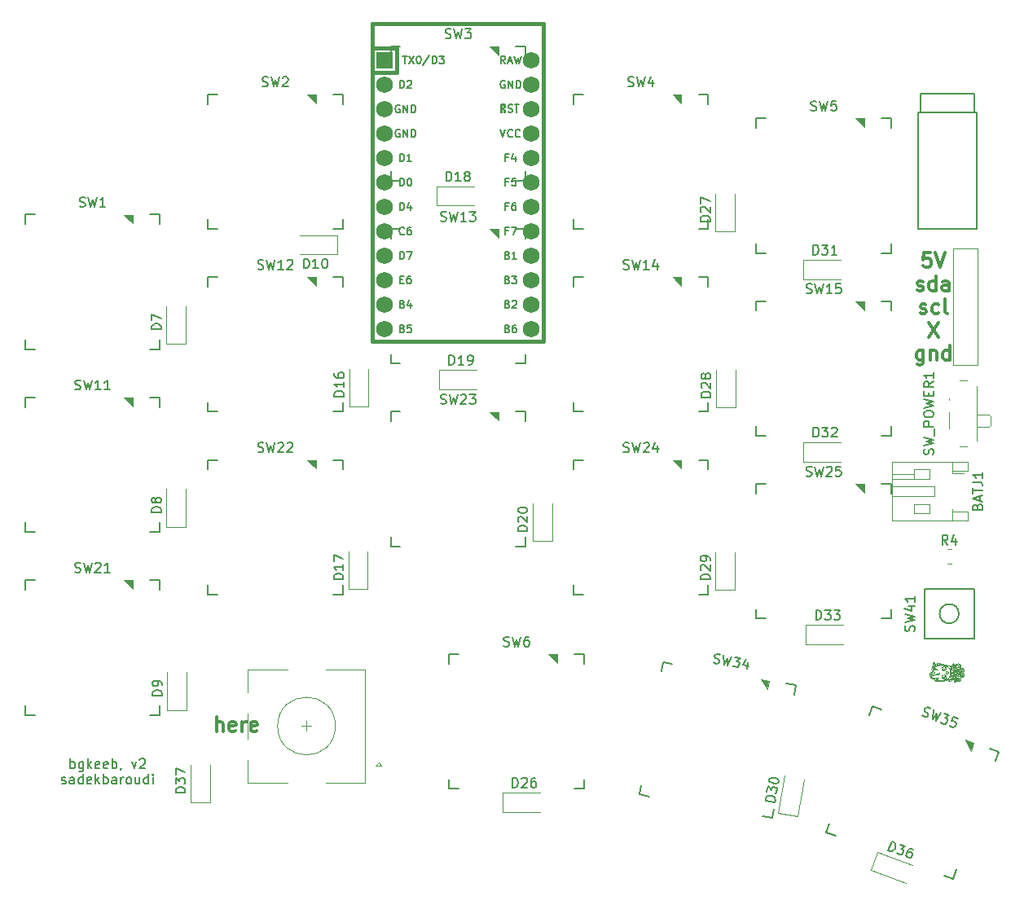
<source format=gbr>
%TF.GenerationSoftware,KiCad,Pcbnew,7.0.8*%
%TF.CreationDate,2023-11-08T13:39:32-05:00*%
%TF.ProjectId,bgkeeb,62676b65-6562-42e6-9b69-6361645f7063,rev?*%
%TF.SameCoordinates,Original*%
%TF.FileFunction,Legend,Top*%
%TF.FilePolarity,Positive*%
%FSLAX46Y46*%
G04 Gerber Fmt 4.6, Leading zero omitted, Abs format (unit mm)*
G04 Created by KiCad (PCBNEW 7.0.8) date 2023-11-08 13:39:32*
%MOMM*%
%LPD*%
G01*
G04 APERTURE LIST*
%ADD10C,0.050000*%
%ADD11C,0.200000*%
%ADD12C,0.300000*%
%ADD13C,0.150000*%
%ADD14C,0.120000*%
%ADD15C,0.381000*%
%ADD16C,0.100000*%
%ADD17R,1.752600X1.752600*%
%ADD18C,1.752600*%
G04 APERTURE END LIST*
D10*
X150764683Y-97928377D02*
X150717502Y-97949204D01*
X150701287Y-97954971D01*
X148074777Y-98770460D02*
X148080845Y-98795710D01*
X150958683Y-98413023D02*
X150939985Y-98366929D01*
X150115349Y-98535898D02*
X150110967Y-98485327D01*
X150104002Y-98435048D01*
X150094203Y-98385251D01*
X150091881Y-98375367D01*
X148214299Y-98132242D02*
X148236416Y-98084608D01*
X148253341Y-98052867D01*
X150038026Y-99379898D02*
X150070338Y-99341493D01*
X150079703Y-99331002D01*
X150981891Y-98094044D02*
X151032142Y-98075793D01*
X151078355Y-98049048D01*
X151084058Y-98044742D01*
X148192436Y-99103179D02*
X148238219Y-99128088D01*
X148257400Y-99135169D01*
X151209349Y-98721419D02*
X151230370Y-98742481D01*
X151087047Y-98310846D02*
X151036608Y-98306427D01*
X151010224Y-98303658D01*
X150528516Y-98626117D02*
X150530323Y-98678964D01*
X150536742Y-98731407D01*
X150538110Y-98738335D01*
X150124058Y-98974721D02*
X150119016Y-99009752D01*
X149899933Y-98600200D02*
X149898464Y-98648565D01*
X150222255Y-98261408D02*
X150240422Y-98264888D01*
X150707037Y-98417846D02*
X150755134Y-98436350D01*
X150779631Y-98447690D01*
X150450391Y-97793992D02*
X150450391Y-97793992D01*
X150465026Y-97980356D02*
X150458516Y-97974065D01*
X148473397Y-97840127D02*
X148487631Y-97855252D01*
X149577568Y-97966888D02*
X149620632Y-97996918D01*
X149643516Y-98018773D01*
X148524351Y-97648981D02*
X148557130Y-97690644D01*
X148589276Y-97732815D01*
X151489068Y-98677158D02*
X151502100Y-98727861D01*
X151506016Y-98755065D01*
X150676880Y-99372762D02*
X150676880Y-99372898D01*
X148301750Y-98201221D02*
X148350601Y-98213584D01*
X148361942Y-98216169D01*
X150938339Y-97780335D02*
X150905860Y-97785106D01*
X150818672Y-98569856D02*
X150805193Y-98521440D01*
X151149516Y-98502752D02*
X151174209Y-98456992D01*
X151186016Y-98412575D01*
X151002412Y-98790764D02*
X151002412Y-98790764D01*
X150160464Y-98391335D02*
X150160464Y-98391335D01*
X150576755Y-98181815D02*
X150593308Y-98183419D01*
X150501297Y-98958128D02*
X150506881Y-98962408D01*
X151079599Y-99523169D02*
X151031288Y-99541426D01*
X151019453Y-99543252D01*
X150483276Y-97702606D02*
X150522518Y-97733902D01*
X150536995Y-97747179D01*
X150992193Y-98865544D02*
X150965735Y-98894762D01*
X151247005Y-98365856D02*
X151265932Y-98413404D01*
X151270526Y-98419179D01*
X148844360Y-99351210D02*
X148829724Y-99361158D01*
X149708162Y-98135054D02*
X149707494Y-98185584D01*
X149704860Y-98211971D01*
X148985745Y-97761679D02*
X149031078Y-97785563D01*
X149035943Y-97787700D01*
X148257400Y-99135169D02*
X148309212Y-99149543D01*
X148362084Y-99159561D01*
X148386660Y-99163148D01*
X148885266Y-98793929D02*
X148886922Y-98800044D01*
X150582995Y-98291127D02*
X150554089Y-98303575D01*
X150454453Y-98155710D02*
X150432599Y-98201466D01*
X150432141Y-98203044D01*
X148395627Y-98085929D02*
X148369392Y-98071106D01*
X150869401Y-98467544D02*
X150866641Y-98456169D01*
X150761870Y-98266356D02*
X150761870Y-98266356D01*
X151408662Y-98722002D02*
X151363369Y-98700571D01*
X151360120Y-98699742D01*
X150224401Y-99476190D02*
X150177120Y-99496211D01*
X150165370Y-99498231D01*
X150233901Y-98745742D02*
X150202891Y-98739408D01*
X150781151Y-98868711D02*
X150787485Y-98890710D01*
X148330396Y-97688148D02*
X148329236Y-97637998D01*
X148330441Y-97630908D01*
X149373308Y-98874908D02*
X149420093Y-98852588D01*
X149470747Y-98841697D01*
X149494714Y-98841045D01*
X151026099Y-97958981D02*
X151077168Y-97952727D01*
X151082506Y-97952648D01*
X148534078Y-98604929D02*
X148532115Y-98608585D01*
X148208142Y-98373575D02*
X148200139Y-98324082D01*
X148196274Y-98279971D01*
X150636901Y-99577512D02*
X150585874Y-99580186D01*
X150568943Y-99578190D01*
X151488839Y-99044148D02*
X151462026Y-99081627D01*
X149891818Y-97894242D02*
X149934183Y-97921537D01*
X149940224Y-97925429D01*
X149006360Y-98704783D02*
X148977849Y-98717627D01*
X148344406Y-98087533D02*
X148316999Y-98130979D01*
X148309247Y-98146252D01*
X150648724Y-98591585D02*
X150641183Y-98592294D01*
X151125422Y-98995242D02*
X151160401Y-98965481D01*
X150992099Y-97789481D02*
X150993891Y-97786627D01*
X150611328Y-98503825D02*
X150596068Y-98531440D01*
X150242110Y-98975127D02*
X150191373Y-98963673D01*
X150168047Y-98959867D01*
X151251516Y-98226200D02*
X151222110Y-98231742D01*
X148369392Y-98071106D02*
X148359219Y-98072137D01*
X151442037Y-98148971D02*
X151477510Y-98185485D01*
X151483797Y-98198450D01*
X149671620Y-99333992D02*
X149720217Y-99319950D01*
X149768043Y-99303506D01*
X149810339Y-99285533D01*
X150432141Y-98203044D02*
X150430495Y-98217502D01*
X151041808Y-99205804D02*
X151012318Y-99194158D01*
X149263766Y-98176231D02*
X149270221Y-98125799D01*
X149287283Y-98077895D01*
X149311422Y-98038450D01*
X150224485Y-98231023D02*
X150219266Y-98254221D01*
X148330441Y-97630908D02*
X148348377Y-97602533D01*
X150535922Y-98516273D02*
X150530358Y-98567429D01*
X150529099Y-98590783D01*
X151027797Y-99160075D02*
X151006787Y-99151325D01*
X149857860Y-98562408D02*
X149845141Y-98546523D01*
X151179547Y-99133877D02*
X151191328Y-99176304D01*
X150429828Y-99127544D02*
X150477474Y-99144898D01*
X150353214Y-99208117D02*
X150376776Y-99213346D01*
X150146985Y-99364325D02*
X150151672Y-99366387D01*
X149427433Y-98390179D02*
X149377848Y-98370619D01*
X149334224Y-98339981D01*
X150583672Y-98787502D02*
X150635203Y-98789022D01*
X150655276Y-98786523D01*
X151318349Y-98479148D02*
X151267173Y-98484740D01*
X151251068Y-98490877D01*
X151145943Y-98886243D02*
X151097606Y-98870755D01*
X151068089Y-98863127D01*
X150847453Y-98974138D02*
X150854412Y-98977315D01*
X151222110Y-98231742D02*
X151215558Y-98239367D01*
X147996918Y-98732492D02*
X147998656Y-98681515D01*
X148001559Y-98664763D01*
X148569550Y-99175773D02*
X148623348Y-99176246D01*
X148677149Y-99175618D01*
X148701974Y-99175054D01*
X149930495Y-99419387D02*
X149938664Y-99369440D01*
X149943933Y-99353356D01*
X151159599Y-98736554D02*
X151122444Y-98702112D01*
X151117620Y-98699877D01*
X148329102Y-98447106D02*
X148363988Y-98485018D01*
X148405077Y-98516194D01*
X148425477Y-98528492D01*
X150451870Y-99261617D02*
X150466318Y-99282585D01*
X150840401Y-98954513D02*
X150847453Y-98974138D01*
X150934995Y-98262273D02*
X150921120Y-98253471D01*
X150615703Y-99323054D02*
X150666325Y-99317598D01*
X150679953Y-99313242D01*
X150817651Y-99265325D02*
X150871184Y-99269520D01*
X150924821Y-99271962D01*
X150973630Y-99272523D01*
X150219266Y-98254221D02*
X150219266Y-98254221D01*
X150934547Y-98267700D02*
X150934995Y-98262273D01*
X148852339Y-98327179D02*
X148850735Y-98333471D01*
X151113110Y-98244763D02*
X151062996Y-98230240D01*
X151039360Y-98227856D01*
X150770391Y-98728648D02*
X150792847Y-98683783D01*
X150804308Y-98651419D01*
X151240089Y-98766492D02*
X151243878Y-98817875D01*
X151243880Y-98835066D01*
X148709693Y-97939356D02*
X148661315Y-97952137D01*
X148623495Y-97961440D01*
X149932193Y-98049690D02*
X149894682Y-98012922D01*
X149853344Y-97980521D01*
X149833006Y-97967283D01*
X150051276Y-97877106D02*
X150100660Y-97887377D01*
X150128339Y-97899960D01*
X148382822Y-97919315D02*
X148383580Y-97914190D01*
X148725849Y-98763544D02*
X148771810Y-98741936D01*
X148817355Y-98719470D01*
X148838735Y-98709867D01*
X148672578Y-99410773D02*
X148695464Y-99429075D01*
X150631099Y-98268544D02*
X150601287Y-98266763D01*
X150799756Y-98385710D02*
X150790162Y-98370325D01*
X148144426Y-99191387D02*
X148111632Y-99157304D01*
X151084058Y-98044742D02*
X151109766Y-98015117D01*
X150922276Y-98274752D02*
X150934547Y-98267700D01*
X148161203Y-98947419D02*
X148130015Y-98953033D01*
X149769610Y-99398773D02*
X149719393Y-99415018D01*
X149668658Y-99429553D01*
X149617572Y-99442788D01*
X149607328Y-99445315D01*
X149367599Y-98242137D02*
X149367599Y-98242137D01*
X151483797Y-98198450D02*
X151499950Y-98248125D01*
X151507578Y-98283096D01*
X150739922Y-98953972D02*
X150736175Y-98904055D01*
X150735505Y-98898920D01*
X151194224Y-98053888D02*
X151175485Y-98097835D01*
X151462026Y-99081627D02*
X151418703Y-99098981D01*
X148817318Y-99336533D02*
X148842078Y-99340283D01*
X148305588Y-98284387D02*
X148296665Y-98291617D01*
X151320276Y-98949919D02*
X151315766Y-98940368D01*
X149901183Y-99225835D02*
X149936631Y-99190323D01*
X149968667Y-99151663D01*
X149988641Y-99124815D01*
X149710130Y-98610544D02*
X149712162Y-98557021D01*
X149718160Y-98503815D01*
X149719412Y-98496773D01*
X150554089Y-98303575D02*
X150529860Y-98319325D01*
X148795183Y-98339710D02*
X148744187Y-98335424D01*
X148693301Y-98329850D01*
X148678776Y-98328200D01*
X149425683Y-97764940D02*
X149477616Y-97775356D01*
X149529651Y-97785242D01*
X149559495Y-98133710D02*
X149559495Y-98133710D01*
X151067151Y-99266263D02*
X151101370Y-99256929D01*
X148149335Y-98876826D02*
X148199735Y-98884854D01*
X148219564Y-98887450D01*
X149815474Y-98542638D02*
X149813151Y-98555940D01*
X151077547Y-98696752D02*
X151035173Y-98724571D01*
X151029183Y-98731950D01*
X151048141Y-99428450D02*
X151071485Y-99398106D01*
X149866026Y-98716825D02*
X149827729Y-98751663D01*
X149795703Y-98766888D01*
X150727922Y-98761981D02*
X150741620Y-98760242D01*
X150574745Y-98527825D02*
X150566224Y-98487450D01*
X148449884Y-98124658D02*
X148409457Y-98095208D01*
X148395627Y-98085929D01*
X150648495Y-97872960D02*
X150600773Y-97894021D01*
X150582683Y-97903481D01*
X149623610Y-99012867D02*
X149613797Y-98994710D01*
X150795068Y-98363763D02*
X150812912Y-98364388D01*
X148850735Y-98333471D02*
X148838193Y-98339221D01*
X151381797Y-98415523D02*
X151413762Y-98374783D01*
X151418568Y-98360908D01*
X151157860Y-97797783D02*
X151180213Y-97845156D01*
X151195525Y-97895259D01*
X151203287Y-97942252D01*
X148452963Y-99304054D02*
X148478796Y-99288794D01*
X151185662Y-99103356D02*
X151177360Y-99109065D01*
X150453297Y-99252117D02*
X150451776Y-99261169D01*
X149311422Y-98038450D02*
X149347503Y-98001597D01*
X149390998Y-97973941D01*
X149397266Y-97971075D01*
X150854412Y-98977315D02*
X150876099Y-98963211D01*
X150596068Y-98531440D02*
X150584828Y-98535054D01*
X150447755Y-98053221D02*
X150462969Y-98004708D01*
X150464630Y-97997627D01*
X149396422Y-98288981D02*
X149444974Y-98302735D01*
X149461870Y-98300856D01*
X148623495Y-97961440D02*
X148571470Y-97974114D01*
X148519575Y-97987307D01*
X148495751Y-97993877D01*
X150687672Y-99381012D02*
X150730599Y-99399002D01*
X150824068Y-98892398D02*
X150835630Y-98904179D01*
X151187089Y-98828554D02*
X151185120Y-98790138D01*
X149468880Y-97862117D02*
X149418574Y-97851902D01*
X149368286Y-97841544D01*
X149334797Y-97834408D01*
X148179228Y-98871388D02*
X148148888Y-98873169D01*
X149858974Y-99361294D02*
X149812187Y-99382834D01*
X149769610Y-99398773D01*
X149097433Y-97851898D02*
X149045051Y-97839828D01*
X148993396Y-97824874D01*
X148978787Y-97820137D01*
X148863589Y-98815127D02*
X148816422Y-98824493D01*
X150932005Y-98437721D02*
X150950297Y-98435825D01*
X151143318Y-99457669D02*
X151111138Y-99498242D01*
X151079599Y-99523169D01*
X150734839Y-98986596D02*
X150739922Y-98953972D01*
X151378318Y-98789024D02*
X151414464Y-98763231D01*
X150635422Y-99481763D02*
X150649526Y-99489221D01*
X148828651Y-97764940D02*
X148827401Y-97768908D01*
X151163349Y-98128356D02*
X151166474Y-98138169D01*
X150787214Y-98089096D02*
X150742006Y-98066179D01*
X150719797Y-98059825D01*
X150251526Y-98742033D02*
X150233901Y-98745742D01*
X148676453Y-99398773D02*
X148670610Y-99405023D01*
X148196274Y-98279971D02*
X148194674Y-98229253D01*
X148196184Y-98202731D01*
X151401703Y-98517117D02*
X151401610Y-98509710D01*
X150804308Y-98651419D02*
X150815991Y-98600863D01*
X150818672Y-98569856D01*
X151080630Y-98474377D02*
X151086516Y-98482763D01*
X148377111Y-97923065D02*
X148382822Y-97919315D01*
X148665922Y-99345460D02*
X148717942Y-99341988D01*
X148769935Y-99337819D01*
X148817318Y-99336533D01*
X150859860Y-98724460D02*
X150841381Y-98716023D01*
X150712349Y-98466075D02*
X150687141Y-98462148D01*
X150039995Y-99331356D02*
X150025672Y-99380752D01*
X151251068Y-98490877D02*
X151223276Y-98514658D01*
X151342755Y-98926627D02*
X151377745Y-98923721D01*
X150784183Y-98277294D02*
X150835067Y-98283476D01*
X150861953Y-98283492D01*
X148450910Y-99264523D02*
X148400922Y-99252441D01*
X148393710Y-99251002D01*
X150796006Y-98317669D02*
X150746839Y-98306055D01*
X150698272Y-98292143D01*
X150684547Y-98287690D01*
X150132214Y-99265856D02*
X150110401Y-99256533D01*
X148414457Y-97662856D02*
X148412047Y-97664502D01*
X148467062Y-98859387D02*
X148412378Y-98862758D01*
X148357659Y-98865663D01*
X148302909Y-98868020D01*
X148272482Y-98869065D01*
X148860641Y-99211065D02*
X148809958Y-99222817D01*
X148764849Y-99231544D01*
X150780349Y-97915575D02*
X150764683Y-97928377D01*
X149862318Y-98620502D02*
X149860417Y-98569345D01*
X149857860Y-98562408D01*
X148420301Y-97667002D02*
X148414457Y-97662856D01*
X150592412Y-97988877D02*
X150544331Y-98005811D01*
X150522901Y-98014627D01*
X150593703Y-98273898D02*
X150582995Y-98291127D01*
X148354891Y-97744367D02*
X148346324Y-97727950D01*
X150676881Y-99372940D02*
X150687672Y-99381012D01*
X150488141Y-97806617D02*
X150462266Y-97784440D01*
X149701380Y-99117273D02*
X149688585Y-99167057D01*
X149677964Y-99187908D01*
X148384652Y-98912387D02*
X148425700Y-98923773D01*
X148168967Y-99202012D02*
X148144426Y-99191387D01*
X151150453Y-98841534D02*
X151179766Y-98838190D01*
X149607328Y-99445315D02*
X149557019Y-99457098D01*
X149506537Y-99468074D01*
X149455902Y-99478302D01*
X149405132Y-99487843D01*
X149376068Y-99493012D01*
X148146345Y-98875221D02*
X148149335Y-98876826D01*
X150564880Y-98851752D02*
X150533353Y-98891962D01*
X150519724Y-98915066D01*
X148966203Y-97888221D02*
X148944474Y-97894106D01*
X150458516Y-97974065D02*
X150433703Y-97975356D01*
X150804839Y-98895794D02*
X150824068Y-98892398D01*
X150827912Y-98720710D02*
X150807964Y-98757658D01*
X151184453Y-98932960D02*
X151181599Y-98909533D01*
X150528516Y-98626117D02*
X150528516Y-98626117D01*
X151107891Y-97928335D02*
X151096978Y-97878645D01*
X151096110Y-97875367D01*
X151517089Y-98425783D02*
X151509659Y-98476283D01*
X151497023Y-98525780D01*
X151492589Y-98539690D01*
X150594505Y-98833420D02*
X150564880Y-98851752D01*
X148295103Y-98197606D02*
X148301750Y-98201221D01*
X148388623Y-98654898D02*
X148337344Y-98665773D01*
X148285917Y-98675898D01*
X148234480Y-98685913D01*
X148224204Y-98687960D01*
X151050505Y-98462992D02*
X151080630Y-98474377D01*
X150647610Y-98967139D02*
X150647610Y-98967139D01*
X149442953Y-99291690D02*
X149392783Y-99274624D01*
X149353276Y-99249575D01*
X151476037Y-98654492D02*
X151489068Y-98677158D01*
X150555693Y-98775325D02*
X150583672Y-98787502D01*
X151215558Y-98248335D02*
X151225641Y-98277565D01*
X149397266Y-97971075D02*
X149446150Y-97956507D01*
X149497099Y-97952800D01*
X149503901Y-97953002D01*
X149262787Y-99058294D02*
X149270369Y-99007058D01*
X149290336Y-98959319D01*
X149303610Y-98939387D01*
X149061203Y-97765971D02*
X149013248Y-97749311D01*
X148994276Y-97743481D01*
X149334797Y-97834408D02*
X149284296Y-97823355D01*
X149233880Y-97811928D01*
X149183581Y-97800006D01*
X149133433Y-97787471D01*
X149575828Y-99053471D02*
X149603849Y-99049367D01*
X149845724Y-98632950D02*
X149851839Y-98632502D01*
X150598349Y-98102742D02*
X150578052Y-98149011D01*
X150575641Y-98158075D01*
X149503901Y-97953002D02*
X149555351Y-97959025D01*
X149577568Y-97966888D01*
X148487631Y-97855252D02*
X148534251Y-97876041D01*
X148537470Y-97877158D01*
X150968547Y-98723481D02*
X150990547Y-98697773D01*
X150645641Y-99237658D02*
X150695287Y-99248366D01*
X150718016Y-99252429D01*
X150234620Y-99268981D02*
X150232214Y-99273179D01*
X150540297Y-99502512D02*
X150552433Y-99460346D01*
X150866641Y-98456169D02*
X150842453Y-98426585D01*
X151332360Y-98544867D02*
X151380740Y-98532176D01*
X151387328Y-98529346D01*
X149068651Y-97675700D02*
X149117393Y-97687674D01*
X149154724Y-97699127D01*
X148891922Y-99183179D02*
X148901599Y-99188315D01*
X148273195Y-99229721D02*
X148223894Y-99218362D01*
X148175353Y-99204182D01*
X148168967Y-99202012D01*
X148253341Y-98052867D02*
X148280646Y-98008585D01*
X148312102Y-97967148D01*
X150992016Y-99449596D02*
X151040147Y-99433501D01*
X151048141Y-99428450D01*
X150232703Y-98697200D02*
X150253401Y-98729096D01*
X148532249Y-98600242D02*
X148534078Y-98604929D01*
X151260703Y-98139377D02*
X151311317Y-98134931D01*
X151362059Y-98133167D01*
X151376578Y-98133617D01*
X149376068Y-99493012D02*
X149321867Y-99502074D01*
X149267552Y-99510450D01*
X149213127Y-99518114D01*
X149158599Y-99525044D01*
X150758797Y-99342731D02*
X150710030Y-99354926D01*
X150696641Y-99359335D01*
X148224204Y-98687960D02*
X148173931Y-98698558D01*
X148129925Y-98709512D01*
X149613797Y-98994710D02*
X149577162Y-98985523D01*
X150689766Y-99300346D02*
X150660412Y-99284242D01*
X150584828Y-98535054D02*
X150574745Y-98527825D01*
X149962130Y-97931408D02*
X149977485Y-97920127D01*
X148497625Y-98572179D02*
X148532249Y-98600242D01*
X149713828Y-98699471D02*
X149710472Y-98649496D01*
X149710130Y-98610544D01*
X150423308Y-97684940D02*
X150444235Y-97681731D01*
X151191328Y-99176304D02*
X151197125Y-99228411D01*
X151196412Y-99280874D01*
X151194360Y-99304992D01*
X150637964Y-98879691D02*
X150634266Y-98851794D01*
X148790235Y-99542627D02*
X148739489Y-99535516D01*
X148709870Y-99527231D01*
X150547485Y-98478252D02*
X150535922Y-98516273D01*
X150489078Y-98792899D02*
X150481360Y-98772513D01*
X151506245Y-98981731D02*
X151493757Y-99030820D01*
X151488839Y-99044148D01*
X149606214Y-99257825D02*
X149561137Y-99280656D01*
X149518318Y-99292981D01*
X150451776Y-99261169D02*
X150451870Y-99261617D01*
X150651974Y-98060627D02*
X150608805Y-98088865D01*
X150598349Y-98102742D01*
X151492589Y-98539690D02*
X151477078Y-98589721D01*
X151471703Y-98616617D01*
X148080845Y-98795710D02*
X148110204Y-98807096D01*
X150980016Y-98309148D02*
X150978714Y-98320710D01*
X150541505Y-99431127D02*
X150499866Y-99400635D01*
X150496933Y-99398825D01*
X150937360Y-98955137D02*
X150936776Y-98968919D01*
X149719412Y-98496773D02*
X149727974Y-98471023D01*
X151086516Y-98482763D02*
X151078703Y-98499940D01*
X150950297Y-98435825D02*
X150958683Y-98413023D01*
X148309247Y-98146252D02*
X148294522Y-98185606D01*
X151029183Y-98731950D02*
X151004995Y-98774658D01*
X150904162Y-97789388D02*
X150954499Y-97792029D01*
X150959714Y-97792023D01*
X149263766Y-98176231D02*
X149263766Y-98176231D01*
X150119016Y-99009752D02*
X150118880Y-99025408D01*
X148836016Y-97853950D02*
X148791262Y-97829025D01*
X148775506Y-97822450D01*
X150462266Y-97784440D02*
X150455662Y-97782294D01*
X151234068Y-98947460D02*
X151225995Y-98987169D01*
X151215558Y-98239367D02*
X151215558Y-98248335D01*
X151045068Y-98984096D02*
X151068308Y-98967096D01*
X150139495Y-98002710D02*
X150104110Y-97976387D01*
X148556655Y-98176367D02*
X148554469Y-98182835D01*
X151124578Y-98304460D02*
X151087047Y-98310846D01*
X150529860Y-98319325D02*
X150528068Y-98335429D01*
X149353276Y-99249575D02*
X149315364Y-99211787D01*
X149286793Y-99166539D01*
X149280589Y-99152523D01*
X151008120Y-98415919D02*
X151038288Y-98455795D01*
X151050505Y-98462992D01*
X149955401Y-99316325D02*
X149949151Y-99314137D01*
X148123277Y-98987835D02*
X148143703Y-99036310D01*
X148164103Y-99071856D01*
X150978714Y-98320710D02*
X150978714Y-98320710D01*
X151110922Y-99247471D02*
X151108110Y-99237440D01*
X150614860Y-98837252D02*
X150594505Y-98833420D01*
X151081120Y-97841992D02*
X151054922Y-97839096D01*
X151377745Y-98923721D02*
X151414016Y-98907263D01*
X148624255Y-99489794D02*
X148578368Y-99464973D01*
X148533722Y-99438044D01*
X148386660Y-99163148D02*
X148437927Y-99168835D01*
X148489362Y-99172660D01*
X148540898Y-99174989D01*
X148569550Y-99175773D01*
X148838193Y-98339221D02*
X148795183Y-98339710D01*
X148487007Y-98304731D02*
X148434999Y-98298417D01*
X148382965Y-98292253D01*
X148330906Y-98286335D01*
X148320491Y-98285190D01*
X149692953Y-98080075D02*
X149707586Y-98127888D01*
X149708162Y-98135054D01*
X150202891Y-98739408D02*
X150176974Y-98754575D01*
X148279575Y-98562450D02*
X148256891Y-98515833D01*
X148242944Y-98488023D01*
X150779631Y-98447690D02*
X150827397Y-98467239D01*
X150846912Y-98472440D01*
X149366526Y-99133700D02*
X149366703Y-99137888D01*
X148580348Y-97889742D02*
X148596943Y-97889919D01*
X150620474Y-98505648D02*
X150617224Y-98496856D01*
X148526137Y-98177835D02*
X148482196Y-98149500D01*
X148449884Y-98124658D01*
X150565995Y-99217888D02*
X150615646Y-99230722D01*
X150645641Y-99237658D01*
X148196184Y-98202731D02*
X148206409Y-98153655D01*
X148214299Y-98132242D01*
X151344547Y-98961960D02*
X151320276Y-98949919D01*
X150165724Y-98364387D02*
X150160464Y-98391335D01*
X148425477Y-98528492D02*
X148468875Y-98553520D01*
X148497625Y-98572179D01*
X150188756Y-98902128D02*
X150238329Y-98910592D01*
X150268349Y-98913867D01*
X150899203Y-98762606D02*
X150862533Y-98726608D01*
X150859860Y-98724460D01*
X150861953Y-98283492D02*
X150913079Y-98277366D01*
X150922276Y-98274752D01*
X148290596Y-98340960D02*
X148301070Y-98393463D01*
X148324884Y-98441309D01*
X148329102Y-98447106D01*
X150396089Y-97720815D02*
X150423308Y-97684940D01*
X150556360Y-98379742D02*
X150603049Y-98398438D01*
X150625964Y-98400533D01*
X151013026Y-98608721D02*
X151004005Y-98558980D01*
X150988266Y-98528179D01*
X150117141Y-98019263D02*
X150155506Y-98052501D01*
X150159922Y-98055356D01*
X150730599Y-99399002D02*
X150780363Y-99415051D01*
X150830864Y-99428714D01*
X150837630Y-99430408D01*
X150151672Y-99366387D02*
X150155818Y-99363929D01*
X149823058Y-98538940D02*
X149815474Y-98542638D01*
X148348377Y-97602533D02*
X148396251Y-97587081D01*
X148397859Y-97586825D01*
X150159703Y-98810085D02*
X150158058Y-98851752D01*
X151021683Y-98855325D02*
X150992193Y-98865544D01*
X150137078Y-98262127D02*
X150159568Y-98251908D01*
X149560391Y-98996721D02*
X149554943Y-99018492D01*
X150466683Y-98900877D02*
X150488521Y-98855431D01*
X150490724Y-98846315D01*
X150096881Y-99318065D02*
X150109995Y-99321940D01*
X151261953Y-98553523D02*
X151312665Y-98548084D01*
X151332360Y-98544867D01*
X149710130Y-98610544D02*
X149710130Y-98610544D01*
X150921120Y-98253471D02*
X150875516Y-98245794D01*
X148455416Y-99381419D02*
X148429315Y-99353398D01*
X148670610Y-99405023D02*
X148672578Y-99410773D01*
X150939985Y-98366929D02*
X150913037Y-98348502D01*
X150726401Y-97747804D02*
X150777206Y-97731536D01*
X150828129Y-97715570D01*
X150879390Y-97700731D01*
X150889703Y-97697971D01*
X149795703Y-98766888D02*
X149749172Y-98767742D01*
X151159953Y-98272210D02*
X151116262Y-98246042D01*
X151113110Y-98244763D01*
X150158058Y-98851752D02*
X150163318Y-98885304D01*
X149278183Y-98258825D02*
X149265434Y-98207789D01*
X149263766Y-98176231D01*
X150787266Y-98116044D02*
X150798860Y-98105960D01*
X150781151Y-98868711D02*
X150781151Y-98868711D01*
X148775506Y-97822450D02*
X148754943Y-97820356D01*
X149943933Y-99353356D02*
X149955266Y-99323106D01*
X150163318Y-98885304D02*
X150188756Y-98902128D01*
X149688849Y-98983106D02*
X149701091Y-99032527D01*
X149704134Y-99083391D01*
X149701380Y-99117273D01*
X150704141Y-98837075D02*
X150682005Y-98862638D01*
X150417870Y-98921408D02*
X150447537Y-98917210D01*
X151078703Y-98499940D02*
X151062558Y-98525731D01*
X148419142Y-98935054D02*
X148368448Y-98941963D01*
X148366804Y-98942106D01*
X150542130Y-98116888D02*
X150543245Y-98098065D01*
X150374589Y-98158075D02*
X150397745Y-98154950D01*
X151320047Y-98933658D02*
X151342755Y-98926627D01*
X151098026Y-97996023D02*
X151065099Y-97996554D01*
X151019901Y-98001867D02*
X150991974Y-97997492D01*
X151188558Y-98143794D02*
X151240448Y-98141195D01*
X151260703Y-98139377D01*
X149262068Y-99418002D02*
X149317016Y-99409003D01*
X149371847Y-99399266D01*
X149426549Y-99388815D01*
X149456880Y-99382710D01*
X151062558Y-98525731D02*
X151065901Y-98540408D01*
X150790162Y-98370325D02*
X150795068Y-98363763D01*
X148070850Y-98618044D02*
X148123697Y-98610189D01*
X148176761Y-98603969D01*
X148191900Y-98602075D01*
X149877578Y-98541033D02*
X149897152Y-98588636D01*
X149899933Y-98600200D01*
X149919526Y-99326002D02*
X149875993Y-99351392D01*
X149858974Y-99361294D01*
X149649630Y-97808846D02*
X149700361Y-97820389D01*
X149750626Y-97833814D01*
X149783703Y-97844231D01*
X151128724Y-98294335D02*
X151129349Y-98300044D01*
X148601224Y-97883669D02*
X148590256Y-97860648D01*
X150905860Y-97785106D02*
X150901933Y-97787919D01*
X150641183Y-98592294D02*
X150631547Y-98581502D01*
X148622953Y-98268106D02*
X148672549Y-98278076D01*
X148722033Y-98288663D01*
X148771316Y-98300122D01*
X148798578Y-98306960D01*
X150481360Y-98772513D02*
X150477425Y-98721954D01*
X150478276Y-98714731D01*
X151506016Y-98755065D02*
X151510907Y-98806225D01*
X151513066Y-98857592D01*
X151513162Y-98891867D01*
X150993891Y-97786627D02*
X150990412Y-97784085D01*
X150496933Y-99398825D02*
X150452840Y-99373599D01*
X150408318Y-99349117D01*
X148901599Y-99188315D02*
X148900578Y-99193533D01*
X150687141Y-98462148D02*
X150672683Y-98470981D01*
X150876099Y-98963211D02*
X150901655Y-98920231D01*
X150914464Y-98888388D01*
X151336516Y-98807898D02*
X151378318Y-98789024D01*
X148762391Y-99447544D02*
X148815263Y-99452555D01*
X148868407Y-99453903D01*
X148892943Y-99453794D01*
X150118964Y-98222231D02*
X150127401Y-98255294D01*
X149269839Y-97730044D02*
X149323273Y-97742617D01*
X149376849Y-97754577D01*
X149425683Y-97764940D01*
X150735505Y-98898920D02*
X150722801Y-98849666D01*
X150719620Y-98843096D01*
X150557526Y-97931773D02*
X150589068Y-97934221D01*
X151225641Y-98277565D02*
X151238873Y-98326930D01*
X151247005Y-98365856D01*
X148881964Y-98807585D02*
X148863589Y-98815127D01*
X149949151Y-99314137D02*
X149919526Y-99326002D01*
X151507578Y-98283096D02*
X151515770Y-98336252D01*
X151518752Y-98389953D01*
X151517089Y-98425783D01*
X150676610Y-99452179D02*
X150640641Y-99464763D01*
X151401610Y-98509710D02*
X151378235Y-98492492D01*
X150168047Y-98959867D02*
X150137266Y-98961512D01*
X150128339Y-97899960D02*
X150170883Y-97927430D01*
X150184328Y-97937658D01*
X148009947Y-98879283D02*
X148003343Y-98842920D01*
X150193120Y-98139825D02*
X150183933Y-98128710D01*
X148383580Y-97914190D02*
X148366179Y-97883669D01*
X151215558Y-98248335D02*
X151215558Y-98248335D01*
X150376058Y-97869700D02*
X150376464Y-97827273D01*
X150718016Y-99252429D02*
X150767712Y-99259713D01*
X150817651Y-99265325D01*
X150280526Y-99284283D02*
X150240953Y-99268804D01*
X149813151Y-98555940D02*
X149826204Y-98605805D01*
X149830287Y-98614471D01*
X150837630Y-99430408D02*
X150887449Y-99441543D01*
X150937808Y-99449867D01*
X148617735Y-97757981D02*
X148640318Y-97758919D01*
X148003343Y-98842920D02*
X147997959Y-98791419D01*
X147997409Y-98779471D01*
X151209703Y-98714513D02*
X151209349Y-98721419D01*
X150529099Y-98590783D02*
X150528516Y-98626117D01*
X151078349Y-98968742D02*
X151093474Y-98986502D01*
X151115255Y-98283898D02*
X151128724Y-98294335D01*
X150550339Y-99207627D02*
X150550787Y-99211335D01*
X149483558Y-98288669D02*
X149495026Y-98245481D01*
X148974735Y-97747273D02*
X148985745Y-97761679D01*
X151379745Y-98966471D02*
X151344547Y-98961960D01*
X149494714Y-98841045D02*
X149545834Y-98848475D01*
X149593623Y-98867971D01*
X149606214Y-98875763D01*
X148448189Y-97735179D02*
X148468816Y-97782035D01*
X148470854Y-97789075D01*
X148272482Y-98869065D02*
X148220041Y-98870399D01*
X148179228Y-98871388D01*
X151017891Y-98233346D02*
X151015391Y-98238429D01*
X150655276Y-98786523D02*
X150684151Y-98777867D01*
X150118880Y-99025408D02*
X150118880Y-99025408D01*
X150245505Y-99367815D02*
X150251137Y-99419605D01*
X150248891Y-99436877D01*
X148886922Y-98800044D02*
X148881964Y-98807585D01*
X150478453Y-98557408D02*
X150485016Y-98511096D01*
X150602766Y-99192638D02*
X150554849Y-99203929D01*
X151004995Y-98774658D02*
X151002412Y-98790764D01*
X151243880Y-98835066D02*
X151241331Y-98887914D01*
X151235164Y-98940486D01*
X151234068Y-98947460D01*
X149630089Y-98120815D02*
X149605631Y-98095429D01*
X150477474Y-99144898D02*
X150529495Y-99148400D01*
X150565193Y-99147033D01*
X150384985Y-99186617D02*
X150369474Y-99137041D01*
X150365485Y-99125752D01*
X151082506Y-97952648D02*
X151102266Y-97947210D01*
X148397859Y-97586825D02*
X148448893Y-97590729D01*
X148459924Y-97595304D01*
X149461870Y-98300856D02*
X149483558Y-98288669D01*
X149626245Y-98145846D02*
X149630089Y-98120815D01*
X149851839Y-98632502D02*
X149862318Y-98620502D01*
X151008037Y-99188940D02*
X151009464Y-99184252D01*
X151414016Y-98907263D02*
X151424412Y-98884283D01*
X150762047Y-98263502D02*
X150761870Y-98266356D01*
X150379266Y-97999898D02*
X150335063Y-98024542D01*
X150302308Y-98046398D01*
X150936776Y-98968919D02*
X150936776Y-98968919D01*
X151009464Y-99184252D02*
X151027797Y-99167075D01*
X151117620Y-98699877D02*
X151077547Y-98696752D01*
X150985860Y-97983971D02*
X150989110Y-97978127D01*
X151376578Y-98133617D02*
X151426525Y-98142145D01*
X151442037Y-98148971D01*
X150248891Y-99436877D02*
X150224401Y-99476190D01*
X150934193Y-98814450D02*
X150932360Y-98804909D01*
X150532401Y-99544679D02*
X150540297Y-99502512D01*
X150746349Y-99170773D02*
X150692414Y-99178357D01*
X150638577Y-99186572D01*
X150602766Y-99192638D01*
X150025672Y-99380752D02*
X150025047Y-99388200D01*
X148678776Y-98328200D02*
X148624818Y-98321752D01*
X148570893Y-98315094D01*
X148516972Y-98308400D01*
X148487007Y-98304731D01*
X148277657Y-98588148D02*
X148282388Y-98586585D01*
X151185120Y-98790138D02*
X151164638Y-98744368D01*
X151159599Y-98736554D01*
X150696641Y-99359335D02*
X150678568Y-99368565D01*
X151065901Y-98540408D02*
X151084683Y-98550002D01*
X148492717Y-98627408D02*
X148444246Y-98641496D01*
X148395181Y-98653395D01*
X148388623Y-98654898D01*
X149035943Y-97787700D02*
X149082962Y-97805428D01*
X149101537Y-97811919D01*
X147996918Y-98732492D02*
X147996918Y-98732492D01*
X148701974Y-99175054D02*
X148754942Y-99174284D01*
X148807905Y-99174834D01*
X148843193Y-99176492D01*
X150985318Y-98304960D02*
X150980016Y-98309148D01*
X150780703Y-97909419D02*
X150780349Y-97915575D01*
X149944693Y-99460575D02*
X149930495Y-99419387D01*
X148994276Y-97743481D02*
X148978526Y-97740669D01*
X150155818Y-99363929D02*
X150157651Y-99347950D01*
X150914464Y-98888388D02*
X150928844Y-98840235D01*
X150934193Y-98814450D01*
X148978526Y-97740669D02*
X148974995Y-97742940D01*
X148191900Y-98602075D02*
X148243010Y-98594834D01*
X148277657Y-98588148D01*
X148346324Y-97727950D02*
X148330396Y-97688148D01*
X150104110Y-97976387D02*
X150093620Y-97974919D01*
X150062662Y-99499835D02*
X150011595Y-99493330D01*
X149981860Y-99485023D01*
X150517860Y-98089544D02*
X150493808Y-98104669D01*
X150302308Y-98046398D02*
X150266596Y-98083002D01*
X150259693Y-98095648D01*
X148440871Y-98025867D02*
X148450910Y-98045408D01*
X150953599Y-98501096D02*
X150921964Y-98515825D01*
X151042922Y-97695554D02*
X151085047Y-97716846D01*
X148219564Y-98887450D02*
X148271337Y-98894073D01*
X148323029Y-98901274D01*
X148374426Y-98910267D01*
X148384652Y-98912387D01*
X150866724Y-98471471D02*
X150869401Y-98467544D01*
X148296665Y-98291617D02*
X148290596Y-98340960D01*
X149439922Y-99068023D02*
X149414755Y-99066231D01*
X150841381Y-98716023D02*
X150827912Y-98720710D01*
X148199574Y-98809856D02*
X148254025Y-98808670D01*
X148308457Y-98806959D01*
X148362880Y-98805121D01*
X148373765Y-98804773D01*
X150359058Y-97902367D02*
X150376058Y-97869700D01*
X150846912Y-98472440D02*
X150866724Y-98471471D01*
X148110204Y-98807096D02*
X148160402Y-98810110D01*
X148199574Y-98809856D01*
X150932360Y-98804909D02*
X150901434Y-98765122D01*
X150899203Y-98762606D01*
X148471435Y-97720054D02*
X148436746Y-97683131D01*
X148420301Y-97667002D01*
X148680870Y-97737637D02*
X148724505Y-97710411D01*
X148737360Y-97703898D01*
X150027235Y-99389356D02*
X150038026Y-99379898D01*
X149408870Y-99191617D02*
X149457630Y-99185450D01*
X150090860Y-97979335D02*
X150091391Y-97983835D01*
X150299318Y-98999304D02*
X150253401Y-98978238D01*
X150242110Y-98975127D01*
X150654526Y-98931357D02*
X150647422Y-98961252D01*
X148977849Y-98717627D02*
X148928391Y-98732346D01*
X148916860Y-98735346D01*
X149783703Y-97844231D02*
X149832347Y-97863190D01*
X149878967Y-97886650D01*
X149891818Y-97894242D01*
X151011464Y-99320335D02*
X150960304Y-99319743D01*
X150925308Y-99321367D01*
X150343089Y-98164856D02*
X150374589Y-98158075D01*
X150459224Y-98340117D02*
X150445891Y-98312940D01*
X151093474Y-98986502D02*
X151107578Y-98999752D01*
X151027797Y-99167075D02*
X151027797Y-99160075D01*
X148748474Y-97825929D02*
X148745172Y-97847221D01*
X150430495Y-98217502D02*
X150434287Y-98225002D01*
X148550052Y-98185065D02*
X148526137Y-98177835D01*
X148833422Y-97762617D02*
X148828651Y-97764940D01*
X151006245Y-99366960D02*
X151004110Y-99359106D01*
X150842453Y-98426585D02*
X150804777Y-98391141D01*
X150799756Y-98385710D01*
X150077610Y-98922118D02*
X150090286Y-98869695D01*
X150100433Y-98816724D01*
X150108181Y-98763342D01*
X150113662Y-98709690D01*
X151414464Y-98763231D02*
X151420485Y-98742127D01*
X148737360Y-97703898D02*
X148788824Y-97683333D01*
X148842619Y-97669960D01*
X148897669Y-97663100D01*
X148908735Y-97662450D01*
X151220505Y-98548710D02*
X151261953Y-98553523D01*
X150160464Y-98391335D02*
X150166010Y-98442540D01*
X150167828Y-98454294D01*
X150243724Y-98152585D02*
X150232731Y-98201863D01*
X150224485Y-98231023D01*
X151054922Y-97839096D02*
X151004498Y-97837031D01*
X150954044Y-97835605D01*
X150903585Y-97834710D01*
X150893495Y-97834585D01*
X151004110Y-99359106D02*
X151016287Y-99344606D01*
X151315766Y-98940368D02*
X151320047Y-98933658D01*
X150409745Y-99043075D02*
X150421610Y-99079044D01*
X150871818Y-98670554D02*
X150911276Y-98702278D01*
X150925172Y-98711877D01*
X150159568Y-98251908D02*
X150186198Y-98207529D01*
X150194016Y-98177304D01*
X150397881Y-99014429D02*
X150388151Y-99017471D01*
X150798860Y-98105960D02*
X150787214Y-98089096D01*
X151424412Y-98884283D02*
X151404953Y-98851335D01*
X150376464Y-97827273D02*
X150379823Y-97776272D01*
X150393390Y-97727089D01*
X150396089Y-97720815D01*
X148077454Y-98742304D02*
X148074777Y-98770460D01*
X150929901Y-99150523D02*
X150878122Y-99154628D01*
X150826494Y-99160325D01*
X150774959Y-99166944D01*
X150746349Y-99170773D01*
X148990172Y-98674794D02*
X149016808Y-98689658D01*
X150901933Y-97787919D02*
X150904162Y-97789388D01*
X150532933Y-98965127D02*
X150565245Y-98958128D01*
X149382141Y-99091044D02*
X149366526Y-99133700D01*
X150421485Y-98122554D02*
X150440126Y-98075088D01*
X150447755Y-98053221D01*
X151177360Y-99109065D02*
X151179547Y-99133877D01*
X148412047Y-97664502D02*
X148412627Y-97669231D01*
X148393710Y-99251002D02*
X148340950Y-99241993D01*
X148288195Y-99232796D01*
X148273195Y-99229721D01*
X150137266Y-98961512D02*
X150124058Y-98974721D01*
X151214974Y-99100283D02*
X151185662Y-99103356D01*
X150990412Y-97784085D02*
X150939971Y-97780281D01*
X150938339Y-97780335D01*
X148480804Y-99283346D02*
X148478751Y-99278617D01*
X150445037Y-98227138D02*
X150480287Y-98209023D01*
X151214839Y-98544065D02*
X151220505Y-98548710D01*
X150672683Y-98470981D02*
X150664922Y-98502033D01*
X150172995Y-98060044D02*
X150176078Y-98055898D01*
X150550787Y-99211335D02*
X150565995Y-99217888D01*
X148449571Y-98012262D02*
X148440871Y-98025867D01*
X148752797Y-97900262D02*
X148741870Y-97925346D01*
X150465026Y-97851273D02*
X150485464Y-97870554D01*
X151179766Y-98838190D02*
X151187089Y-98828554D01*
X150851912Y-98627460D02*
X150871818Y-98670554D01*
X148892943Y-99453794D02*
X148943477Y-99452239D01*
X148993935Y-99449293D01*
X149017203Y-99447544D01*
X148816422Y-98824493D02*
X148763790Y-98832055D01*
X148710982Y-98838291D01*
X148675745Y-98842024D01*
X151223276Y-98514658D02*
X151213058Y-98537596D01*
X151203287Y-97942252D02*
X151204390Y-97995022D01*
X151196151Y-98047102D01*
X151194224Y-98053888D01*
X148096685Y-98722273D02*
X148077454Y-98742304D01*
X150477120Y-98419450D02*
X150467579Y-98369493D01*
X150459224Y-98340117D01*
X149414755Y-99066231D02*
X149382141Y-99091044D01*
X148361942Y-98216169D02*
X148414685Y-98227471D01*
X148467534Y-98238179D01*
X148515651Y-98247617D01*
X149704860Y-98211971D02*
X149695598Y-98261717D01*
X149692818Y-98270690D01*
X150704537Y-97912221D02*
X150755191Y-97905942D01*
X150762495Y-97905804D01*
X150801766Y-99524690D02*
X150751026Y-99533742D01*
X150921964Y-98515825D02*
X150889078Y-98542419D01*
X150167828Y-98454294D02*
X150180235Y-98504298D01*
X150193214Y-98532335D01*
X151085047Y-97716846D02*
X151123927Y-97750409D01*
X151154430Y-97791839D01*
X151157860Y-97797783D01*
X150751026Y-99533742D02*
X150725912Y-99550835D01*
X150969391Y-98506054D02*
X150953599Y-98501096D01*
X148974995Y-97742940D02*
X148974735Y-97747273D01*
X150952485Y-98726158D02*
X150968547Y-98723481D01*
X148532115Y-98608585D02*
X148492717Y-98627408D01*
X151083214Y-98832388D02*
X151133571Y-98839911D01*
X151150453Y-98841534D01*
X150664922Y-98502033D02*
X150662549Y-98553161D01*
X150658891Y-98572846D01*
X150844058Y-98069992D02*
X150891851Y-98090069D01*
X150918078Y-98097075D01*
X148675745Y-98842024D02*
X148623621Y-98847092D01*
X148571467Y-98851627D01*
X148519281Y-98855701D01*
X148467062Y-98859387D01*
X149366703Y-99137888D02*
X149366703Y-99137888D01*
X148907443Y-97791127D02*
X148868891Y-97770606D01*
X150171308Y-98041304D02*
X150139495Y-98002710D01*
X150918078Y-98097075D02*
X150968171Y-98097438D01*
X150981891Y-98094044D01*
X150913037Y-98348502D02*
X150865453Y-98332419D01*
X150843214Y-98327096D01*
X150193214Y-98532335D02*
X150227963Y-98569866D01*
X150236318Y-98574585D01*
X148533722Y-99438044D02*
X148491125Y-99409321D01*
X148455416Y-99381419D01*
X150309891Y-98589846D02*
X150362608Y-98586025D01*
X150408714Y-98578783D01*
X151297651Y-98435867D02*
X151340037Y-98434033D01*
X149574224Y-98100065D02*
X149559495Y-98133710D01*
X148589276Y-97732815D02*
X148617735Y-97757981D01*
X148764849Y-99231544D02*
X148716189Y-99243934D01*
X148669004Y-99261026D01*
X148638891Y-99275627D01*
X150522901Y-98014627D02*
X150511339Y-98021492D01*
X150025047Y-99388200D02*
X150025047Y-99388200D01*
X151129349Y-98300044D02*
X151124578Y-98304460D01*
X150240422Y-98264888D02*
X150266651Y-98252440D01*
X150253401Y-98729096D02*
X150251526Y-98742033D01*
X151057912Y-99378075D02*
X151026901Y-99373565D01*
X150925308Y-99321367D02*
X150872986Y-99325601D01*
X150820867Y-99331893D01*
X150769096Y-99340648D01*
X150758797Y-99342731D01*
X149805787Y-98471648D02*
X149847709Y-98500184D01*
X149877578Y-98541033D01*
X150921339Y-99540304D02*
X150869193Y-99532035D01*
X150816826Y-99525546D01*
X150801766Y-99524690D01*
X151181599Y-98909533D02*
X151145943Y-98886243D01*
X150233505Y-99313648D02*
X150244307Y-99362747D01*
X150245505Y-99367815D01*
X150925172Y-98711877D02*
X150952485Y-98726158D01*
X150634266Y-98851794D02*
X150614860Y-98837252D01*
X150497328Y-99249710D02*
X150463151Y-99247960D01*
X148515651Y-98247617D02*
X148565951Y-98257190D01*
X148616252Y-98266802D01*
X148622953Y-98268106D01*
X150482203Y-98687158D02*
X150466318Y-98645752D01*
X148482276Y-98077940D02*
X148517540Y-98115290D01*
X148542199Y-98146700D01*
X150699985Y-99464408D02*
X150676610Y-99452179D01*
X149845141Y-98546523D02*
X149823058Y-98538940D01*
X150710297Y-98835513D02*
X150704141Y-98837075D01*
X149303610Y-98939387D02*
X149337685Y-98901904D01*
X149373308Y-98874908D01*
X148412627Y-97669231D02*
X148436306Y-97714983D01*
X148448189Y-97735179D01*
X150176078Y-98055898D02*
X150171308Y-98041304D01*
X148431636Y-98927158D02*
X148419142Y-98935054D01*
X150764599Y-98489992D02*
X150719097Y-98468548D01*
X150712349Y-98466075D01*
X151351901Y-98826502D02*
X151332589Y-98817533D01*
X150384131Y-99209148D02*
X150384985Y-99186617D01*
X148148888Y-98873169D02*
X148146345Y-98875221D01*
X150959714Y-97792023D02*
X150992099Y-97789481D01*
X150618287Y-98915961D02*
X150637964Y-98879691D01*
X151225328Y-98701294D02*
X151209703Y-98714513D01*
X150684151Y-98777867D02*
X150696818Y-98767252D01*
X151068089Y-98863127D02*
X151021683Y-98855325D01*
X150543245Y-98098065D02*
X150538203Y-98093419D01*
X149367599Y-98242138D02*
X149391898Y-98286078D01*
X149396422Y-98288981D01*
X151270610Y-98693273D02*
X151225328Y-98701294D01*
X148916860Y-98735346D02*
X148869133Y-98751441D01*
X148845735Y-98763585D01*
X150110401Y-99256533D02*
X150081089Y-99268710D01*
X151209349Y-98721419D02*
X151209349Y-98721419D01*
X151107578Y-98999752D02*
X151125422Y-98995242D01*
X150617224Y-98496856D02*
X150614058Y-98497929D01*
X150978714Y-98320710D02*
X150989610Y-98352783D01*
X150259693Y-98095648D02*
X150245128Y-98145312D01*
X150243724Y-98152585D01*
X149554943Y-99018492D02*
X149575828Y-99053471D01*
X150113662Y-98709690D02*
X150116835Y-98655434D01*
X150117625Y-98601084D01*
X150115976Y-98546752D01*
X150115349Y-98535898D01*
X150268349Y-98913867D02*
X150319614Y-98918700D01*
X150371037Y-98921578D01*
X150417870Y-98921408D01*
X150375474Y-98636471D02*
X150323941Y-98642481D01*
X150309401Y-98641960D01*
X150501880Y-97868054D02*
X150507151Y-97851231D01*
X150507151Y-97851231D02*
X150488141Y-97806617D01*
X149174443Y-97853065D02*
X149171276Y-97856544D01*
X151230370Y-98742481D02*
X151240089Y-98766492D01*
X151110433Y-98006325D02*
X151098026Y-97996023D01*
X148340390Y-97942794D02*
X148377111Y-97923065D01*
X150037183Y-98212596D02*
X150012741Y-98163631D01*
X149984469Y-98116760D01*
X149952076Y-98072695D01*
X149932193Y-98049690D01*
X149777766Y-97940648D02*
X149726874Y-97924490D01*
X149675402Y-97910264D01*
X149640922Y-97901335D01*
X150158058Y-98851752D02*
X150158058Y-98851752D01*
X150471412Y-98563971D02*
X150478453Y-98557408D01*
X148355115Y-97790867D02*
X148354891Y-97744367D01*
X150118964Y-98222231D02*
X150118964Y-98222231D01*
X150701287Y-97954971D02*
X150650279Y-97970952D01*
X150599180Y-97986645D01*
X150592412Y-97988877D01*
X150936776Y-98968919D02*
X150954714Y-98997742D01*
X149606214Y-98875763D02*
X149645181Y-98909519D01*
X149674917Y-98951646D01*
X149688849Y-98983106D01*
X150444235Y-97681731D02*
X150483276Y-97702606D01*
X150725912Y-99550835D02*
X150676947Y-99569494D01*
X150636901Y-99577512D01*
X149472537Y-98191825D02*
X149426401Y-98175471D01*
X151070672Y-99386554D02*
X151057912Y-99378075D01*
X150109995Y-99321940D02*
X150125308Y-99339033D01*
X148312102Y-97967148D02*
X148340390Y-97942794D01*
X148242944Y-98488023D02*
X148224607Y-98438963D01*
X148211308Y-98388222D01*
X148208142Y-98373575D01*
X150538110Y-98738335D02*
X150555693Y-98775325D01*
X151225995Y-98987169D02*
X151229120Y-99001492D01*
X150091391Y-97983835D02*
X150117141Y-98019263D01*
X148754943Y-97820356D02*
X148748474Y-97825929D01*
X150415506Y-98627544D02*
X150375474Y-98636471D01*
X149171276Y-97856544D02*
X149147047Y-97859044D01*
X150493808Y-98104669D02*
X150462112Y-98143837D01*
X150454453Y-98155710D01*
X150656974Y-98979627D02*
X150696235Y-98989888D01*
X149677964Y-99187908D02*
X149646217Y-99227050D01*
X149606214Y-99257825D01*
X151065505Y-99330148D02*
X151014890Y-99320609D01*
X151011464Y-99320335D01*
X150614058Y-98497929D02*
X150611328Y-98503825D01*
X150538203Y-98093419D02*
X150517860Y-98089544D01*
X148373765Y-98804773D02*
X148423993Y-98803022D01*
X148474225Y-98801074D01*
X148524441Y-98798693D01*
X148552327Y-98797096D01*
X150165370Y-99498231D02*
X150114082Y-99501724D01*
X150062662Y-99499835D01*
X150988266Y-98528179D02*
X150969391Y-98506054D01*
X150226412Y-97964023D02*
X150255006Y-97964648D01*
X150689453Y-99306367D02*
X150689766Y-99300346D01*
X149940224Y-97925429D02*
X149962130Y-97931408D01*
X150408318Y-99349117D02*
X150360903Y-99323782D01*
X150312944Y-99299525D01*
X150280526Y-99284283D01*
X148878131Y-98790847D02*
X148885266Y-98793929D01*
X148843193Y-99176492D02*
X148891922Y-99183179D01*
X149154724Y-97699127D02*
X149204847Y-97713556D01*
X149255369Y-97726497D01*
X149269839Y-97730044D01*
X150433703Y-97975356D02*
X150387601Y-97995680D01*
X150379266Y-97999898D01*
X151068308Y-98967096D02*
X151078349Y-98968742D01*
X148366804Y-98942106D02*
X148314317Y-98944879D01*
X148261734Y-98945705D01*
X148254723Y-98945721D01*
X149955266Y-99323106D02*
X149955401Y-99316325D01*
X151172276Y-99403283D02*
X151149702Y-99448015D01*
X151143318Y-99457669D01*
X148537470Y-97877158D02*
X148580348Y-97889742D01*
X150700922Y-99476460D02*
X150699985Y-99464408D01*
X151001203Y-99001898D02*
X151045068Y-98984096D01*
X148741870Y-97925346D02*
X148709693Y-97939356D01*
X148478796Y-99288794D02*
X148480804Y-99283346D01*
X148833599Y-98780721D02*
X148840922Y-98786346D01*
X149164985Y-97841867D02*
X149174443Y-97853065D01*
X148845735Y-98763585D02*
X148833558Y-98775680D01*
X150241130Y-98329315D02*
X150193092Y-98343253D01*
X150188308Y-98345242D01*
X150843214Y-98327096D02*
X150796006Y-98317669D01*
X150704985Y-99126742D02*
X150754534Y-99115612D01*
X150763568Y-99112992D01*
X151214839Y-98544065D02*
X151214839Y-98544065D01*
X150081089Y-99268710D02*
X150049609Y-99309726D01*
X150039995Y-99331356D01*
X148473219Y-97820450D02*
X148473397Y-97840127D01*
X150763568Y-99112992D02*
X150770703Y-99110179D01*
X150554578Y-97927846D02*
X150557526Y-97931773D01*
X150490724Y-98846315D02*
X150490075Y-98796137D01*
X150489078Y-98792899D01*
X148459924Y-97595304D02*
X148502698Y-97625840D01*
X148524351Y-97648981D01*
X150575641Y-98158075D02*
X150573495Y-98176721D01*
X150740943Y-97845117D02*
X150691109Y-97857550D01*
X150648495Y-97872960D01*
X149813151Y-98555940D02*
X149813151Y-98555940D01*
X150745235Y-99097512D02*
X150692966Y-99081104D01*
X150640368Y-99065818D01*
X150592412Y-99052398D01*
X150805193Y-98521440D02*
X150764599Y-98489992D01*
X150466318Y-99282585D02*
X150510985Y-99304679D01*
X151270526Y-98419179D02*
X151297651Y-98435867D01*
X150386808Y-99023085D02*
X150386985Y-99024075D01*
X149489130Y-99145252D02*
X149483735Y-99106481D01*
X150536995Y-97747179D02*
X150576214Y-97774669D01*
X150485016Y-98511096D02*
X150482169Y-98459407D01*
X150477120Y-98419450D01*
X151015391Y-98238429D02*
X151018651Y-98247398D01*
X150982245Y-97683065D02*
X151031998Y-97691399D01*
X151042922Y-97695554D01*
X149603849Y-99049367D02*
X149623610Y-99012867D01*
X149457630Y-99185450D02*
X149489130Y-99145252D01*
X150851912Y-98627460D02*
X150851912Y-98627460D01*
X148470854Y-97789075D02*
X148473219Y-97820450D01*
X150573495Y-98176721D02*
X150573495Y-98176721D01*
X150656526Y-98019669D02*
X150708555Y-98019083D01*
X150743672Y-98024929D01*
X150807964Y-98757658D02*
X150791377Y-98807388D01*
X150784183Y-98838014D01*
X150451818Y-97784888D02*
X150450391Y-97793992D01*
X150501297Y-98958128D02*
X150501297Y-98958128D01*
X150835630Y-98904179D02*
X150840401Y-98954513D01*
X151039360Y-98227856D02*
X151017891Y-98233346D01*
X150194016Y-98177304D02*
X150193120Y-98139825D01*
X151194360Y-99304992D02*
X151186294Y-99354821D01*
X151172276Y-99403283D01*
X150889078Y-98542419D02*
X150860585Y-98584721D01*
X150858558Y-98589617D01*
X150161620Y-98134513D02*
X150129117Y-98174453D01*
X150127714Y-98177617D01*
X150091391Y-97983835D02*
X150091391Y-97983835D01*
X149640922Y-97901335D02*
X149587363Y-97888247D01*
X149533613Y-97875945D01*
X149479685Y-97864356D01*
X149468880Y-97862117D01*
X150770703Y-99110179D02*
X150745235Y-99097512D01*
X150183933Y-98128710D02*
X150161620Y-98134513D01*
X148001559Y-98664763D02*
X148022975Y-98633929D01*
X149557308Y-98386742D02*
X149504901Y-98396576D01*
X149451614Y-98395008D01*
X149427433Y-98390179D01*
X150455662Y-97782294D02*
X150451818Y-97784888D01*
X148930203Y-99544190D02*
X148877709Y-99545466D01*
X148825200Y-99544703D01*
X148790235Y-99542627D01*
X151323839Y-99013231D02*
X151374045Y-99005642D01*
X151385058Y-99001533D01*
X148366179Y-97883669D02*
X148351233Y-97834367D01*
X148745172Y-97847221D02*
X148752611Y-97896908D01*
X148752797Y-97900262D01*
X148709870Y-99527231D02*
X148661076Y-99507625D01*
X148624255Y-99489794D01*
X149643516Y-98018773D02*
X149678133Y-98057342D01*
X149692953Y-98080075D01*
X149280589Y-99152523D02*
X149266302Y-99103364D01*
X149262787Y-99058294D01*
X150991974Y-97997492D02*
X150987558Y-97993606D01*
X150565193Y-99147033D02*
X150617902Y-99141589D01*
X150670252Y-99133280D01*
X150704985Y-99126742D01*
X150858558Y-98589617D02*
X150851912Y-98627460D01*
X150188308Y-98345242D02*
X150165724Y-98364387D01*
X150514328Y-98025783D02*
X150545474Y-98028231D01*
X149559495Y-98133710D02*
X149586047Y-98159325D01*
X150344245Y-98307450D02*
X150292554Y-98317749D01*
X150241130Y-98329315D01*
X150397745Y-98154950D02*
X150421485Y-98122554D01*
X150416745Y-99106929D02*
X150429828Y-99127544D01*
X150464630Y-97997627D02*
X150465026Y-97980356D01*
X148695464Y-99429075D02*
X148745177Y-99444728D01*
X148762391Y-99447544D01*
X150696235Y-98989888D02*
X150725641Y-98992440D01*
X150447537Y-98917210D02*
X150466683Y-98900877D01*
X150679953Y-99313242D02*
X150689453Y-99306367D01*
X148359219Y-98072137D02*
X148344406Y-98087533D01*
X150565245Y-98958128D02*
X150606868Y-98928666D01*
X150618287Y-98915961D01*
X150566224Y-98487450D02*
X150563766Y-98466700D01*
X150889703Y-97697971D02*
X150941311Y-97686547D01*
X150982245Y-97683065D01*
X149426401Y-98175471D02*
X149382584Y-98200552D01*
X149379422Y-98204877D01*
X150743672Y-98024929D02*
X150791813Y-98043417D01*
X150837903Y-98066913D01*
X150844058Y-98069992D01*
X151108110Y-99237440D02*
X151086787Y-99220752D01*
X149997870Y-97893575D02*
X150045936Y-97876988D01*
X150051276Y-97877106D01*
X150954714Y-98997742D02*
X151001203Y-99001898D01*
X150365485Y-99125752D02*
X150347128Y-99077819D01*
X150333183Y-99045617D01*
X150445308Y-99018315D02*
X150397881Y-99014429D01*
X151513162Y-98891867D02*
X151510895Y-98942538D01*
X151506245Y-98981731D01*
X150125308Y-99339033D02*
X150146985Y-99364325D01*
X150573495Y-98176721D02*
X150576755Y-98181815D01*
X151385058Y-99001533D02*
X151396880Y-98992304D01*
X150563766Y-98466700D02*
X150560641Y-98463440D01*
X148412627Y-97669231D02*
X148412627Y-97669231D01*
X148129925Y-98709512D02*
X148096685Y-98722273D01*
X150761870Y-98266356D02*
X150784183Y-98277294D01*
X151019005Y-98813388D02*
X151066725Y-98829210D01*
X151083214Y-98832388D01*
X150229933Y-98651690D02*
X150220651Y-98672210D01*
X150989110Y-97978127D02*
X151026099Y-97958981D01*
X150091881Y-98375367D02*
X150078112Y-98323417D01*
X150061446Y-98272335D01*
X150041570Y-98222414D01*
X150037183Y-98212596D01*
X148593016Y-99310700D02*
X148581508Y-99333679D01*
X151026901Y-99373565D02*
X151006245Y-99366960D01*
X149133433Y-97787471D02*
X149083518Y-97773509D01*
X149061203Y-97765971D01*
X148868891Y-97770606D02*
X148833422Y-97762617D01*
X150624672Y-98554638D02*
X150620474Y-98505648D01*
X151096110Y-97875367D02*
X151086922Y-97846283D01*
X148450910Y-98045408D02*
X148482276Y-98077940D01*
X150511339Y-98021492D02*
X150512141Y-98024971D01*
X150025318Y-99063335D02*
X150046550Y-99016053D01*
X150064185Y-98967302D01*
X150077610Y-98922118D01*
X149605631Y-98095429D02*
X149574224Y-98100065D01*
X150812912Y-98364388D02*
X150851558Y-98383263D01*
X151086922Y-97846283D02*
X151081120Y-97841992D01*
X149147047Y-97859044D02*
X149097433Y-97851898D01*
X151183381Y-98317315D02*
X151159953Y-98272210D01*
X148050594Y-99035450D02*
X148033670Y-98988347D01*
X148022172Y-98951170D01*
X150937808Y-99449867D02*
X150988648Y-99450131D01*
X150992016Y-99449596D01*
X151113287Y-98538398D02*
X151149516Y-98502752D01*
X150430495Y-98217502D02*
X150430495Y-98217502D01*
X150625964Y-98400533D02*
X150677147Y-98408859D01*
X150707037Y-98417846D01*
X150804214Y-98247617D02*
X150769818Y-98256054D01*
X151360120Y-98699742D02*
X151310008Y-98693008D01*
X151270610Y-98693273D01*
X148706485Y-99391054D02*
X148676453Y-99398773D01*
X150640641Y-99464763D02*
X150633724Y-99478773D01*
X150550787Y-99211335D02*
X150550787Y-99211335D01*
X150631547Y-98581502D02*
X150624672Y-98554638D01*
X150682005Y-98862638D02*
X150662102Y-98909465D01*
X150654526Y-98931357D01*
X149158599Y-99525044D02*
X149108781Y-99530665D01*
X149058877Y-99535607D01*
X149008893Y-99539726D01*
X148958837Y-99542878D01*
X148930203Y-99544190D01*
X149977485Y-97920127D02*
X149997870Y-97893575D01*
X148542199Y-98146700D02*
X148556655Y-98176367D01*
X148919224Y-97837356D02*
X148959068Y-97866356D01*
X151355203Y-98231648D02*
X151303578Y-98225681D01*
X151251516Y-98226200D01*
X150079703Y-99331002D02*
X150096881Y-99318065D01*
X151330985Y-98811950D02*
X151336516Y-98807898D01*
X148902537Y-97885544D02*
X148856035Y-97865396D01*
X148836016Y-97853950D01*
X148638891Y-99275627D02*
X148597935Y-99305365D01*
X148593016Y-99310700D01*
X149529651Y-97785242D02*
X149582219Y-97795135D01*
X149634678Y-97805662D01*
X149649630Y-97808846D01*
X150658891Y-98572846D02*
X150648724Y-98591585D01*
X149724724Y-98745335D02*
X149713828Y-98699471D01*
X149727974Y-98471023D02*
X149748505Y-98461700D01*
X150310339Y-98204919D02*
X150341775Y-98165835D01*
X150343089Y-98164856D01*
X148846141Y-97790908D02*
X148889151Y-97819041D01*
X148919224Y-97837356D01*
X149749172Y-98767742D02*
X149724724Y-98745335D01*
X151057287Y-99331804D02*
X151065505Y-99330148D01*
X148351233Y-97834367D02*
X148355115Y-97790867D01*
X151471703Y-98616617D02*
X151476037Y-98654492D01*
X149101537Y-97811919D02*
X149148013Y-97831713D01*
X149164985Y-97841867D01*
X150987558Y-97993606D02*
X150985860Y-97983971D01*
X150719620Y-98843096D02*
X150710297Y-98835513D01*
X150271922Y-98638210D02*
X150229933Y-98651690D01*
X150480287Y-98209023D02*
X150513934Y-98170329D01*
X150518839Y-98162138D01*
X151404953Y-98851335D02*
X151358833Y-98828900D01*
X151351901Y-98826502D01*
X150784183Y-98838014D02*
X150781151Y-98868711D01*
X150386985Y-99024075D02*
X150409745Y-99043075D01*
X151018651Y-98247398D02*
X151042433Y-98262210D01*
X149833006Y-97967283D02*
X149786834Y-97943839D01*
X149777766Y-97940648D01*
X150545474Y-98028231D02*
X150597598Y-98025412D01*
X150649591Y-98020264D01*
X150656526Y-98019669D01*
X151398308Y-98980513D02*
X151379745Y-98966471D01*
X150528068Y-98335429D02*
X150528068Y-98335429D01*
X150568943Y-99578190D02*
X150543558Y-99566179D01*
X150965735Y-98894762D02*
X150941334Y-98938778D01*
X150937360Y-98955137D01*
X148944474Y-97894106D02*
X148902537Y-97885544D01*
X151419683Y-98284388D02*
X151399651Y-98248960D01*
X149649318Y-98334669D02*
X149606473Y-98366244D01*
X149557308Y-98386742D01*
X150554849Y-99203929D02*
X150550339Y-99207627D01*
X150741620Y-98760242D02*
X150770391Y-98728648D01*
X148429315Y-99353398D02*
X148425835Y-99338096D01*
X150633724Y-99478773D02*
X150635422Y-99481763D01*
X150787485Y-98890710D02*
X150804839Y-98895794D01*
X150282495Y-99171627D02*
X150328345Y-99196691D01*
X150353214Y-99208117D01*
X150502735Y-98947867D02*
X150501297Y-98958128D01*
X148022975Y-98633929D02*
X148070850Y-98618044D01*
X150719797Y-98059825D02*
X150668693Y-98056799D01*
X150651974Y-98060627D01*
X150184328Y-97937658D02*
X150226412Y-97964023D01*
X148111632Y-99157304D02*
X148084719Y-99113690D01*
X148062804Y-99067355D01*
X148050594Y-99035450D01*
X148598547Y-99344075D02*
X148649072Y-99345964D01*
X148665922Y-99345460D01*
X148978787Y-97820137D02*
X148931390Y-97802443D01*
X148907443Y-97791127D01*
X151010224Y-98303658D02*
X150985318Y-98304960D01*
X150989610Y-98352783D02*
X151004214Y-98402056D01*
X151008120Y-98415919D01*
X150593308Y-98183419D02*
X150642739Y-98172130D01*
X150647787Y-98170700D01*
X149898464Y-98648565D02*
X149879411Y-98697145D01*
X149866026Y-98716825D01*
X148847214Y-98322273D02*
X148852339Y-98327179D01*
X150485464Y-97870554D02*
X150501880Y-97868054D01*
X149981860Y-99485023D02*
X149944693Y-99460575D01*
X149262787Y-99058294D02*
X149262787Y-99058294D01*
X150678568Y-99368565D02*
X150676880Y-99372762D01*
X150576933Y-99263585D02*
X150527255Y-99254431D01*
X150497328Y-99249710D01*
X150118881Y-99025408D02*
X150136510Y-99072538D01*
X150137620Y-99073773D01*
X150333183Y-99045617D02*
X150304921Y-99003952D01*
X150299318Y-98999304D01*
X151399651Y-98248960D02*
X151355203Y-98231648D01*
X150232214Y-99273179D02*
X150233505Y-99313648D01*
X150157651Y-99347950D02*
X150151495Y-99305971D01*
X149586047Y-98159325D02*
X149626245Y-98145846D01*
X150220651Y-98672210D02*
X150232703Y-98697200D01*
X148941266Y-98676627D02*
X148990172Y-98674794D01*
X150309224Y-97937346D02*
X150352001Y-97908795D01*
X150359058Y-97902367D01*
X150127714Y-98177617D02*
X150118964Y-98222231D01*
X148074777Y-98770460D02*
X148074777Y-98770460D01*
X151109766Y-98015117D02*
X151110433Y-98006325D01*
X150176974Y-98754575D02*
X150160576Y-98802822D01*
X150159703Y-98810085D01*
X150255006Y-97964648D02*
X150300964Y-97942043D01*
X150309224Y-97937346D01*
X151175485Y-98097835D02*
X151163349Y-98128356D01*
X149518318Y-99292981D02*
X149466398Y-99295158D01*
X149442953Y-99291690D01*
X149379422Y-98204877D02*
X149367599Y-98242137D01*
X150193297Y-99117992D02*
X150237630Y-99145258D01*
X150282495Y-99171627D01*
X150412828Y-98300898D02*
X150361267Y-98304677D01*
X150344245Y-98307450D01*
X150512141Y-98024971D02*
X150514328Y-98025783D01*
X148845828Y-99344075D02*
X148844360Y-99351210D01*
X150769818Y-98256054D02*
X150762047Y-98263502D01*
X150463151Y-99247960D02*
X150453297Y-99252117D01*
X151396880Y-98992304D02*
X151398308Y-98980513D01*
X148838735Y-98709867D02*
X148885899Y-98691462D01*
X148934639Y-98677938D01*
X148941266Y-98676627D01*
X149016808Y-98689658D02*
X149016130Y-98696752D01*
X151065099Y-97996554D02*
X151019901Y-98001867D01*
X148908735Y-97662450D02*
X148958994Y-97662144D01*
X149009103Y-97666018D01*
X149058788Y-97673727D01*
X149068651Y-97675700D01*
X151166474Y-98138169D02*
X151188558Y-98143794D01*
X151186016Y-98412575D02*
X151189796Y-98361761D01*
X151183381Y-98317315D01*
X150510985Y-99304679D02*
X150562672Y-99317632D01*
X150615703Y-99323054D01*
X150478276Y-98714731D02*
X150482203Y-98687158D01*
X148119663Y-98964637D02*
X148123277Y-98987835D01*
X148900578Y-99193533D02*
X148860641Y-99211065D01*
X151071485Y-99398106D02*
X151070672Y-99386554D01*
X148551926Y-97811971D02*
X148517108Y-97771394D01*
X148481668Y-97731387D01*
X148471435Y-97720054D01*
X150893495Y-97834585D02*
X150840858Y-97835187D01*
X150788337Y-97838480D01*
X150740943Y-97845117D01*
X151332589Y-98817533D02*
X151330985Y-98811950D01*
X148842078Y-99340283D02*
X148845828Y-99344075D01*
X150309401Y-98641960D02*
X150271922Y-98638210D01*
X150851558Y-98383263D02*
X150888724Y-98412440D01*
X150421610Y-99079044D02*
X150416745Y-99106929D01*
X150466318Y-98645752D02*
X150418967Y-98627473D01*
X150415506Y-98627544D01*
X150388151Y-99017471D02*
X150386808Y-99023085D01*
X150973630Y-99272523D02*
X151026360Y-99270578D01*
X151067151Y-99266263D01*
X149366703Y-99137888D02*
X149391039Y-99182124D01*
X149408870Y-99191617D01*
X149456880Y-99382710D02*
X149510803Y-99371567D01*
X149564632Y-99359976D01*
X149618270Y-99347572D01*
X149671620Y-99333992D01*
X148959068Y-97866356D02*
X148969245Y-97878450D01*
X150519724Y-98915066D02*
X150502735Y-98947867D01*
X150739255Y-98138710D02*
X150785827Y-98116875D01*
X150787266Y-98116044D01*
X151387328Y-98529346D02*
X151401703Y-98517117D01*
X148495751Y-97993877D02*
X148449571Y-98012262D01*
X150445891Y-98312940D02*
X150412828Y-98300898D01*
X149495026Y-98245481D02*
X149477527Y-98197355D01*
X149472537Y-98191825D01*
X150219266Y-98254221D02*
X150222255Y-98261408D01*
X150576214Y-97774669D02*
X150627116Y-97775906D01*
X150628735Y-97775554D01*
X151160401Y-98965481D02*
X151184453Y-98932960D01*
X150266651Y-98252440D02*
X150302632Y-98216884D01*
X150310339Y-98204919D01*
X150151495Y-99305971D02*
X150132214Y-99265856D01*
X150543558Y-99566179D02*
X150532401Y-99544679D01*
X149577162Y-98985523D02*
X149560391Y-98996721D01*
X151420485Y-98742127D02*
X151408662Y-98722002D01*
X148282388Y-98586585D02*
X148279575Y-98562450D01*
X149016130Y-98696752D02*
X149006360Y-98704783D01*
X150582683Y-97903481D02*
X150557474Y-97921460D01*
X150560641Y-98463440D02*
X150547485Y-98478252D01*
X148478751Y-99278617D02*
X148450910Y-99264523D01*
X150518839Y-98162138D02*
X150542130Y-98116888D01*
X148254723Y-98945721D02*
X148202100Y-98945906D01*
X148161203Y-98947419D01*
X151012318Y-99194158D02*
X151008037Y-99188940D01*
X150647610Y-98967139D02*
X150656974Y-98979627D01*
X151418703Y-99098981D02*
X151367627Y-99103670D01*
X151332495Y-99103763D01*
X150628735Y-97775554D02*
X150677904Y-97762917D01*
X150726401Y-97747804D01*
X151084683Y-98550002D02*
X151113287Y-98538398D01*
X150875516Y-98245794D02*
X150824219Y-98245695D01*
X150804214Y-98247617D01*
X150601287Y-98266763D02*
X150593703Y-98273898D01*
X150762495Y-97905804D02*
X150780703Y-97909419D01*
X150376776Y-99213346D02*
X150384131Y-99209148D01*
X151332495Y-99103763D02*
X151281079Y-99102276D01*
X151229664Y-99100516D01*
X151214974Y-99100283D01*
X148590256Y-97860648D02*
X148559356Y-97820912D01*
X148551926Y-97811971D01*
X150592412Y-99052398D02*
X150542220Y-99039119D01*
X150491675Y-99027206D01*
X150445308Y-99018315D01*
X150649526Y-99489221D02*
X150685214Y-99487346D01*
X148294522Y-98185606D02*
X148295103Y-98197606D01*
X150528068Y-98335429D02*
X150554970Y-98378782D01*
X150556360Y-98379742D01*
X149692818Y-98270690D02*
X149667389Y-98314870D01*
X149649318Y-98334669D01*
X149830287Y-98614471D02*
X149845724Y-98632950D01*
X149748505Y-98461700D02*
X149799066Y-98468632D01*
X149805787Y-98471648D01*
X148584318Y-99339700D02*
X148598547Y-99344075D01*
X150660412Y-99284242D02*
X150611144Y-99270791D01*
X150576933Y-99263585D01*
X148640318Y-97758919D02*
X148680870Y-97737637D01*
X148840922Y-98786346D02*
X148878131Y-98790847D01*
X150025047Y-99388200D02*
X150027235Y-99389356D01*
X148425700Y-98923773D02*
X148431636Y-98927158D01*
X150236318Y-98574585D02*
X150286222Y-98588684D01*
X150309891Y-98589846D01*
X150684547Y-98287690D02*
X150636184Y-98270111D01*
X150631099Y-98268544D01*
X151016287Y-99344606D02*
X151057287Y-99331804D01*
X150450391Y-97793992D02*
X150460746Y-97842973D01*
X150465026Y-97851273D01*
X148554469Y-98182835D02*
X148550052Y-98185065D01*
X148827401Y-97768908D02*
X148846141Y-97790908D01*
X150696818Y-98767252D02*
X150727922Y-98761981D01*
X148969245Y-97878450D02*
X148966203Y-97888221D01*
X148164103Y-99071856D02*
X148192436Y-99103179D01*
X151378235Y-98492492D02*
X151327940Y-98479937D01*
X151318349Y-98479148D01*
X148662089Y-98783929D02*
X148710321Y-98769830D01*
X148725849Y-98763544D01*
X150434287Y-98225002D02*
X150445037Y-98227138D01*
X151101370Y-99256929D02*
X151110922Y-99247471D01*
X151086787Y-99220752D02*
X151041808Y-99205804D01*
X148130015Y-98953033D02*
X148119663Y-98964637D01*
X151006787Y-99151325D02*
X150956359Y-99149345D01*
X150929901Y-99150523D01*
X150137620Y-99073773D02*
X150176635Y-99106834D01*
X150193297Y-99117992D01*
X150408714Y-98578783D02*
X150457976Y-98568275D01*
X150471412Y-98563971D01*
X151002412Y-98790764D02*
X151019005Y-98813388D01*
X150557474Y-97921460D02*
X150554578Y-97927846D01*
X151229120Y-99001492D02*
X151262005Y-99012200D01*
X150552433Y-99460346D02*
X150541505Y-99431127D01*
X150647787Y-98170700D02*
X150696762Y-98154771D01*
X150739255Y-98138710D01*
X150990547Y-98697773D02*
X151009672Y-98649295D01*
X151013026Y-98608721D01*
X151213058Y-98537596D02*
X151214839Y-98544065D01*
X151102266Y-97947210D02*
X151107891Y-97928335D01*
X149810339Y-99285533D02*
X149855069Y-99260805D01*
X149896081Y-99230361D01*
X149901183Y-99225835D01*
X151042433Y-98262210D02*
X151092895Y-98275925D01*
X151115255Y-98283898D01*
X148022172Y-98951170D02*
X148013711Y-98901763D01*
X148009947Y-98879283D01*
X150888724Y-98412440D02*
X150932005Y-98437721D01*
X150725641Y-98992440D02*
X150734839Y-98986596D01*
X148829724Y-99361158D02*
X148781774Y-99377570D01*
X148780193Y-99377981D01*
X149483735Y-99106481D02*
X149446552Y-99071287D01*
X149439922Y-99068023D01*
X147997409Y-98779471D02*
X147996918Y-98732492D01*
X150506881Y-98962408D02*
X150532933Y-98965127D01*
X149017203Y-99447544D02*
X149070948Y-99442735D01*
X149124595Y-99436918D01*
X149178141Y-99430189D01*
X149231580Y-99422644D01*
X149262068Y-99418002D01*
X148581508Y-99333679D02*
X148584318Y-99339700D01*
X151418568Y-98360908D02*
X151424307Y-98310575D01*
X151419683Y-98284388D01*
X150589068Y-97934221D02*
X150639815Y-97925930D01*
X150690099Y-97914964D01*
X150704537Y-97912221D01*
X151262005Y-99012200D02*
X151312236Y-99013605D01*
X151323839Y-99013231D01*
X150647422Y-98961252D02*
X150647610Y-98967139D01*
X150676880Y-99372898D02*
X150676881Y-99372940D01*
X151019453Y-99543252D02*
X150967255Y-99544877D01*
X150921339Y-99540304D01*
X150685214Y-99487346D02*
X150700922Y-99476460D01*
X149334224Y-98339981D02*
X149299475Y-98300263D01*
X149278183Y-98258825D01*
X151340037Y-98434033D02*
X151381797Y-98415523D01*
X150093620Y-97974919D02*
X150090860Y-97979335D01*
X148320491Y-98285190D02*
X148305588Y-98284387D01*
X149554943Y-99018492D02*
X149554943Y-99018492D01*
X149988641Y-99124815D02*
X150016022Y-99081225D01*
X150025318Y-99063335D01*
X150127401Y-98255294D02*
X150137078Y-98262127D01*
X148596943Y-97889919D02*
X148601224Y-97883669D01*
X150159922Y-98055356D02*
X150172995Y-98060044D01*
X148552327Y-98797096D02*
X148604020Y-98792859D01*
X148655312Y-98785323D01*
X148662089Y-98783929D01*
X148780193Y-99377981D02*
X148729603Y-99387331D01*
X148706485Y-99391054D01*
X148425835Y-99338096D02*
X148452963Y-99304054D01*
X150240953Y-99268804D02*
X150234620Y-99268981D01*
X148833558Y-98775680D02*
X148833599Y-98780721D01*
X148798578Y-98306960D02*
X148847214Y-98322273D01*
D11*
X58708850Y-108590423D02*
X58708850Y-107590423D01*
X58708850Y-107971375D02*
X58804088Y-107923756D01*
X58804088Y-107923756D02*
X58994564Y-107923756D01*
X58994564Y-107923756D02*
X59089802Y-107971375D01*
X59089802Y-107971375D02*
X59137421Y-108018994D01*
X59137421Y-108018994D02*
X59185040Y-108114232D01*
X59185040Y-108114232D02*
X59185040Y-108399946D01*
X59185040Y-108399946D02*
X59137421Y-108495184D01*
X59137421Y-108495184D02*
X59089802Y-108542804D01*
X59089802Y-108542804D02*
X58994564Y-108590423D01*
X58994564Y-108590423D02*
X58804088Y-108590423D01*
X58804088Y-108590423D02*
X58708850Y-108542804D01*
X60042183Y-107923756D02*
X60042183Y-108733280D01*
X60042183Y-108733280D02*
X59994564Y-108828518D01*
X59994564Y-108828518D02*
X59946945Y-108876137D01*
X59946945Y-108876137D02*
X59851707Y-108923756D01*
X59851707Y-108923756D02*
X59708850Y-108923756D01*
X59708850Y-108923756D02*
X59613612Y-108876137D01*
X60042183Y-108542804D02*
X59946945Y-108590423D01*
X59946945Y-108590423D02*
X59756469Y-108590423D01*
X59756469Y-108590423D02*
X59661231Y-108542804D01*
X59661231Y-108542804D02*
X59613612Y-108495184D01*
X59613612Y-108495184D02*
X59565993Y-108399946D01*
X59565993Y-108399946D02*
X59565993Y-108114232D01*
X59565993Y-108114232D02*
X59613612Y-108018994D01*
X59613612Y-108018994D02*
X59661231Y-107971375D01*
X59661231Y-107971375D02*
X59756469Y-107923756D01*
X59756469Y-107923756D02*
X59946945Y-107923756D01*
X59946945Y-107923756D02*
X60042183Y-107971375D01*
X60518374Y-108590423D02*
X60518374Y-107590423D01*
X60613612Y-108209470D02*
X60899326Y-108590423D01*
X60899326Y-107923756D02*
X60518374Y-108304708D01*
X61708850Y-108542804D02*
X61613612Y-108590423D01*
X61613612Y-108590423D02*
X61423136Y-108590423D01*
X61423136Y-108590423D02*
X61327898Y-108542804D01*
X61327898Y-108542804D02*
X61280279Y-108447565D01*
X61280279Y-108447565D02*
X61280279Y-108066613D01*
X61280279Y-108066613D02*
X61327898Y-107971375D01*
X61327898Y-107971375D02*
X61423136Y-107923756D01*
X61423136Y-107923756D02*
X61613612Y-107923756D01*
X61613612Y-107923756D02*
X61708850Y-107971375D01*
X61708850Y-107971375D02*
X61756469Y-108066613D01*
X61756469Y-108066613D02*
X61756469Y-108161851D01*
X61756469Y-108161851D02*
X61280279Y-108257089D01*
X62565993Y-108542804D02*
X62470755Y-108590423D01*
X62470755Y-108590423D02*
X62280279Y-108590423D01*
X62280279Y-108590423D02*
X62185041Y-108542804D01*
X62185041Y-108542804D02*
X62137422Y-108447565D01*
X62137422Y-108447565D02*
X62137422Y-108066613D01*
X62137422Y-108066613D02*
X62185041Y-107971375D01*
X62185041Y-107971375D02*
X62280279Y-107923756D01*
X62280279Y-107923756D02*
X62470755Y-107923756D01*
X62470755Y-107923756D02*
X62565993Y-107971375D01*
X62565993Y-107971375D02*
X62613612Y-108066613D01*
X62613612Y-108066613D02*
X62613612Y-108161851D01*
X62613612Y-108161851D02*
X62137422Y-108257089D01*
X63042184Y-108590423D02*
X63042184Y-107590423D01*
X63042184Y-107971375D02*
X63137422Y-107923756D01*
X63137422Y-107923756D02*
X63327898Y-107923756D01*
X63327898Y-107923756D02*
X63423136Y-107971375D01*
X63423136Y-107971375D02*
X63470755Y-108018994D01*
X63470755Y-108018994D02*
X63518374Y-108114232D01*
X63518374Y-108114232D02*
X63518374Y-108399946D01*
X63518374Y-108399946D02*
X63470755Y-108495184D01*
X63470755Y-108495184D02*
X63423136Y-108542804D01*
X63423136Y-108542804D02*
X63327898Y-108590423D01*
X63327898Y-108590423D02*
X63137422Y-108590423D01*
X63137422Y-108590423D02*
X63042184Y-108542804D01*
X63994565Y-108542804D02*
X63994565Y-108590423D01*
X63994565Y-108590423D02*
X63946946Y-108685661D01*
X63946946Y-108685661D02*
X63899327Y-108733280D01*
X65089803Y-107923756D02*
X65327898Y-108590423D01*
X65327898Y-108590423D02*
X65565993Y-107923756D01*
X65899327Y-107685661D02*
X65946946Y-107638042D01*
X65946946Y-107638042D02*
X66042184Y-107590423D01*
X66042184Y-107590423D02*
X66280279Y-107590423D01*
X66280279Y-107590423D02*
X66375517Y-107638042D01*
X66375517Y-107638042D02*
X66423136Y-107685661D01*
X66423136Y-107685661D02*
X66470755Y-107780899D01*
X66470755Y-107780899D02*
X66470755Y-107876137D01*
X66470755Y-107876137D02*
X66423136Y-108018994D01*
X66423136Y-108018994D02*
X65851708Y-108590423D01*
X65851708Y-108590423D02*
X66470755Y-108590423D01*
X57804088Y-110152804D02*
X57899326Y-110200423D01*
X57899326Y-110200423D02*
X58089802Y-110200423D01*
X58089802Y-110200423D02*
X58185040Y-110152804D01*
X58185040Y-110152804D02*
X58232659Y-110057565D01*
X58232659Y-110057565D02*
X58232659Y-110009946D01*
X58232659Y-110009946D02*
X58185040Y-109914708D01*
X58185040Y-109914708D02*
X58089802Y-109867089D01*
X58089802Y-109867089D02*
X57946945Y-109867089D01*
X57946945Y-109867089D02*
X57851707Y-109819470D01*
X57851707Y-109819470D02*
X57804088Y-109724232D01*
X57804088Y-109724232D02*
X57804088Y-109676613D01*
X57804088Y-109676613D02*
X57851707Y-109581375D01*
X57851707Y-109581375D02*
X57946945Y-109533756D01*
X57946945Y-109533756D02*
X58089802Y-109533756D01*
X58089802Y-109533756D02*
X58185040Y-109581375D01*
X59089802Y-110200423D02*
X59089802Y-109676613D01*
X59089802Y-109676613D02*
X59042183Y-109581375D01*
X59042183Y-109581375D02*
X58946945Y-109533756D01*
X58946945Y-109533756D02*
X58756469Y-109533756D01*
X58756469Y-109533756D02*
X58661231Y-109581375D01*
X59089802Y-110152804D02*
X58994564Y-110200423D01*
X58994564Y-110200423D02*
X58756469Y-110200423D01*
X58756469Y-110200423D02*
X58661231Y-110152804D01*
X58661231Y-110152804D02*
X58613612Y-110057565D01*
X58613612Y-110057565D02*
X58613612Y-109962327D01*
X58613612Y-109962327D02*
X58661231Y-109867089D01*
X58661231Y-109867089D02*
X58756469Y-109819470D01*
X58756469Y-109819470D02*
X58994564Y-109819470D01*
X58994564Y-109819470D02*
X59089802Y-109771851D01*
X59994564Y-110200423D02*
X59994564Y-109200423D01*
X59994564Y-110152804D02*
X59899326Y-110200423D01*
X59899326Y-110200423D02*
X59708850Y-110200423D01*
X59708850Y-110200423D02*
X59613612Y-110152804D01*
X59613612Y-110152804D02*
X59565993Y-110105184D01*
X59565993Y-110105184D02*
X59518374Y-110009946D01*
X59518374Y-110009946D02*
X59518374Y-109724232D01*
X59518374Y-109724232D02*
X59565993Y-109628994D01*
X59565993Y-109628994D02*
X59613612Y-109581375D01*
X59613612Y-109581375D02*
X59708850Y-109533756D01*
X59708850Y-109533756D02*
X59899326Y-109533756D01*
X59899326Y-109533756D02*
X59994564Y-109581375D01*
X60851707Y-110152804D02*
X60756469Y-110200423D01*
X60756469Y-110200423D02*
X60565993Y-110200423D01*
X60565993Y-110200423D02*
X60470755Y-110152804D01*
X60470755Y-110152804D02*
X60423136Y-110057565D01*
X60423136Y-110057565D02*
X60423136Y-109676613D01*
X60423136Y-109676613D02*
X60470755Y-109581375D01*
X60470755Y-109581375D02*
X60565993Y-109533756D01*
X60565993Y-109533756D02*
X60756469Y-109533756D01*
X60756469Y-109533756D02*
X60851707Y-109581375D01*
X60851707Y-109581375D02*
X60899326Y-109676613D01*
X60899326Y-109676613D02*
X60899326Y-109771851D01*
X60899326Y-109771851D02*
X60423136Y-109867089D01*
X61327898Y-110200423D02*
X61327898Y-109200423D01*
X61423136Y-109819470D02*
X61708850Y-110200423D01*
X61708850Y-109533756D02*
X61327898Y-109914708D01*
X62137422Y-110200423D02*
X62137422Y-109200423D01*
X62137422Y-109581375D02*
X62232660Y-109533756D01*
X62232660Y-109533756D02*
X62423136Y-109533756D01*
X62423136Y-109533756D02*
X62518374Y-109581375D01*
X62518374Y-109581375D02*
X62565993Y-109628994D01*
X62565993Y-109628994D02*
X62613612Y-109724232D01*
X62613612Y-109724232D02*
X62613612Y-110009946D01*
X62613612Y-110009946D02*
X62565993Y-110105184D01*
X62565993Y-110105184D02*
X62518374Y-110152804D01*
X62518374Y-110152804D02*
X62423136Y-110200423D01*
X62423136Y-110200423D02*
X62232660Y-110200423D01*
X62232660Y-110200423D02*
X62137422Y-110152804D01*
X63470755Y-110200423D02*
X63470755Y-109676613D01*
X63470755Y-109676613D02*
X63423136Y-109581375D01*
X63423136Y-109581375D02*
X63327898Y-109533756D01*
X63327898Y-109533756D02*
X63137422Y-109533756D01*
X63137422Y-109533756D02*
X63042184Y-109581375D01*
X63470755Y-110152804D02*
X63375517Y-110200423D01*
X63375517Y-110200423D02*
X63137422Y-110200423D01*
X63137422Y-110200423D02*
X63042184Y-110152804D01*
X63042184Y-110152804D02*
X62994565Y-110057565D01*
X62994565Y-110057565D02*
X62994565Y-109962327D01*
X62994565Y-109962327D02*
X63042184Y-109867089D01*
X63042184Y-109867089D02*
X63137422Y-109819470D01*
X63137422Y-109819470D02*
X63375517Y-109819470D01*
X63375517Y-109819470D02*
X63470755Y-109771851D01*
X63946946Y-110200423D02*
X63946946Y-109533756D01*
X63946946Y-109724232D02*
X63994565Y-109628994D01*
X63994565Y-109628994D02*
X64042184Y-109581375D01*
X64042184Y-109581375D02*
X64137422Y-109533756D01*
X64137422Y-109533756D02*
X64232660Y-109533756D01*
X64708851Y-110200423D02*
X64613613Y-110152804D01*
X64613613Y-110152804D02*
X64565994Y-110105184D01*
X64565994Y-110105184D02*
X64518375Y-110009946D01*
X64518375Y-110009946D02*
X64518375Y-109724232D01*
X64518375Y-109724232D02*
X64565994Y-109628994D01*
X64565994Y-109628994D02*
X64613613Y-109581375D01*
X64613613Y-109581375D02*
X64708851Y-109533756D01*
X64708851Y-109533756D02*
X64851708Y-109533756D01*
X64851708Y-109533756D02*
X64946946Y-109581375D01*
X64946946Y-109581375D02*
X64994565Y-109628994D01*
X64994565Y-109628994D02*
X65042184Y-109724232D01*
X65042184Y-109724232D02*
X65042184Y-110009946D01*
X65042184Y-110009946D02*
X64994565Y-110105184D01*
X64994565Y-110105184D02*
X64946946Y-110152804D01*
X64946946Y-110152804D02*
X64851708Y-110200423D01*
X64851708Y-110200423D02*
X64708851Y-110200423D01*
X65899327Y-109533756D02*
X65899327Y-110200423D01*
X65470756Y-109533756D02*
X65470756Y-110057565D01*
X65470756Y-110057565D02*
X65518375Y-110152804D01*
X65518375Y-110152804D02*
X65613613Y-110200423D01*
X65613613Y-110200423D02*
X65756470Y-110200423D01*
X65756470Y-110200423D02*
X65851708Y-110152804D01*
X65851708Y-110152804D02*
X65899327Y-110105184D01*
X66804089Y-110200423D02*
X66804089Y-109200423D01*
X66804089Y-110152804D02*
X66708851Y-110200423D01*
X66708851Y-110200423D02*
X66518375Y-110200423D01*
X66518375Y-110200423D02*
X66423137Y-110152804D01*
X66423137Y-110152804D02*
X66375518Y-110105184D01*
X66375518Y-110105184D02*
X66327899Y-110009946D01*
X66327899Y-110009946D02*
X66327899Y-109724232D01*
X66327899Y-109724232D02*
X66375518Y-109628994D01*
X66375518Y-109628994D02*
X66423137Y-109581375D01*
X66423137Y-109581375D02*
X66518375Y-109533756D01*
X66518375Y-109533756D02*
X66708851Y-109533756D01*
X66708851Y-109533756D02*
X66804089Y-109581375D01*
X67280280Y-110200423D02*
X67280280Y-109533756D01*
X67280280Y-109200423D02*
X67232661Y-109248042D01*
X67232661Y-109248042D02*
X67280280Y-109295661D01*
X67280280Y-109295661D02*
X67327899Y-109248042D01*
X67327899Y-109248042D02*
X67280280Y-109200423D01*
X67280280Y-109200423D02*
X67280280Y-109295661D01*
D12*
X73931164Y-104744732D02*
X73931164Y-103244732D01*
X74574022Y-104744732D02*
X74574022Y-103959018D01*
X74574022Y-103959018D02*
X74502593Y-103816161D01*
X74502593Y-103816161D02*
X74359736Y-103744732D01*
X74359736Y-103744732D02*
X74145450Y-103744732D01*
X74145450Y-103744732D02*
X74002593Y-103816161D01*
X74002593Y-103816161D02*
X73931164Y-103887589D01*
X75859736Y-104673304D02*
X75716879Y-104744732D01*
X75716879Y-104744732D02*
X75431165Y-104744732D01*
X75431165Y-104744732D02*
X75288307Y-104673304D01*
X75288307Y-104673304D02*
X75216879Y-104530446D01*
X75216879Y-104530446D02*
X75216879Y-103959018D01*
X75216879Y-103959018D02*
X75288307Y-103816161D01*
X75288307Y-103816161D02*
X75431165Y-103744732D01*
X75431165Y-103744732D02*
X75716879Y-103744732D01*
X75716879Y-103744732D02*
X75859736Y-103816161D01*
X75859736Y-103816161D02*
X75931165Y-103959018D01*
X75931165Y-103959018D02*
X75931165Y-104101875D01*
X75931165Y-104101875D02*
X75216879Y-104244732D01*
X76574021Y-104744732D02*
X76574021Y-103744732D01*
X76574021Y-104030446D02*
X76645450Y-103887589D01*
X76645450Y-103887589D02*
X76716879Y-103816161D01*
X76716879Y-103816161D02*
X76859736Y-103744732D01*
X76859736Y-103744732D02*
X77002593Y-103744732D01*
X78074021Y-104673304D02*
X77931164Y-104744732D01*
X77931164Y-104744732D02*
X77645450Y-104744732D01*
X77645450Y-104744732D02*
X77502592Y-104673304D01*
X77502592Y-104673304D02*
X77431164Y-104530446D01*
X77431164Y-104530446D02*
X77431164Y-103959018D01*
X77431164Y-103959018D02*
X77502592Y-103816161D01*
X77502592Y-103816161D02*
X77645450Y-103744732D01*
X77645450Y-103744732D02*
X77931164Y-103744732D01*
X77931164Y-103744732D02*
X78074021Y-103816161D01*
X78074021Y-103816161D02*
X78145450Y-103959018D01*
X78145450Y-103959018D02*
X78145450Y-104101875D01*
X78145450Y-104101875D02*
X77431164Y-104244732D01*
X148106879Y-55006132D02*
X147392593Y-55006132D01*
X147392593Y-55006132D02*
X147321165Y-55720418D01*
X147321165Y-55720418D02*
X147392593Y-55648989D01*
X147392593Y-55648989D02*
X147535451Y-55577561D01*
X147535451Y-55577561D02*
X147892593Y-55577561D01*
X147892593Y-55577561D02*
X148035451Y-55648989D01*
X148035451Y-55648989D02*
X148106879Y-55720418D01*
X148106879Y-55720418D02*
X148178308Y-55863275D01*
X148178308Y-55863275D02*
X148178308Y-56220418D01*
X148178308Y-56220418D02*
X148106879Y-56363275D01*
X148106879Y-56363275D02*
X148035451Y-56434704D01*
X148035451Y-56434704D02*
X147892593Y-56506132D01*
X147892593Y-56506132D02*
X147535451Y-56506132D01*
X147535451Y-56506132D02*
X147392593Y-56434704D01*
X147392593Y-56434704D02*
X147321165Y-56363275D01*
X148606879Y-55006132D02*
X149106879Y-56506132D01*
X149106879Y-56506132D02*
X149606879Y-55006132D01*
X146714021Y-58849704D02*
X146856878Y-58921132D01*
X146856878Y-58921132D02*
X147142592Y-58921132D01*
X147142592Y-58921132D02*
X147285449Y-58849704D01*
X147285449Y-58849704D02*
X147356878Y-58706846D01*
X147356878Y-58706846D02*
X147356878Y-58635418D01*
X147356878Y-58635418D02*
X147285449Y-58492561D01*
X147285449Y-58492561D02*
X147142592Y-58421132D01*
X147142592Y-58421132D02*
X146928307Y-58421132D01*
X146928307Y-58421132D02*
X146785449Y-58349704D01*
X146785449Y-58349704D02*
X146714021Y-58206846D01*
X146714021Y-58206846D02*
X146714021Y-58135418D01*
X146714021Y-58135418D02*
X146785449Y-57992561D01*
X146785449Y-57992561D02*
X146928307Y-57921132D01*
X146928307Y-57921132D02*
X147142592Y-57921132D01*
X147142592Y-57921132D02*
X147285449Y-57992561D01*
X148642593Y-58921132D02*
X148642593Y-57421132D01*
X148642593Y-58849704D02*
X148499735Y-58921132D01*
X148499735Y-58921132D02*
X148214021Y-58921132D01*
X148214021Y-58921132D02*
X148071164Y-58849704D01*
X148071164Y-58849704D02*
X147999735Y-58778275D01*
X147999735Y-58778275D02*
X147928307Y-58635418D01*
X147928307Y-58635418D02*
X147928307Y-58206846D01*
X147928307Y-58206846D02*
X147999735Y-58063989D01*
X147999735Y-58063989D02*
X148071164Y-57992561D01*
X148071164Y-57992561D02*
X148214021Y-57921132D01*
X148214021Y-57921132D02*
X148499735Y-57921132D01*
X148499735Y-57921132D02*
X148642593Y-57992561D01*
X149999736Y-58921132D02*
X149999736Y-58135418D01*
X149999736Y-58135418D02*
X149928307Y-57992561D01*
X149928307Y-57992561D02*
X149785450Y-57921132D01*
X149785450Y-57921132D02*
X149499736Y-57921132D01*
X149499736Y-57921132D02*
X149356878Y-57992561D01*
X149999736Y-58849704D02*
X149856878Y-58921132D01*
X149856878Y-58921132D02*
X149499736Y-58921132D01*
X149499736Y-58921132D02*
X149356878Y-58849704D01*
X149356878Y-58849704D02*
X149285450Y-58706846D01*
X149285450Y-58706846D02*
X149285450Y-58563989D01*
X149285450Y-58563989D02*
X149356878Y-58421132D01*
X149356878Y-58421132D02*
X149499736Y-58349704D01*
X149499736Y-58349704D02*
X149856878Y-58349704D01*
X149856878Y-58349704D02*
X149999736Y-58278275D01*
X147035450Y-61264704D02*
X147178307Y-61336132D01*
X147178307Y-61336132D02*
X147464021Y-61336132D01*
X147464021Y-61336132D02*
X147606878Y-61264704D01*
X147606878Y-61264704D02*
X147678307Y-61121846D01*
X147678307Y-61121846D02*
X147678307Y-61050418D01*
X147678307Y-61050418D02*
X147606878Y-60907561D01*
X147606878Y-60907561D02*
X147464021Y-60836132D01*
X147464021Y-60836132D02*
X147249736Y-60836132D01*
X147249736Y-60836132D02*
X147106878Y-60764704D01*
X147106878Y-60764704D02*
X147035450Y-60621846D01*
X147035450Y-60621846D02*
X147035450Y-60550418D01*
X147035450Y-60550418D02*
X147106878Y-60407561D01*
X147106878Y-60407561D02*
X147249736Y-60336132D01*
X147249736Y-60336132D02*
X147464021Y-60336132D01*
X147464021Y-60336132D02*
X147606878Y-60407561D01*
X148964022Y-61264704D02*
X148821164Y-61336132D01*
X148821164Y-61336132D02*
X148535450Y-61336132D01*
X148535450Y-61336132D02*
X148392593Y-61264704D01*
X148392593Y-61264704D02*
X148321164Y-61193275D01*
X148321164Y-61193275D02*
X148249736Y-61050418D01*
X148249736Y-61050418D02*
X148249736Y-60621846D01*
X148249736Y-60621846D02*
X148321164Y-60478989D01*
X148321164Y-60478989D02*
X148392593Y-60407561D01*
X148392593Y-60407561D02*
X148535450Y-60336132D01*
X148535450Y-60336132D02*
X148821164Y-60336132D01*
X148821164Y-60336132D02*
X148964022Y-60407561D01*
X149821164Y-61336132D02*
X149678307Y-61264704D01*
X149678307Y-61264704D02*
X149606878Y-61121846D01*
X149606878Y-61121846D02*
X149606878Y-59836132D01*
X147892593Y-62251132D02*
X148892593Y-63751132D01*
X148892593Y-62251132D02*
X147892593Y-63751132D01*
X147356879Y-65166132D02*
X147356879Y-66380418D01*
X147356879Y-66380418D02*
X147285450Y-66523275D01*
X147285450Y-66523275D02*
X147214021Y-66594704D01*
X147214021Y-66594704D02*
X147071164Y-66666132D01*
X147071164Y-66666132D02*
X146856879Y-66666132D01*
X146856879Y-66666132D02*
X146714021Y-66594704D01*
X147356879Y-66094704D02*
X147214021Y-66166132D01*
X147214021Y-66166132D02*
X146928307Y-66166132D01*
X146928307Y-66166132D02*
X146785450Y-66094704D01*
X146785450Y-66094704D02*
X146714021Y-66023275D01*
X146714021Y-66023275D02*
X146642593Y-65880418D01*
X146642593Y-65880418D02*
X146642593Y-65451846D01*
X146642593Y-65451846D02*
X146714021Y-65308989D01*
X146714021Y-65308989D02*
X146785450Y-65237561D01*
X146785450Y-65237561D02*
X146928307Y-65166132D01*
X146928307Y-65166132D02*
X147214021Y-65166132D01*
X147214021Y-65166132D02*
X147356879Y-65237561D01*
X148071164Y-65166132D02*
X148071164Y-66166132D01*
X148071164Y-65308989D02*
X148142593Y-65237561D01*
X148142593Y-65237561D02*
X148285450Y-65166132D01*
X148285450Y-65166132D02*
X148499736Y-65166132D01*
X148499736Y-65166132D02*
X148642593Y-65237561D01*
X148642593Y-65237561D02*
X148714022Y-65380418D01*
X148714022Y-65380418D02*
X148714022Y-66166132D01*
X150071165Y-66166132D02*
X150071165Y-64666132D01*
X150071165Y-66094704D02*
X149928307Y-66166132D01*
X149928307Y-66166132D02*
X149642593Y-66166132D01*
X149642593Y-66166132D02*
X149499736Y-66094704D01*
X149499736Y-66094704D02*
X149428307Y-66023275D01*
X149428307Y-66023275D02*
X149356879Y-65880418D01*
X149356879Y-65880418D02*
X149356879Y-65451846D01*
X149356879Y-65451846D02*
X149428307Y-65308989D01*
X149428307Y-65308989D02*
X149499736Y-65237561D01*
X149499736Y-65237561D02*
X149642593Y-65166132D01*
X149642593Y-65166132D02*
X149928307Y-65166132D01*
X149928307Y-65166132D02*
X150071165Y-65237561D01*
D13*
X149876926Y-85345223D02*
X149543593Y-84869032D01*
X149305498Y-85345223D02*
X149305498Y-84345223D01*
X149305498Y-84345223D02*
X149686450Y-84345223D01*
X149686450Y-84345223D02*
X149781688Y-84392842D01*
X149781688Y-84392842D02*
X149829307Y-84440461D01*
X149829307Y-84440461D02*
X149876926Y-84535699D01*
X149876926Y-84535699D02*
X149876926Y-84678556D01*
X149876926Y-84678556D02*
X149829307Y-84773794D01*
X149829307Y-84773794D02*
X149781688Y-84821413D01*
X149781688Y-84821413D02*
X149686450Y-84869032D01*
X149686450Y-84869032D02*
X149305498Y-84869032D01*
X150734069Y-84678556D02*
X150734069Y-85345223D01*
X150495974Y-84297604D02*
X150257879Y-85011889D01*
X150257879Y-85011889D02*
X150876926Y-85011889D01*
X78664255Y-37678688D02*
X78807112Y-37726307D01*
X78807112Y-37726307D02*
X79045207Y-37726307D01*
X79045207Y-37726307D02*
X79140445Y-37678688D01*
X79140445Y-37678688D02*
X79188064Y-37631068D01*
X79188064Y-37631068D02*
X79235683Y-37535830D01*
X79235683Y-37535830D02*
X79235683Y-37440592D01*
X79235683Y-37440592D02*
X79188064Y-37345354D01*
X79188064Y-37345354D02*
X79140445Y-37297735D01*
X79140445Y-37297735D02*
X79045207Y-37250116D01*
X79045207Y-37250116D02*
X78854731Y-37202497D01*
X78854731Y-37202497D02*
X78759493Y-37154878D01*
X78759493Y-37154878D02*
X78711874Y-37107259D01*
X78711874Y-37107259D02*
X78664255Y-37012021D01*
X78664255Y-37012021D02*
X78664255Y-36916783D01*
X78664255Y-36916783D02*
X78711874Y-36821545D01*
X78711874Y-36821545D02*
X78759493Y-36773926D01*
X78759493Y-36773926D02*
X78854731Y-36726307D01*
X78854731Y-36726307D02*
X79092826Y-36726307D01*
X79092826Y-36726307D02*
X79235683Y-36773926D01*
X79569017Y-36726307D02*
X79807112Y-37726307D01*
X79807112Y-37726307D02*
X79997588Y-37012021D01*
X79997588Y-37012021D02*
X80188064Y-37726307D01*
X80188064Y-37726307D02*
X80426160Y-36726307D01*
X80759493Y-36821545D02*
X80807112Y-36773926D01*
X80807112Y-36773926D02*
X80902350Y-36726307D01*
X80902350Y-36726307D02*
X81140445Y-36726307D01*
X81140445Y-36726307D02*
X81235683Y-36773926D01*
X81235683Y-36773926D02*
X81283302Y-36821545D01*
X81283302Y-36821545D02*
X81330921Y-36916783D01*
X81330921Y-36916783D02*
X81330921Y-37012021D01*
X81330921Y-37012021D02*
X81283302Y-37154878D01*
X81283302Y-37154878D02*
X80711874Y-37726307D01*
X80711874Y-37726307D02*
X81330921Y-37726307D01*
X97664254Y-32678688D02*
X97807111Y-32726307D01*
X97807111Y-32726307D02*
X98045206Y-32726307D01*
X98045206Y-32726307D02*
X98140444Y-32678688D01*
X98140444Y-32678688D02*
X98188063Y-32631068D01*
X98188063Y-32631068D02*
X98235682Y-32535830D01*
X98235682Y-32535830D02*
X98235682Y-32440592D01*
X98235682Y-32440592D02*
X98188063Y-32345354D01*
X98188063Y-32345354D02*
X98140444Y-32297735D01*
X98140444Y-32297735D02*
X98045206Y-32250116D01*
X98045206Y-32250116D02*
X97854730Y-32202497D01*
X97854730Y-32202497D02*
X97759492Y-32154878D01*
X97759492Y-32154878D02*
X97711873Y-32107259D01*
X97711873Y-32107259D02*
X97664254Y-32012021D01*
X97664254Y-32012021D02*
X97664254Y-31916783D01*
X97664254Y-31916783D02*
X97711873Y-31821545D01*
X97711873Y-31821545D02*
X97759492Y-31773926D01*
X97759492Y-31773926D02*
X97854730Y-31726307D01*
X97854730Y-31726307D02*
X98092825Y-31726307D01*
X98092825Y-31726307D02*
X98235682Y-31773926D01*
X98569016Y-31726307D02*
X98807111Y-32726307D01*
X98807111Y-32726307D02*
X98997587Y-32012021D01*
X98997587Y-32012021D02*
X99188063Y-32726307D01*
X99188063Y-32726307D02*
X99426159Y-31726307D01*
X99711873Y-31726307D02*
X100330920Y-31726307D01*
X100330920Y-31726307D02*
X99997587Y-32107259D01*
X99997587Y-32107259D02*
X100140444Y-32107259D01*
X100140444Y-32107259D02*
X100235682Y-32154878D01*
X100235682Y-32154878D02*
X100283301Y-32202497D01*
X100283301Y-32202497D02*
X100330920Y-32297735D01*
X100330920Y-32297735D02*
X100330920Y-32535830D01*
X100330920Y-32535830D02*
X100283301Y-32631068D01*
X100283301Y-32631068D02*
X100235682Y-32678688D01*
X100235682Y-32678688D02*
X100140444Y-32726307D01*
X100140444Y-32726307D02*
X99854730Y-32726307D01*
X99854730Y-32726307D02*
X99759492Y-32678688D01*
X99759492Y-32678688D02*
X99711873Y-32631068D01*
X116664253Y-37678688D02*
X116807110Y-37726307D01*
X116807110Y-37726307D02*
X117045205Y-37726307D01*
X117045205Y-37726307D02*
X117140443Y-37678688D01*
X117140443Y-37678688D02*
X117188062Y-37631068D01*
X117188062Y-37631068D02*
X117235681Y-37535830D01*
X117235681Y-37535830D02*
X117235681Y-37440592D01*
X117235681Y-37440592D02*
X117188062Y-37345354D01*
X117188062Y-37345354D02*
X117140443Y-37297735D01*
X117140443Y-37297735D02*
X117045205Y-37250116D01*
X117045205Y-37250116D02*
X116854729Y-37202497D01*
X116854729Y-37202497D02*
X116759491Y-37154878D01*
X116759491Y-37154878D02*
X116711872Y-37107259D01*
X116711872Y-37107259D02*
X116664253Y-37012021D01*
X116664253Y-37012021D02*
X116664253Y-36916783D01*
X116664253Y-36916783D02*
X116711872Y-36821545D01*
X116711872Y-36821545D02*
X116759491Y-36773926D01*
X116759491Y-36773926D02*
X116854729Y-36726307D01*
X116854729Y-36726307D02*
X117092824Y-36726307D01*
X117092824Y-36726307D02*
X117235681Y-36773926D01*
X117569015Y-36726307D02*
X117807110Y-37726307D01*
X117807110Y-37726307D02*
X117997586Y-37012021D01*
X117997586Y-37012021D02*
X118188062Y-37726307D01*
X118188062Y-37726307D02*
X118426158Y-36726307D01*
X119235681Y-37059640D02*
X119235681Y-37726307D01*
X118997586Y-36678688D02*
X118759491Y-37392973D01*
X118759491Y-37392973D02*
X119378538Y-37392973D01*
X135664252Y-40178689D02*
X135807109Y-40226308D01*
X135807109Y-40226308D02*
X136045204Y-40226308D01*
X136045204Y-40226308D02*
X136140442Y-40178689D01*
X136140442Y-40178689D02*
X136188061Y-40131069D01*
X136188061Y-40131069D02*
X136235680Y-40035831D01*
X136235680Y-40035831D02*
X136235680Y-39940593D01*
X136235680Y-39940593D02*
X136188061Y-39845355D01*
X136188061Y-39845355D02*
X136140442Y-39797736D01*
X136140442Y-39797736D02*
X136045204Y-39750117D01*
X136045204Y-39750117D02*
X135854728Y-39702498D01*
X135854728Y-39702498D02*
X135759490Y-39654879D01*
X135759490Y-39654879D02*
X135711871Y-39607260D01*
X135711871Y-39607260D02*
X135664252Y-39512022D01*
X135664252Y-39512022D02*
X135664252Y-39416784D01*
X135664252Y-39416784D02*
X135711871Y-39321546D01*
X135711871Y-39321546D02*
X135759490Y-39273927D01*
X135759490Y-39273927D02*
X135854728Y-39226308D01*
X135854728Y-39226308D02*
X136092823Y-39226308D01*
X136092823Y-39226308D02*
X136235680Y-39273927D01*
X136569014Y-39226308D02*
X136807109Y-40226308D01*
X136807109Y-40226308D02*
X136997585Y-39512022D01*
X136997585Y-39512022D02*
X137188061Y-40226308D01*
X137188061Y-40226308D02*
X137426157Y-39226308D01*
X138283299Y-39226308D02*
X137807109Y-39226308D01*
X137807109Y-39226308D02*
X137759490Y-39702498D01*
X137759490Y-39702498D02*
X137807109Y-39654879D01*
X137807109Y-39654879D02*
X137902347Y-39607260D01*
X137902347Y-39607260D02*
X138140442Y-39607260D01*
X138140442Y-39607260D02*
X138235680Y-39654879D01*
X138235680Y-39654879D02*
X138283299Y-39702498D01*
X138283299Y-39702498D02*
X138330918Y-39797736D01*
X138330918Y-39797736D02*
X138330918Y-40035831D01*
X138330918Y-40035831D02*
X138283299Y-40131069D01*
X138283299Y-40131069D02*
X138235680Y-40178689D01*
X138235680Y-40178689D02*
X138140442Y-40226308D01*
X138140442Y-40226308D02*
X137902347Y-40226308D01*
X137902347Y-40226308D02*
X137807109Y-40178689D01*
X137807109Y-40178689D02*
X137759490Y-40131069D01*
X59188065Y-69178686D02*
X59330922Y-69226305D01*
X59330922Y-69226305D02*
X59569017Y-69226305D01*
X59569017Y-69226305D02*
X59664255Y-69178686D01*
X59664255Y-69178686D02*
X59711874Y-69131066D01*
X59711874Y-69131066D02*
X59759493Y-69035828D01*
X59759493Y-69035828D02*
X59759493Y-68940590D01*
X59759493Y-68940590D02*
X59711874Y-68845352D01*
X59711874Y-68845352D02*
X59664255Y-68797733D01*
X59664255Y-68797733D02*
X59569017Y-68750114D01*
X59569017Y-68750114D02*
X59378541Y-68702495D01*
X59378541Y-68702495D02*
X59283303Y-68654876D01*
X59283303Y-68654876D02*
X59235684Y-68607257D01*
X59235684Y-68607257D02*
X59188065Y-68512019D01*
X59188065Y-68512019D02*
X59188065Y-68416781D01*
X59188065Y-68416781D02*
X59235684Y-68321543D01*
X59235684Y-68321543D02*
X59283303Y-68273924D01*
X59283303Y-68273924D02*
X59378541Y-68226305D01*
X59378541Y-68226305D02*
X59616636Y-68226305D01*
X59616636Y-68226305D02*
X59759493Y-68273924D01*
X60092827Y-68226305D02*
X60330922Y-69226305D01*
X60330922Y-69226305D02*
X60521398Y-68512019D01*
X60521398Y-68512019D02*
X60711874Y-69226305D01*
X60711874Y-69226305D02*
X60949970Y-68226305D01*
X61854731Y-69226305D02*
X61283303Y-69226305D01*
X61569017Y-69226305D02*
X61569017Y-68226305D01*
X61569017Y-68226305D02*
X61473779Y-68369162D01*
X61473779Y-68369162D02*
X61378541Y-68464400D01*
X61378541Y-68464400D02*
X61283303Y-68512019D01*
X62807112Y-69226305D02*
X62235684Y-69226305D01*
X62521398Y-69226305D02*
X62521398Y-68226305D01*
X62521398Y-68226305D02*
X62426160Y-68369162D01*
X62426160Y-68369162D02*
X62330922Y-68464400D01*
X62330922Y-68464400D02*
X62235684Y-68512019D01*
X78188064Y-56678687D02*
X78330921Y-56726306D01*
X78330921Y-56726306D02*
X78569016Y-56726306D01*
X78569016Y-56726306D02*
X78664254Y-56678687D01*
X78664254Y-56678687D02*
X78711873Y-56631067D01*
X78711873Y-56631067D02*
X78759492Y-56535829D01*
X78759492Y-56535829D02*
X78759492Y-56440591D01*
X78759492Y-56440591D02*
X78711873Y-56345353D01*
X78711873Y-56345353D02*
X78664254Y-56297734D01*
X78664254Y-56297734D02*
X78569016Y-56250115D01*
X78569016Y-56250115D02*
X78378540Y-56202496D01*
X78378540Y-56202496D02*
X78283302Y-56154877D01*
X78283302Y-56154877D02*
X78235683Y-56107258D01*
X78235683Y-56107258D02*
X78188064Y-56012020D01*
X78188064Y-56012020D02*
X78188064Y-55916782D01*
X78188064Y-55916782D02*
X78235683Y-55821544D01*
X78235683Y-55821544D02*
X78283302Y-55773925D01*
X78283302Y-55773925D02*
X78378540Y-55726306D01*
X78378540Y-55726306D02*
X78616635Y-55726306D01*
X78616635Y-55726306D02*
X78759492Y-55773925D01*
X79092826Y-55726306D02*
X79330921Y-56726306D01*
X79330921Y-56726306D02*
X79521397Y-56012020D01*
X79521397Y-56012020D02*
X79711873Y-56726306D01*
X79711873Y-56726306D02*
X79949969Y-55726306D01*
X80854730Y-56726306D02*
X80283302Y-56726306D01*
X80569016Y-56726306D02*
X80569016Y-55726306D01*
X80569016Y-55726306D02*
X80473778Y-55869163D01*
X80473778Y-55869163D02*
X80378540Y-55964401D01*
X80378540Y-55964401D02*
X80283302Y-56012020D01*
X81235683Y-55821544D02*
X81283302Y-55773925D01*
X81283302Y-55773925D02*
X81378540Y-55726306D01*
X81378540Y-55726306D02*
X81616635Y-55726306D01*
X81616635Y-55726306D02*
X81711873Y-55773925D01*
X81711873Y-55773925D02*
X81759492Y-55821544D01*
X81759492Y-55821544D02*
X81807111Y-55916782D01*
X81807111Y-55916782D02*
X81807111Y-56012020D01*
X81807111Y-56012020D02*
X81759492Y-56154877D01*
X81759492Y-56154877D02*
X81188064Y-56726306D01*
X81188064Y-56726306D02*
X81807111Y-56726306D01*
X97188063Y-51678687D02*
X97330920Y-51726306D01*
X97330920Y-51726306D02*
X97569015Y-51726306D01*
X97569015Y-51726306D02*
X97664253Y-51678687D01*
X97664253Y-51678687D02*
X97711872Y-51631067D01*
X97711872Y-51631067D02*
X97759491Y-51535829D01*
X97759491Y-51535829D02*
X97759491Y-51440591D01*
X97759491Y-51440591D02*
X97711872Y-51345353D01*
X97711872Y-51345353D02*
X97664253Y-51297734D01*
X97664253Y-51297734D02*
X97569015Y-51250115D01*
X97569015Y-51250115D02*
X97378539Y-51202496D01*
X97378539Y-51202496D02*
X97283301Y-51154877D01*
X97283301Y-51154877D02*
X97235682Y-51107258D01*
X97235682Y-51107258D02*
X97188063Y-51012020D01*
X97188063Y-51012020D02*
X97188063Y-50916782D01*
X97188063Y-50916782D02*
X97235682Y-50821544D01*
X97235682Y-50821544D02*
X97283301Y-50773925D01*
X97283301Y-50773925D02*
X97378539Y-50726306D01*
X97378539Y-50726306D02*
X97616634Y-50726306D01*
X97616634Y-50726306D02*
X97759491Y-50773925D01*
X98092825Y-50726306D02*
X98330920Y-51726306D01*
X98330920Y-51726306D02*
X98521396Y-51012020D01*
X98521396Y-51012020D02*
X98711872Y-51726306D01*
X98711872Y-51726306D02*
X98949968Y-50726306D01*
X99854729Y-51726306D02*
X99283301Y-51726306D01*
X99569015Y-51726306D02*
X99569015Y-50726306D01*
X99569015Y-50726306D02*
X99473777Y-50869163D01*
X99473777Y-50869163D02*
X99378539Y-50964401D01*
X99378539Y-50964401D02*
X99283301Y-51012020D01*
X100188063Y-50726306D02*
X100807110Y-50726306D01*
X100807110Y-50726306D02*
X100473777Y-51107258D01*
X100473777Y-51107258D02*
X100616634Y-51107258D01*
X100616634Y-51107258D02*
X100711872Y-51154877D01*
X100711872Y-51154877D02*
X100759491Y-51202496D01*
X100759491Y-51202496D02*
X100807110Y-51297734D01*
X100807110Y-51297734D02*
X100807110Y-51535829D01*
X100807110Y-51535829D02*
X100759491Y-51631067D01*
X100759491Y-51631067D02*
X100711872Y-51678687D01*
X100711872Y-51678687D02*
X100616634Y-51726306D01*
X100616634Y-51726306D02*
X100330920Y-51726306D01*
X100330920Y-51726306D02*
X100235682Y-51678687D01*
X100235682Y-51678687D02*
X100188063Y-51631067D01*
X116188062Y-56678687D02*
X116330919Y-56726306D01*
X116330919Y-56726306D02*
X116569014Y-56726306D01*
X116569014Y-56726306D02*
X116664252Y-56678687D01*
X116664252Y-56678687D02*
X116711871Y-56631067D01*
X116711871Y-56631067D02*
X116759490Y-56535829D01*
X116759490Y-56535829D02*
X116759490Y-56440591D01*
X116759490Y-56440591D02*
X116711871Y-56345353D01*
X116711871Y-56345353D02*
X116664252Y-56297734D01*
X116664252Y-56297734D02*
X116569014Y-56250115D01*
X116569014Y-56250115D02*
X116378538Y-56202496D01*
X116378538Y-56202496D02*
X116283300Y-56154877D01*
X116283300Y-56154877D02*
X116235681Y-56107258D01*
X116235681Y-56107258D02*
X116188062Y-56012020D01*
X116188062Y-56012020D02*
X116188062Y-55916782D01*
X116188062Y-55916782D02*
X116235681Y-55821544D01*
X116235681Y-55821544D02*
X116283300Y-55773925D01*
X116283300Y-55773925D02*
X116378538Y-55726306D01*
X116378538Y-55726306D02*
X116616633Y-55726306D01*
X116616633Y-55726306D02*
X116759490Y-55773925D01*
X117092824Y-55726306D02*
X117330919Y-56726306D01*
X117330919Y-56726306D02*
X117521395Y-56012020D01*
X117521395Y-56012020D02*
X117711871Y-56726306D01*
X117711871Y-56726306D02*
X117949967Y-55726306D01*
X118854728Y-56726306D02*
X118283300Y-56726306D01*
X118569014Y-56726306D02*
X118569014Y-55726306D01*
X118569014Y-55726306D02*
X118473776Y-55869163D01*
X118473776Y-55869163D02*
X118378538Y-55964401D01*
X118378538Y-55964401D02*
X118283300Y-56012020D01*
X119711871Y-56059639D02*
X119711871Y-56726306D01*
X119473776Y-55678687D02*
X119235681Y-56392972D01*
X119235681Y-56392972D02*
X119854728Y-56392972D01*
X135188061Y-59178688D02*
X135330918Y-59226307D01*
X135330918Y-59226307D02*
X135569013Y-59226307D01*
X135569013Y-59226307D02*
X135664251Y-59178688D01*
X135664251Y-59178688D02*
X135711870Y-59131068D01*
X135711870Y-59131068D02*
X135759489Y-59035830D01*
X135759489Y-59035830D02*
X135759489Y-58940592D01*
X135759489Y-58940592D02*
X135711870Y-58845354D01*
X135711870Y-58845354D02*
X135664251Y-58797735D01*
X135664251Y-58797735D02*
X135569013Y-58750116D01*
X135569013Y-58750116D02*
X135378537Y-58702497D01*
X135378537Y-58702497D02*
X135283299Y-58654878D01*
X135283299Y-58654878D02*
X135235680Y-58607259D01*
X135235680Y-58607259D02*
X135188061Y-58512021D01*
X135188061Y-58512021D02*
X135188061Y-58416783D01*
X135188061Y-58416783D02*
X135235680Y-58321545D01*
X135235680Y-58321545D02*
X135283299Y-58273926D01*
X135283299Y-58273926D02*
X135378537Y-58226307D01*
X135378537Y-58226307D02*
X135616632Y-58226307D01*
X135616632Y-58226307D02*
X135759489Y-58273926D01*
X136092823Y-58226307D02*
X136330918Y-59226307D01*
X136330918Y-59226307D02*
X136521394Y-58512021D01*
X136521394Y-58512021D02*
X136711870Y-59226307D01*
X136711870Y-59226307D02*
X136949966Y-58226307D01*
X137854727Y-59226307D02*
X137283299Y-59226307D01*
X137569013Y-59226307D02*
X137569013Y-58226307D01*
X137569013Y-58226307D02*
X137473775Y-58369164D01*
X137473775Y-58369164D02*
X137378537Y-58464402D01*
X137378537Y-58464402D02*
X137283299Y-58512021D01*
X138759489Y-58226307D02*
X138283299Y-58226307D01*
X138283299Y-58226307D02*
X138235680Y-58702497D01*
X138235680Y-58702497D02*
X138283299Y-58654878D01*
X138283299Y-58654878D02*
X138378537Y-58607259D01*
X138378537Y-58607259D02*
X138616632Y-58607259D01*
X138616632Y-58607259D02*
X138711870Y-58654878D01*
X138711870Y-58654878D02*
X138759489Y-58702497D01*
X138759489Y-58702497D02*
X138807108Y-58797735D01*
X138807108Y-58797735D02*
X138807108Y-59035830D01*
X138807108Y-59035830D02*
X138759489Y-59131068D01*
X138759489Y-59131068D02*
X138711870Y-59178688D01*
X138711870Y-59178688D02*
X138616632Y-59226307D01*
X138616632Y-59226307D02*
X138378537Y-59226307D01*
X138378537Y-59226307D02*
X138283299Y-59178688D01*
X138283299Y-59178688D02*
X138235680Y-59131068D01*
X59188064Y-88178685D02*
X59330921Y-88226304D01*
X59330921Y-88226304D02*
X59569016Y-88226304D01*
X59569016Y-88226304D02*
X59664254Y-88178685D01*
X59664254Y-88178685D02*
X59711873Y-88131065D01*
X59711873Y-88131065D02*
X59759492Y-88035827D01*
X59759492Y-88035827D02*
X59759492Y-87940589D01*
X59759492Y-87940589D02*
X59711873Y-87845351D01*
X59711873Y-87845351D02*
X59664254Y-87797732D01*
X59664254Y-87797732D02*
X59569016Y-87750113D01*
X59569016Y-87750113D02*
X59378540Y-87702494D01*
X59378540Y-87702494D02*
X59283302Y-87654875D01*
X59283302Y-87654875D02*
X59235683Y-87607256D01*
X59235683Y-87607256D02*
X59188064Y-87512018D01*
X59188064Y-87512018D02*
X59188064Y-87416780D01*
X59188064Y-87416780D02*
X59235683Y-87321542D01*
X59235683Y-87321542D02*
X59283302Y-87273923D01*
X59283302Y-87273923D02*
X59378540Y-87226304D01*
X59378540Y-87226304D02*
X59616635Y-87226304D01*
X59616635Y-87226304D02*
X59759492Y-87273923D01*
X60092826Y-87226304D02*
X60330921Y-88226304D01*
X60330921Y-88226304D02*
X60521397Y-87512018D01*
X60521397Y-87512018D02*
X60711873Y-88226304D01*
X60711873Y-88226304D02*
X60949969Y-87226304D01*
X61283302Y-87321542D02*
X61330921Y-87273923D01*
X61330921Y-87273923D02*
X61426159Y-87226304D01*
X61426159Y-87226304D02*
X61664254Y-87226304D01*
X61664254Y-87226304D02*
X61759492Y-87273923D01*
X61759492Y-87273923D02*
X61807111Y-87321542D01*
X61807111Y-87321542D02*
X61854730Y-87416780D01*
X61854730Y-87416780D02*
X61854730Y-87512018D01*
X61854730Y-87512018D02*
X61807111Y-87654875D01*
X61807111Y-87654875D02*
X61235683Y-88226304D01*
X61235683Y-88226304D02*
X61854730Y-88226304D01*
X62807111Y-88226304D02*
X62235683Y-88226304D01*
X62521397Y-88226304D02*
X62521397Y-87226304D01*
X62521397Y-87226304D02*
X62426159Y-87369161D01*
X62426159Y-87369161D02*
X62330921Y-87464399D01*
X62330921Y-87464399D02*
X62235683Y-87512018D01*
X78188063Y-75678686D02*
X78330920Y-75726305D01*
X78330920Y-75726305D02*
X78569015Y-75726305D01*
X78569015Y-75726305D02*
X78664253Y-75678686D01*
X78664253Y-75678686D02*
X78711872Y-75631066D01*
X78711872Y-75631066D02*
X78759491Y-75535828D01*
X78759491Y-75535828D02*
X78759491Y-75440590D01*
X78759491Y-75440590D02*
X78711872Y-75345352D01*
X78711872Y-75345352D02*
X78664253Y-75297733D01*
X78664253Y-75297733D02*
X78569015Y-75250114D01*
X78569015Y-75250114D02*
X78378539Y-75202495D01*
X78378539Y-75202495D02*
X78283301Y-75154876D01*
X78283301Y-75154876D02*
X78235682Y-75107257D01*
X78235682Y-75107257D02*
X78188063Y-75012019D01*
X78188063Y-75012019D02*
X78188063Y-74916781D01*
X78188063Y-74916781D02*
X78235682Y-74821543D01*
X78235682Y-74821543D02*
X78283301Y-74773924D01*
X78283301Y-74773924D02*
X78378539Y-74726305D01*
X78378539Y-74726305D02*
X78616634Y-74726305D01*
X78616634Y-74726305D02*
X78759491Y-74773924D01*
X79092825Y-74726305D02*
X79330920Y-75726305D01*
X79330920Y-75726305D02*
X79521396Y-75012019D01*
X79521396Y-75012019D02*
X79711872Y-75726305D01*
X79711872Y-75726305D02*
X79949968Y-74726305D01*
X80283301Y-74821543D02*
X80330920Y-74773924D01*
X80330920Y-74773924D02*
X80426158Y-74726305D01*
X80426158Y-74726305D02*
X80664253Y-74726305D01*
X80664253Y-74726305D02*
X80759491Y-74773924D01*
X80759491Y-74773924D02*
X80807110Y-74821543D01*
X80807110Y-74821543D02*
X80854729Y-74916781D01*
X80854729Y-74916781D02*
X80854729Y-75012019D01*
X80854729Y-75012019D02*
X80807110Y-75154876D01*
X80807110Y-75154876D02*
X80235682Y-75726305D01*
X80235682Y-75726305D02*
X80854729Y-75726305D01*
X81235682Y-74821543D02*
X81283301Y-74773924D01*
X81283301Y-74773924D02*
X81378539Y-74726305D01*
X81378539Y-74726305D02*
X81616634Y-74726305D01*
X81616634Y-74726305D02*
X81711872Y-74773924D01*
X81711872Y-74773924D02*
X81759491Y-74821543D01*
X81759491Y-74821543D02*
X81807110Y-74916781D01*
X81807110Y-74916781D02*
X81807110Y-75012019D01*
X81807110Y-75012019D02*
X81759491Y-75154876D01*
X81759491Y-75154876D02*
X81188063Y-75726305D01*
X81188063Y-75726305D02*
X81807110Y-75726305D01*
X97188062Y-70678687D02*
X97330919Y-70726306D01*
X97330919Y-70726306D02*
X97569014Y-70726306D01*
X97569014Y-70726306D02*
X97664252Y-70678687D01*
X97664252Y-70678687D02*
X97711871Y-70631067D01*
X97711871Y-70631067D02*
X97759490Y-70535829D01*
X97759490Y-70535829D02*
X97759490Y-70440591D01*
X97759490Y-70440591D02*
X97711871Y-70345353D01*
X97711871Y-70345353D02*
X97664252Y-70297734D01*
X97664252Y-70297734D02*
X97569014Y-70250115D01*
X97569014Y-70250115D02*
X97378538Y-70202496D01*
X97378538Y-70202496D02*
X97283300Y-70154877D01*
X97283300Y-70154877D02*
X97235681Y-70107258D01*
X97235681Y-70107258D02*
X97188062Y-70012020D01*
X97188062Y-70012020D02*
X97188062Y-69916782D01*
X97188062Y-69916782D02*
X97235681Y-69821544D01*
X97235681Y-69821544D02*
X97283300Y-69773925D01*
X97283300Y-69773925D02*
X97378538Y-69726306D01*
X97378538Y-69726306D02*
X97616633Y-69726306D01*
X97616633Y-69726306D02*
X97759490Y-69773925D01*
X98092824Y-69726306D02*
X98330919Y-70726306D01*
X98330919Y-70726306D02*
X98521395Y-70012020D01*
X98521395Y-70012020D02*
X98711871Y-70726306D01*
X98711871Y-70726306D02*
X98949967Y-69726306D01*
X99283300Y-69821544D02*
X99330919Y-69773925D01*
X99330919Y-69773925D02*
X99426157Y-69726306D01*
X99426157Y-69726306D02*
X99664252Y-69726306D01*
X99664252Y-69726306D02*
X99759490Y-69773925D01*
X99759490Y-69773925D02*
X99807109Y-69821544D01*
X99807109Y-69821544D02*
X99854728Y-69916782D01*
X99854728Y-69916782D02*
X99854728Y-70012020D01*
X99854728Y-70012020D02*
X99807109Y-70154877D01*
X99807109Y-70154877D02*
X99235681Y-70726306D01*
X99235681Y-70726306D02*
X99854728Y-70726306D01*
X100188062Y-69726306D02*
X100807109Y-69726306D01*
X100807109Y-69726306D02*
X100473776Y-70107258D01*
X100473776Y-70107258D02*
X100616633Y-70107258D01*
X100616633Y-70107258D02*
X100711871Y-70154877D01*
X100711871Y-70154877D02*
X100759490Y-70202496D01*
X100759490Y-70202496D02*
X100807109Y-70297734D01*
X100807109Y-70297734D02*
X100807109Y-70535829D01*
X100807109Y-70535829D02*
X100759490Y-70631067D01*
X100759490Y-70631067D02*
X100711871Y-70678687D01*
X100711871Y-70678687D02*
X100616633Y-70726306D01*
X100616633Y-70726306D02*
X100330919Y-70726306D01*
X100330919Y-70726306D02*
X100235681Y-70678687D01*
X100235681Y-70678687D02*
X100188062Y-70631067D01*
X116188062Y-75678687D02*
X116330919Y-75726306D01*
X116330919Y-75726306D02*
X116569014Y-75726306D01*
X116569014Y-75726306D02*
X116664252Y-75678687D01*
X116664252Y-75678687D02*
X116711871Y-75631067D01*
X116711871Y-75631067D02*
X116759490Y-75535829D01*
X116759490Y-75535829D02*
X116759490Y-75440591D01*
X116759490Y-75440591D02*
X116711871Y-75345353D01*
X116711871Y-75345353D02*
X116664252Y-75297734D01*
X116664252Y-75297734D02*
X116569014Y-75250115D01*
X116569014Y-75250115D02*
X116378538Y-75202496D01*
X116378538Y-75202496D02*
X116283300Y-75154877D01*
X116283300Y-75154877D02*
X116235681Y-75107258D01*
X116235681Y-75107258D02*
X116188062Y-75012020D01*
X116188062Y-75012020D02*
X116188062Y-74916782D01*
X116188062Y-74916782D02*
X116235681Y-74821544D01*
X116235681Y-74821544D02*
X116283300Y-74773925D01*
X116283300Y-74773925D02*
X116378538Y-74726306D01*
X116378538Y-74726306D02*
X116616633Y-74726306D01*
X116616633Y-74726306D02*
X116759490Y-74773925D01*
X117092824Y-74726306D02*
X117330919Y-75726306D01*
X117330919Y-75726306D02*
X117521395Y-75012020D01*
X117521395Y-75012020D02*
X117711871Y-75726306D01*
X117711871Y-75726306D02*
X117949967Y-74726306D01*
X118283300Y-74821544D02*
X118330919Y-74773925D01*
X118330919Y-74773925D02*
X118426157Y-74726306D01*
X118426157Y-74726306D02*
X118664252Y-74726306D01*
X118664252Y-74726306D02*
X118759490Y-74773925D01*
X118759490Y-74773925D02*
X118807109Y-74821544D01*
X118807109Y-74821544D02*
X118854728Y-74916782D01*
X118854728Y-74916782D02*
X118854728Y-75012020D01*
X118854728Y-75012020D02*
X118807109Y-75154877D01*
X118807109Y-75154877D02*
X118235681Y-75726306D01*
X118235681Y-75726306D02*
X118854728Y-75726306D01*
X119711871Y-75059639D02*
X119711871Y-75726306D01*
X119473776Y-74678687D02*
X119235681Y-75392972D01*
X119235681Y-75392972D02*
X119854728Y-75392972D01*
X135188061Y-78178687D02*
X135330918Y-78226306D01*
X135330918Y-78226306D02*
X135569013Y-78226306D01*
X135569013Y-78226306D02*
X135664251Y-78178687D01*
X135664251Y-78178687D02*
X135711870Y-78131067D01*
X135711870Y-78131067D02*
X135759489Y-78035829D01*
X135759489Y-78035829D02*
X135759489Y-77940591D01*
X135759489Y-77940591D02*
X135711870Y-77845353D01*
X135711870Y-77845353D02*
X135664251Y-77797734D01*
X135664251Y-77797734D02*
X135569013Y-77750115D01*
X135569013Y-77750115D02*
X135378537Y-77702496D01*
X135378537Y-77702496D02*
X135283299Y-77654877D01*
X135283299Y-77654877D02*
X135235680Y-77607258D01*
X135235680Y-77607258D02*
X135188061Y-77512020D01*
X135188061Y-77512020D02*
X135188061Y-77416782D01*
X135188061Y-77416782D02*
X135235680Y-77321544D01*
X135235680Y-77321544D02*
X135283299Y-77273925D01*
X135283299Y-77273925D02*
X135378537Y-77226306D01*
X135378537Y-77226306D02*
X135616632Y-77226306D01*
X135616632Y-77226306D02*
X135759489Y-77273925D01*
X136092823Y-77226306D02*
X136330918Y-78226306D01*
X136330918Y-78226306D02*
X136521394Y-77512020D01*
X136521394Y-77512020D02*
X136711870Y-78226306D01*
X136711870Y-78226306D02*
X136949966Y-77226306D01*
X137283299Y-77321544D02*
X137330918Y-77273925D01*
X137330918Y-77273925D02*
X137426156Y-77226306D01*
X137426156Y-77226306D02*
X137664251Y-77226306D01*
X137664251Y-77226306D02*
X137759489Y-77273925D01*
X137759489Y-77273925D02*
X137807108Y-77321544D01*
X137807108Y-77321544D02*
X137854727Y-77416782D01*
X137854727Y-77416782D02*
X137854727Y-77512020D01*
X137854727Y-77512020D02*
X137807108Y-77654877D01*
X137807108Y-77654877D02*
X137235680Y-78226306D01*
X137235680Y-78226306D02*
X137854727Y-78226306D01*
X138759489Y-77226306D02*
X138283299Y-77226306D01*
X138283299Y-77226306D02*
X138235680Y-77702496D01*
X138235680Y-77702496D02*
X138283299Y-77654877D01*
X138283299Y-77654877D02*
X138378537Y-77607258D01*
X138378537Y-77607258D02*
X138616632Y-77607258D01*
X138616632Y-77607258D02*
X138711870Y-77654877D01*
X138711870Y-77654877D02*
X138759489Y-77702496D01*
X138759489Y-77702496D02*
X138807108Y-77797734D01*
X138807108Y-77797734D02*
X138807108Y-78035829D01*
X138807108Y-78035829D02*
X138759489Y-78131067D01*
X138759489Y-78131067D02*
X138711870Y-78178687D01*
X138711870Y-78178687D02*
X138616632Y-78226306D01*
X138616632Y-78226306D02*
X138378537Y-78226306D01*
X138378537Y-78226306D02*
X138283299Y-78178687D01*
X138283299Y-78178687D02*
X138235680Y-78131067D01*
X125544397Y-97597961D02*
X125676815Y-97669663D01*
X125676815Y-97669663D02*
X125911293Y-97711008D01*
X125911293Y-97711008D02*
X126013353Y-97680650D01*
X126013353Y-97680650D02*
X126068518Y-97642024D01*
X126068518Y-97642024D02*
X126131951Y-97556501D01*
X126131951Y-97556501D02*
X126148489Y-97462710D01*
X126148489Y-97462710D02*
X126118131Y-97360650D01*
X126118131Y-97360650D02*
X126079505Y-97305485D01*
X126079505Y-97305485D02*
X125993982Y-97242052D01*
X125993982Y-97242052D02*
X125814669Y-97162080D01*
X125814669Y-97162080D02*
X125729147Y-97098647D01*
X125729147Y-97098647D02*
X125690520Y-97043482D01*
X125690520Y-97043482D02*
X125660162Y-96941422D01*
X125660162Y-96941422D02*
X125676700Y-96847631D01*
X125676700Y-96847631D02*
X125740134Y-96762109D01*
X125740134Y-96762109D02*
X125795298Y-96723482D01*
X125795298Y-96723482D02*
X125897359Y-96693124D01*
X125897359Y-96693124D02*
X126131837Y-96734469D01*
X126131837Y-96734469D02*
X126264254Y-96806172D01*
X126600793Y-96817159D02*
X126661623Y-97843311D01*
X126661623Y-97843311D02*
X126973239Y-97172953D01*
X126973239Y-97172953D02*
X127036787Y-97909463D01*
X127036787Y-97909463D02*
X127444914Y-96966000D01*
X127726287Y-97015614D02*
X128335930Y-97123110D01*
X128335930Y-97123110D02*
X127941509Y-97440392D01*
X127941509Y-97440392D02*
X128082196Y-97465199D01*
X128082196Y-97465199D02*
X128167718Y-97528633D01*
X128167718Y-97528633D02*
X128206345Y-97583797D01*
X128206345Y-97583797D02*
X128236702Y-97685858D01*
X128236702Y-97685858D02*
X128195358Y-97920336D01*
X128195358Y-97920336D02*
X128131924Y-98005858D01*
X128131924Y-98005858D02*
X128076760Y-98044485D01*
X128076760Y-98044485D02*
X127974699Y-98074842D01*
X127974699Y-98074842D02*
X127693326Y-98025228D01*
X127693326Y-98025228D02*
X127607804Y-97961795D01*
X127607804Y-97961795D02*
X127569177Y-97906630D01*
X129122168Y-97600221D02*
X129006403Y-98256759D01*
X128953842Y-97183711D02*
X128595329Y-97845801D01*
X128595329Y-97845801D02*
X129204972Y-97953297D01*
X147231824Y-103082542D02*
X147349779Y-103176149D01*
X147349779Y-103176149D02*
X147573515Y-103257582D01*
X147573515Y-103257582D02*
X147679296Y-103245408D01*
X147679296Y-103245408D02*
X147740330Y-103216948D01*
X147740330Y-103216948D02*
X147817651Y-103143740D01*
X147817651Y-103143740D02*
X147850224Y-103054245D01*
X147850224Y-103054245D02*
X147838050Y-102948464D01*
X147838050Y-102948464D02*
X147809590Y-102887430D01*
X147809590Y-102887430D02*
X147736382Y-102810110D01*
X147736382Y-102810110D02*
X147573680Y-102700216D01*
X147573680Y-102700216D02*
X147500472Y-102622895D01*
X147500472Y-102622895D02*
X147472011Y-102561861D01*
X147472011Y-102561861D02*
X147459837Y-102456080D01*
X147459837Y-102456080D02*
X147492411Y-102366585D01*
X147492411Y-102366585D02*
X147569731Y-102293378D01*
X147569731Y-102293378D02*
X147630765Y-102264917D01*
X147630765Y-102264917D02*
X147736546Y-102252743D01*
X147736546Y-102252743D02*
X147960283Y-102334176D01*
X147960283Y-102334176D02*
X148078238Y-102427784D01*
X148407755Y-102497043D02*
X148289472Y-103518169D01*
X148289472Y-103518169D02*
X148712761Y-102912107D01*
X148712761Y-102912107D02*
X148647450Y-103648463D01*
X148647450Y-103648463D02*
X149213206Y-102790203D01*
X149481690Y-102887923D02*
X150063404Y-103099650D01*
X150063404Y-103099650D02*
X149619880Y-103343621D01*
X149619880Y-103343621D02*
X149754122Y-103392482D01*
X149754122Y-103392482D02*
X149827329Y-103469802D01*
X149827329Y-103469802D02*
X149855790Y-103530836D01*
X149855790Y-103530836D02*
X149867964Y-103636617D01*
X149867964Y-103636617D02*
X149786531Y-103860354D01*
X149786531Y-103860354D02*
X149709210Y-103933561D01*
X149709210Y-103933561D02*
X149648176Y-103962022D01*
X149648176Y-103962022D02*
X149542395Y-103974196D01*
X149542395Y-103974196D02*
X149273911Y-103876476D01*
X149273911Y-103876476D02*
X149200703Y-103799155D01*
X149200703Y-103799155D02*
X149172243Y-103738121D01*
X150913602Y-103409097D02*
X150466130Y-103246230D01*
X150466130Y-103246230D02*
X150258516Y-103677416D01*
X150258516Y-103677416D02*
X150319549Y-103648956D01*
X150319549Y-103648956D02*
X150425331Y-103636782D01*
X150425331Y-103636782D02*
X150649067Y-103718215D01*
X150649067Y-103718215D02*
X150722275Y-103795536D01*
X150722275Y-103795536D02*
X150750735Y-103856570D01*
X150750735Y-103856570D02*
X150762909Y-103962351D01*
X150762909Y-103962351D02*
X150681476Y-104186087D01*
X150681476Y-104186087D02*
X150604155Y-104259295D01*
X150604155Y-104259295D02*
X150543121Y-104287756D01*
X150543121Y-104287756D02*
X150437340Y-104299929D01*
X150437340Y-104299929D02*
X150213604Y-104218496D01*
X150213604Y-104218496D02*
X150140396Y-104141176D01*
X150140396Y-104141176D02*
X150111935Y-104080142D01*
X146386793Y-94318927D02*
X146434412Y-94176070D01*
X146434412Y-94176070D02*
X146434412Y-93937975D01*
X146434412Y-93937975D02*
X146386793Y-93842737D01*
X146386793Y-93842737D02*
X146339173Y-93795118D01*
X146339173Y-93795118D02*
X146243935Y-93747499D01*
X146243935Y-93747499D02*
X146148697Y-93747499D01*
X146148697Y-93747499D02*
X146053459Y-93795118D01*
X146053459Y-93795118D02*
X146005840Y-93842737D01*
X146005840Y-93842737D02*
X145958221Y-93937975D01*
X145958221Y-93937975D02*
X145910602Y-94128451D01*
X145910602Y-94128451D02*
X145862983Y-94223689D01*
X145862983Y-94223689D02*
X145815364Y-94271308D01*
X145815364Y-94271308D02*
X145720126Y-94318927D01*
X145720126Y-94318927D02*
X145624888Y-94318927D01*
X145624888Y-94318927D02*
X145529650Y-94271308D01*
X145529650Y-94271308D02*
X145482031Y-94223689D01*
X145482031Y-94223689D02*
X145434412Y-94128451D01*
X145434412Y-94128451D02*
X145434412Y-93890356D01*
X145434412Y-93890356D02*
X145482031Y-93747499D01*
X145434412Y-93414165D02*
X146434412Y-93176070D01*
X146434412Y-93176070D02*
X145720126Y-92985594D01*
X145720126Y-92985594D02*
X146434412Y-92795118D01*
X146434412Y-92795118D02*
X145434412Y-92557023D01*
X145767745Y-91747499D02*
X146434412Y-91747499D01*
X145386793Y-91985594D02*
X146101078Y-92223689D01*
X146101078Y-92223689D02*
X146101078Y-91604642D01*
X146434412Y-90699880D02*
X146434412Y-91271308D01*
X146434412Y-90985594D02*
X145434412Y-90985594D01*
X145434412Y-90985594D02*
X145577269Y-91080832D01*
X145577269Y-91080832D02*
X145672507Y-91176070D01*
X145672507Y-91176070D02*
X145720126Y-91271308D01*
X59664256Y-50178687D02*
X59807113Y-50226306D01*
X59807113Y-50226306D02*
X60045208Y-50226306D01*
X60045208Y-50226306D02*
X60140446Y-50178687D01*
X60140446Y-50178687D02*
X60188065Y-50131067D01*
X60188065Y-50131067D02*
X60235684Y-50035829D01*
X60235684Y-50035829D02*
X60235684Y-49940591D01*
X60235684Y-49940591D02*
X60188065Y-49845353D01*
X60188065Y-49845353D02*
X60140446Y-49797734D01*
X60140446Y-49797734D02*
X60045208Y-49750115D01*
X60045208Y-49750115D02*
X59854732Y-49702496D01*
X59854732Y-49702496D02*
X59759494Y-49654877D01*
X59759494Y-49654877D02*
X59711875Y-49607258D01*
X59711875Y-49607258D02*
X59664256Y-49512020D01*
X59664256Y-49512020D02*
X59664256Y-49416782D01*
X59664256Y-49416782D02*
X59711875Y-49321544D01*
X59711875Y-49321544D02*
X59759494Y-49273925D01*
X59759494Y-49273925D02*
X59854732Y-49226306D01*
X59854732Y-49226306D02*
X60092827Y-49226306D01*
X60092827Y-49226306D02*
X60235684Y-49273925D01*
X60569018Y-49226306D02*
X60807113Y-50226306D01*
X60807113Y-50226306D02*
X60997589Y-49512020D01*
X60997589Y-49512020D02*
X61188065Y-50226306D01*
X61188065Y-50226306D02*
X61426161Y-49226306D01*
X62330922Y-50226306D02*
X61759494Y-50226306D01*
X62045208Y-50226306D02*
X62045208Y-49226306D01*
X62045208Y-49226306D02*
X61949970Y-49369163D01*
X61949970Y-49369163D02*
X61854732Y-49464401D01*
X61854732Y-49464401D02*
X61759494Y-49512020D01*
X92938117Y-48040699D02*
X92938117Y-47240699D01*
X92938117Y-47240699D02*
X93128593Y-47240699D01*
X93128593Y-47240699D02*
X93242879Y-47278794D01*
X93242879Y-47278794D02*
X93319069Y-47354984D01*
X93319069Y-47354984D02*
X93357164Y-47431175D01*
X93357164Y-47431175D02*
X93395260Y-47583556D01*
X93395260Y-47583556D02*
X93395260Y-47697842D01*
X93395260Y-47697842D02*
X93357164Y-47850223D01*
X93357164Y-47850223D02*
X93319069Y-47926413D01*
X93319069Y-47926413D02*
X93242879Y-48002604D01*
X93242879Y-48002604D02*
X93128593Y-48040699D01*
X93128593Y-48040699D02*
X92938117Y-48040699D01*
X93890498Y-47240699D02*
X93966688Y-47240699D01*
X93966688Y-47240699D02*
X94042879Y-47278794D01*
X94042879Y-47278794D02*
X94080974Y-47316889D01*
X94080974Y-47316889D02*
X94119069Y-47393080D01*
X94119069Y-47393080D02*
X94157164Y-47545461D01*
X94157164Y-47545461D02*
X94157164Y-47735937D01*
X94157164Y-47735937D02*
X94119069Y-47888318D01*
X94119069Y-47888318D02*
X94080974Y-47964508D01*
X94080974Y-47964508D02*
X94042879Y-48002604D01*
X94042879Y-48002604D02*
X93966688Y-48040699D01*
X93966688Y-48040699D02*
X93890498Y-48040699D01*
X93890498Y-48040699D02*
X93814307Y-48002604D01*
X93814307Y-48002604D02*
X93776212Y-47964508D01*
X93776212Y-47964508D02*
X93738117Y-47888318D01*
X93738117Y-47888318D02*
X93700021Y-47735937D01*
X93700021Y-47735937D02*
X93700021Y-47545461D01*
X93700021Y-47545461D02*
X93738117Y-47393080D01*
X93738117Y-47393080D02*
X93776212Y-47316889D01*
X93776212Y-47316889D02*
X93814307Y-47278794D01*
X93814307Y-47278794D02*
X93890498Y-47240699D01*
X104183926Y-52701651D02*
X103917260Y-52701651D01*
X103917260Y-53120699D02*
X103917260Y-52320699D01*
X103917260Y-52320699D02*
X104298212Y-52320699D01*
X104526783Y-52320699D02*
X105060117Y-52320699D01*
X105060117Y-52320699D02*
X104717259Y-53120699D01*
X104126783Y-57781651D02*
X104241069Y-57819746D01*
X104241069Y-57819746D02*
X104279164Y-57857842D01*
X104279164Y-57857842D02*
X104317260Y-57934032D01*
X104317260Y-57934032D02*
X104317260Y-58048318D01*
X104317260Y-58048318D02*
X104279164Y-58124508D01*
X104279164Y-58124508D02*
X104241069Y-58162604D01*
X104241069Y-58162604D02*
X104164879Y-58200699D01*
X104164879Y-58200699D02*
X103860117Y-58200699D01*
X103860117Y-58200699D02*
X103860117Y-57400699D01*
X103860117Y-57400699D02*
X104126783Y-57400699D01*
X104126783Y-57400699D02*
X104202974Y-57438794D01*
X104202974Y-57438794D02*
X104241069Y-57476889D01*
X104241069Y-57476889D02*
X104279164Y-57553080D01*
X104279164Y-57553080D02*
X104279164Y-57629270D01*
X104279164Y-57629270D02*
X104241069Y-57705461D01*
X104241069Y-57705461D02*
X104202974Y-57743556D01*
X104202974Y-57743556D02*
X104126783Y-57781651D01*
X104126783Y-57781651D02*
X103860117Y-57781651D01*
X104583926Y-57400699D02*
X105079164Y-57400699D01*
X105079164Y-57400699D02*
X104812498Y-57705461D01*
X104812498Y-57705461D02*
X104926783Y-57705461D01*
X104926783Y-57705461D02*
X105002974Y-57743556D01*
X105002974Y-57743556D02*
X105041069Y-57781651D01*
X105041069Y-57781651D02*
X105079164Y-57857842D01*
X105079164Y-57857842D02*
X105079164Y-58048318D01*
X105079164Y-58048318D02*
X105041069Y-58124508D01*
X105041069Y-58124508D02*
X105002974Y-58162604D01*
X105002974Y-58162604D02*
X104926783Y-58200699D01*
X104926783Y-58200699D02*
X104698212Y-58200699D01*
X104698212Y-58200699D02*
X104622021Y-58162604D01*
X104622021Y-58162604D02*
X104583926Y-58124508D01*
X104183926Y-50161651D02*
X103917260Y-50161651D01*
X103917260Y-50580699D02*
X103917260Y-49780699D01*
X103917260Y-49780699D02*
X104298212Y-49780699D01*
X104945831Y-49780699D02*
X104793450Y-49780699D01*
X104793450Y-49780699D02*
X104717259Y-49818794D01*
X104717259Y-49818794D02*
X104679164Y-49856889D01*
X104679164Y-49856889D02*
X104602974Y-49971175D01*
X104602974Y-49971175D02*
X104564878Y-50123556D01*
X104564878Y-50123556D02*
X104564878Y-50428318D01*
X104564878Y-50428318D02*
X104602974Y-50504508D01*
X104602974Y-50504508D02*
X104641069Y-50542604D01*
X104641069Y-50542604D02*
X104717259Y-50580699D01*
X104717259Y-50580699D02*
X104869640Y-50580699D01*
X104869640Y-50580699D02*
X104945831Y-50542604D01*
X104945831Y-50542604D02*
X104983926Y-50504508D01*
X104983926Y-50504508D02*
X105022021Y-50428318D01*
X105022021Y-50428318D02*
X105022021Y-50237842D01*
X105022021Y-50237842D02*
X104983926Y-50161651D01*
X104983926Y-50161651D02*
X104945831Y-50123556D01*
X104945831Y-50123556D02*
X104869640Y-50085461D01*
X104869640Y-50085461D02*
X104717259Y-50085461D01*
X104717259Y-50085461D02*
X104641069Y-50123556D01*
X104641069Y-50123556D02*
X104602974Y-50161651D01*
X104602974Y-50161651D02*
X104564878Y-50237842D01*
X92919069Y-42198794D02*
X92842879Y-42160699D01*
X92842879Y-42160699D02*
X92728593Y-42160699D01*
X92728593Y-42160699D02*
X92614307Y-42198794D01*
X92614307Y-42198794D02*
X92538117Y-42274984D01*
X92538117Y-42274984D02*
X92500022Y-42351175D01*
X92500022Y-42351175D02*
X92461926Y-42503556D01*
X92461926Y-42503556D02*
X92461926Y-42617842D01*
X92461926Y-42617842D02*
X92500022Y-42770223D01*
X92500022Y-42770223D02*
X92538117Y-42846413D01*
X92538117Y-42846413D02*
X92614307Y-42922604D01*
X92614307Y-42922604D02*
X92728593Y-42960699D01*
X92728593Y-42960699D02*
X92804784Y-42960699D01*
X92804784Y-42960699D02*
X92919069Y-42922604D01*
X92919069Y-42922604D02*
X92957165Y-42884508D01*
X92957165Y-42884508D02*
X92957165Y-42617842D01*
X92957165Y-42617842D02*
X92804784Y-42617842D01*
X93300022Y-42960699D02*
X93300022Y-42160699D01*
X93300022Y-42160699D02*
X93757165Y-42960699D01*
X93757165Y-42960699D02*
X93757165Y-42160699D01*
X94138117Y-42960699D02*
X94138117Y-42160699D01*
X94138117Y-42160699D02*
X94328593Y-42160699D01*
X94328593Y-42160699D02*
X94442879Y-42198794D01*
X94442879Y-42198794D02*
X94519069Y-42274984D01*
X94519069Y-42274984D02*
X94557164Y-42351175D01*
X94557164Y-42351175D02*
X94595260Y-42503556D01*
X94595260Y-42503556D02*
X94595260Y-42617842D01*
X94595260Y-42617842D02*
X94557164Y-42770223D01*
X94557164Y-42770223D02*
X94519069Y-42846413D01*
X94519069Y-42846413D02*
X94442879Y-42922604D01*
X94442879Y-42922604D02*
X94328593Y-42960699D01*
X94328593Y-42960699D02*
X94138117Y-42960699D01*
X103898212Y-35340699D02*
X103631545Y-34959746D01*
X103441069Y-35340699D02*
X103441069Y-34540699D01*
X103441069Y-34540699D02*
X103745831Y-34540699D01*
X103745831Y-34540699D02*
X103822021Y-34578794D01*
X103822021Y-34578794D02*
X103860116Y-34616889D01*
X103860116Y-34616889D02*
X103898212Y-34693080D01*
X103898212Y-34693080D02*
X103898212Y-34807365D01*
X103898212Y-34807365D02*
X103860116Y-34883556D01*
X103860116Y-34883556D02*
X103822021Y-34921651D01*
X103822021Y-34921651D02*
X103745831Y-34959746D01*
X103745831Y-34959746D02*
X103441069Y-34959746D01*
X104202973Y-35112127D02*
X104583926Y-35112127D01*
X104126783Y-35340699D02*
X104393450Y-34540699D01*
X104393450Y-34540699D02*
X104660116Y-35340699D01*
X104850592Y-34540699D02*
X105041068Y-35340699D01*
X105041068Y-35340699D02*
X105193449Y-34769270D01*
X105193449Y-34769270D02*
X105345830Y-35340699D01*
X105345830Y-35340699D02*
X105536307Y-34540699D01*
X93227244Y-34540699D02*
X93684387Y-34540699D01*
X93455815Y-35340699D02*
X93455815Y-34540699D01*
X93874863Y-34540699D02*
X94408197Y-35340699D01*
X94408197Y-34540699D02*
X93874863Y-35340699D01*
X94865340Y-34540699D02*
X94941530Y-34540699D01*
X94941530Y-34540699D02*
X95017721Y-34578794D01*
X95017721Y-34578794D02*
X95055816Y-34616889D01*
X95055816Y-34616889D02*
X95093911Y-34693080D01*
X95093911Y-34693080D02*
X95132006Y-34845461D01*
X95132006Y-34845461D02*
X95132006Y-35035937D01*
X95132006Y-35035937D02*
X95093911Y-35188318D01*
X95093911Y-35188318D02*
X95055816Y-35264508D01*
X95055816Y-35264508D02*
X95017721Y-35302604D01*
X95017721Y-35302604D02*
X94941530Y-35340699D01*
X94941530Y-35340699D02*
X94865340Y-35340699D01*
X94865340Y-35340699D02*
X94789149Y-35302604D01*
X94789149Y-35302604D02*
X94751054Y-35264508D01*
X94751054Y-35264508D02*
X94712959Y-35188318D01*
X94712959Y-35188318D02*
X94674863Y-35035937D01*
X94674863Y-35035937D02*
X94674863Y-34845461D01*
X94674863Y-34845461D02*
X94712959Y-34693080D01*
X94712959Y-34693080D02*
X94751054Y-34616889D01*
X94751054Y-34616889D02*
X94789149Y-34578794D01*
X94789149Y-34578794D02*
X94865340Y-34540699D01*
X96046292Y-34502604D02*
X95360578Y-35531175D01*
X96312959Y-35340699D02*
X96312959Y-34540699D01*
X96312959Y-34540699D02*
X96503435Y-34540699D01*
X96503435Y-34540699D02*
X96617721Y-34578794D01*
X96617721Y-34578794D02*
X96693911Y-34654984D01*
X96693911Y-34654984D02*
X96732006Y-34731175D01*
X96732006Y-34731175D02*
X96770102Y-34883556D01*
X96770102Y-34883556D02*
X96770102Y-34997842D01*
X96770102Y-34997842D02*
X96732006Y-35150223D01*
X96732006Y-35150223D02*
X96693911Y-35226413D01*
X96693911Y-35226413D02*
X96617721Y-35302604D01*
X96617721Y-35302604D02*
X96503435Y-35340699D01*
X96503435Y-35340699D02*
X96312959Y-35340699D01*
X97036768Y-34540699D02*
X97532006Y-34540699D01*
X97532006Y-34540699D02*
X97265340Y-34845461D01*
X97265340Y-34845461D02*
X97379625Y-34845461D01*
X97379625Y-34845461D02*
X97455816Y-34883556D01*
X97455816Y-34883556D02*
X97493911Y-34921651D01*
X97493911Y-34921651D02*
X97532006Y-34997842D01*
X97532006Y-34997842D02*
X97532006Y-35188318D01*
X97532006Y-35188318D02*
X97493911Y-35264508D01*
X97493911Y-35264508D02*
X97455816Y-35302604D01*
X97455816Y-35302604D02*
X97379625Y-35340699D01*
X97379625Y-35340699D02*
X97151054Y-35340699D01*
X97151054Y-35340699D02*
X97074863Y-35302604D01*
X97074863Y-35302604D02*
X97036768Y-35264508D01*
X104126783Y-55241651D02*
X104241069Y-55279746D01*
X104241069Y-55279746D02*
X104279164Y-55317842D01*
X104279164Y-55317842D02*
X104317260Y-55394032D01*
X104317260Y-55394032D02*
X104317260Y-55508318D01*
X104317260Y-55508318D02*
X104279164Y-55584508D01*
X104279164Y-55584508D02*
X104241069Y-55622604D01*
X104241069Y-55622604D02*
X104164879Y-55660699D01*
X104164879Y-55660699D02*
X103860117Y-55660699D01*
X103860117Y-55660699D02*
X103860117Y-54860699D01*
X103860117Y-54860699D02*
X104126783Y-54860699D01*
X104126783Y-54860699D02*
X104202974Y-54898794D01*
X104202974Y-54898794D02*
X104241069Y-54936889D01*
X104241069Y-54936889D02*
X104279164Y-55013080D01*
X104279164Y-55013080D02*
X104279164Y-55089270D01*
X104279164Y-55089270D02*
X104241069Y-55165461D01*
X104241069Y-55165461D02*
X104202974Y-55203556D01*
X104202974Y-55203556D02*
X104126783Y-55241651D01*
X104126783Y-55241651D02*
X103860117Y-55241651D01*
X105079164Y-55660699D02*
X104622021Y-55660699D01*
X104850593Y-55660699D02*
X104850593Y-54860699D01*
X104850593Y-54860699D02*
X104774402Y-54974984D01*
X104774402Y-54974984D02*
X104698212Y-55051175D01*
X104698212Y-55051175D02*
X104622021Y-55089270D01*
X93395260Y-53044508D02*
X93357164Y-53082604D01*
X93357164Y-53082604D02*
X93242879Y-53120699D01*
X93242879Y-53120699D02*
X93166688Y-53120699D01*
X93166688Y-53120699D02*
X93052402Y-53082604D01*
X93052402Y-53082604D02*
X92976212Y-53006413D01*
X92976212Y-53006413D02*
X92938117Y-52930223D01*
X92938117Y-52930223D02*
X92900021Y-52777842D01*
X92900021Y-52777842D02*
X92900021Y-52663556D01*
X92900021Y-52663556D02*
X92938117Y-52511175D01*
X92938117Y-52511175D02*
X92976212Y-52434984D01*
X92976212Y-52434984D02*
X93052402Y-52358794D01*
X93052402Y-52358794D02*
X93166688Y-52320699D01*
X93166688Y-52320699D02*
X93242879Y-52320699D01*
X93242879Y-52320699D02*
X93357164Y-52358794D01*
X93357164Y-52358794D02*
X93395260Y-52396889D01*
X94080974Y-52320699D02*
X93928593Y-52320699D01*
X93928593Y-52320699D02*
X93852402Y-52358794D01*
X93852402Y-52358794D02*
X93814307Y-52396889D01*
X93814307Y-52396889D02*
X93738117Y-52511175D01*
X93738117Y-52511175D02*
X93700021Y-52663556D01*
X93700021Y-52663556D02*
X93700021Y-52968318D01*
X93700021Y-52968318D02*
X93738117Y-53044508D01*
X93738117Y-53044508D02*
X93776212Y-53082604D01*
X93776212Y-53082604D02*
X93852402Y-53120699D01*
X93852402Y-53120699D02*
X94004783Y-53120699D01*
X94004783Y-53120699D02*
X94080974Y-53082604D01*
X94080974Y-53082604D02*
X94119069Y-53044508D01*
X94119069Y-53044508D02*
X94157164Y-52968318D01*
X94157164Y-52968318D02*
X94157164Y-52777842D01*
X94157164Y-52777842D02*
X94119069Y-52701651D01*
X94119069Y-52701651D02*
X94080974Y-52663556D01*
X94080974Y-52663556D02*
X94004783Y-52625461D01*
X94004783Y-52625461D02*
X93852402Y-52625461D01*
X93852402Y-52625461D02*
X93776212Y-52663556D01*
X93776212Y-52663556D02*
X93738117Y-52701651D01*
X93738117Y-52701651D02*
X93700021Y-52777842D01*
X92938117Y-50580699D02*
X92938117Y-49780699D01*
X92938117Y-49780699D02*
X93128593Y-49780699D01*
X93128593Y-49780699D02*
X93242879Y-49818794D01*
X93242879Y-49818794D02*
X93319069Y-49894984D01*
X93319069Y-49894984D02*
X93357164Y-49971175D01*
X93357164Y-49971175D02*
X93395260Y-50123556D01*
X93395260Y-50123556D02*
X93395260Y-50237842D01*
X93395260Y-50237842D02*
X93357164Y-50390223D01*
X93357164Y-50390223D02*
X93319069Y-50466413D01*
X93319069Y-50466413D02*
X93242879Y-50542604D01*
X93242879Y-50542604D02*
X93128593Y-50580699D01*
X93128593Y-50580699D02*
X92938117Y-50580699D01*
X94080974Y-50047365D02*
X94080974Y-50580699D01*
X93890498Y-49742604D02*
X93700021Y-50314032D01*
X93700021Y-50314032D02*
X94195260Y-50314032D01*
X104126783Y-60321651D02*
X104241069Y-60359746D01*
X104241069Y-60359746D02*
X104279164Y-60397842D01*
X104279164Y-60397842D02*
X104317260Y-60474032D01*
X104317260Y-60474032D02*
X104317260Y-60588318D01*
X104317260Y-60588318D02*
X104279164Y-60664508D01*
X104279164Y-60664508D02*
X104241069Y-60702604D01*
X104241069Y-60702604D02*
X104164879Y-60740699D01*
X104164879Y-60740699D02*
X103860117Y-60740699D01*
X103860117Y-60740699D02*
X103860117Y-59940699D01*
X103860117Y-59940699D02*
X104126783Y-59940699D01*
X104126783Y-59940699D02*
X104202974Y-59978794D01*
X104202974Y-59978794D02*
X104241069Y-60016889D01*
X104241069Y-60016889D02*
X104279164Y-60093080D01*
X104279164Y-60093080D02*
X104279164Y-60169270D01*
X104279164Y-60169270D02*
X104241069Y-60245461D01*
X104241069Y-60245461D02*
X104202974Y-60283556D01*
X104202974Y-60283556D02*
X104126783Y-60321651D01*
X104126783Y-60321651D02*
X103860117Y-60321651D01*
X104622021Y-60016889D02*
X104660117Y-59978794D01*
X104660117Y-59978794D02*
X104736307Y-59940699D01*
X104736307Y-59940699D02*
X104926783Y-59940699D01*
X104926783Y-59940699D02*
X105002974Y-59978794D01*
X105002974Y-59978794D02*
X105041069Y-60016889D01*
X105041069Y-60016889D02*
X105079164Y-60093080D01*
X105079164Y-60093080D02*
X105079164Y-60169270D01*
X105079164Y-60169270D02*
X105041069Y-60283556D01*
X105041069Y-60283556D02*
X104583926Y-60740699D01*
X104583926Y-60740699D02*
X105079164Y-60740699D01*
X92938117Y-55660699D02*
X92938117Y-54860699D01*
X92938117Y-54860699D02*
X93128593Y-54860699D01*
X93128593Y-54860699D02*
X93242879Y-54898794D01*
X93242879Y-54898794D02*
X93319069Y-54974984D01*
X93319069Y-54974984D02*
X93357164Y-55051175D01*
X93357164Y-55051175D02*
X93395260Y-55203556D01*
X93395260Y-55203556D02*
X93395260Y-55317842D01*
X93395260Y-55317842D02*
X93357164Y-55470223D01*
X93357164Y-55470223D02*
X93319069Y-55546413D01*
X93319069Y-55546413D02*
X93242879Y-55622604D01*
X93242879Y-55622604D02*
X93128593Y-55660699D01*
X93128593Y-55660699D02*
X92938117Y-55660699D01*
X93661926Y-54860699D02*
X94195260Y-54860699D01*
X94195260Y-54860699D02*
X93852402Y-55660699D01*
X104126783Y-62861651D02*
X104241069Y-62899746D01*
X104241069Y-62899746D02*
X104279164Y-62937842D01*
X104279164Y-62937842D02*
X104317260Y-63014032D01*
X104317260Y-63014032D02*
X104317260Y-63128318D01*
X104317260Y-63128318D02*
X104279164Y-63204508D01*
X104279164Y-63204508D02*
X104241069Y-63242604D01*
X104241069Y-63242604D02*
X104164879Y-63280699D01*
X104164879Y-63280699D02*
X103860117Y-63280699D01*
X103860117Y-63280699D02*
X103860117Y-62480699D01*
X103860117Y-62480699D02*
X104126783Y-62480699D01*
X104126783Y-62480699D02*
X104202974Y-62518794D01*
X104202974Y-62518794D02*
X104241069Y-62556889D01*
X104241069Y-62556889D02*
X104279164Y-62633080D01*
X104279164Y-62633080D02*
X104279164Y-62709270D01*
X104279164Y-62709270D02*
X104241069Y-62785461D01*
X104241069Y-62785461D02*
X104202974Y-62823556D01*
X104202974Y-62823556D02*
X104126783Y-62861651D01*
X104126783Y-62861651D02*
X103860117Y-62861651D01*
X105002974Y-62480699D02*
X104850593Y-62480699D01*
X104850593Y-62480699D02*
X104774402Y-62518794D01*
X104774402Y-62518794D02*
X104736307Y-62556889D01*
X104736307Y-62556889D02*
X104660117Y-62671175D01*
X104660117Y-62671175D02*
X104622021Y-62823556D01*
X104622021Y-62823556D02*
X104622021Y-63128318D01*
X104622021Y-63128318D02*
X104660117Y-63204508D01*
X104660117Y-63204508D02*
X104698212Y-63242604D01*
X104698212Y-63242604D02*
X104774402Y-63280699D01*
X104774402Y-63280699D02*
X104926783Y-63280699D01*
X104926783Y-63280699D02*
X105002974Y-63242604D01*
X105002974Y-63242604D02*
X105041069Y-63204508D01*
X105041069Y-63204508D02*
X105079164Y-63128318D01*
X105079164Y-63128318D02*
X105079164Y-62937842D01*
X105079164Y-62937842D02*
X105041069Y-62861651D01*
X105041069Y-62861651D02*
X105002974Y-62823556D01*
X105002974Y-62823556D02*
X104926783Y-62785461D01*
X104926783Y-62785461D02*
X104774402Y-62785461D01*
X104774402Y-62785461D02*
X104698212Y-62823556D01*
X104698212Y-62823556D02*
X104660117Y-62861651D01*
X104660117Y-62861651D02*
X104622021Y-62937842D01*
X92938117Y-37880699D02*
X92938117Y-37080699D01*
X92938117Y-37080699D02*
X93128593Y-37080699D01*
X93128593Y-37080699D02*
X93242879Y-37118794D01*
X93242879Y-37118794D02*
X93319069Y-37194984D01*
X93319069Y-37194984D02*
X93357164Y-37271175D01*
X93357164Y-37271175D02*
X93395260Y-37423556D01*
X93395260Y-37423556D02*
X93395260Y-37537842D01*
X93395260Y-37537842D02*
X93357164Y-37690223D01*
X93357164Y-37690223D02*
X93319069Y-37766413D01*
X93319069Y-37766413D02*
X93242879Y-37842604D01*
X93242879Y-37842604D02*
X93128593Y-37880699D01*
X93128593Y-37880699D02*
X92938117Y-37880699D01*
X93700021Y-37156889D02*
X93738117Y-37118794D01*
X93738117Y-37118794D02*
X93814307Y-37080699D01*
X93814307Y-37080699D02*
X94004783Y-37080699D01*
X94004783Y-37080699D02*
X94080974Y-37118794D01*
X94080974Y-37118794D02*
X94119069Y-37156889D01*
X94119069Y-37156889D02*
X94157164Y-37233080D01*
X94157164Y-37233080D02*
X94157164Y-37309270D01*
X94157164Y-37309270D02*
X94119069Y-37423556D01*
X94119069Y-37423556D02*
X93661926Y-37880699D01*
X93661926Y-37880699D02*
X94157164Y-37880699D01*
X104183926Y-47621651D02*
X103917260Y-47621651D01*
X103917260Y-48040699D02*
X103917260Y-47240699D01*
X103917260Y-47240699D02*
X104298212Y-47240699D01*
X104983926Y-47240699D02*
X104602974Y-47240699D01*
X104602974Y-47240699D02*
X104564878Y-47621651D01*
X104564878Y-47621651D02*
X104602974Y-47583556D01*
X104602974Y-47583556D02*
X104679164Y-47545461D01*
X104679164Y-47545461D02*
X104869640Y-47545461D01*
X104869640Y-47545461D02*
X104945831Y-47583556D01*
X104945831Y-47583556D02*
X104983926Y-47621651D01*
X104983926Y-47621651D02*
X105022021Y-47697842D01*
X105022021Y-47697842D02*
X105022021Y-47888318D01*
X105022021Y-47888318D02*
X104983926Y-47964508D01*
X104983926Y-47964508D02*
X104945831Y-48002604D01*
X104945831Y-48002604D02*
X104869640Y-48040699D01*
X104869640Y-48040699D02*
X104679164Y-48040699D01*
X104679164Y-48040699D02*
X104602974Y-48002604D01*
X104602974Y-48002604D02*
X104564878Y-47964508D01*
X92938117Y-45500699D02*
X92938117Y-44700699D01*
X92938117Y-44700699D02*
X93128593Y-44700699D01*
X93128593Y-44700699D02*
X93242879Y-44738794D01*
X93242879Y-44738794D02*
X93319069Y-44814984D01*
X93319069Y-44814984D02*
X93357164Y-44891175D01*
X93357164Y-44891175D02*
X93395260Y-45043556D01*
X93395260Y-45043556D02*
X93395260Y-45157842D01*
X93395260Y-45157842D02*
X93357164Y-45310223D01*
X93357164Y-45310223D02*
X93319069Y-45386413D01*
X93319069Y-45386413D02*
X93242879Y-45462604D01*
X93242879Y-45462604D02*
X93128593Y-45500699D01*
X93128593Y-45500699D02*
X92938117Y-45500699D01*
X94157164Y-45500699D02*
X93700021Y-45500699D01*
X93928593Y-45500699D02*
X93928593Y-44700699D01*
X93928593Y-44700699D02*
X93852402Y-44814984D01*
X93852402Y-44814984D02*
X93776212Y-44891175D01*
X93776212Y-44891175D02*
X93700021Y-44929270D01*
X93204783Y-60321651D02*
X93319069Y-60359746D01*
X93319069Y-60359746D02*
X93357164Y-60397842D01*
X93357164Y-60397842D02*
X93395260Y-60474032D01*
X93395260Y-60474032D02*
X93395260Y-60588318D01*
X93395260Y-60588318D02*
X93357164Y-60664508D01*
X93357164Y-60664508D02*
X93319069Y-60702604D01*
X93319069Y-60702604D02*
X93242879Y-60740699D01*
X93242879Y-60740699D02*
X92938117Y-60740699D01*
X92938117Y-60740699D02*
X92938117Y-59940699D01*
X92938117Y-59940699D02*
X93204783Y-59940699D01*
X93204783Y-59940699D02*
X93280974Y-59978794D01*
X93280974Y-59978794D02*
X93319069Y-60016889D01*
X93319069Y-60016889D02*
X93357164Y-60093080D01*
X93357164Y-60093080D02*
X93357164Y-60169270D01*
X93357164Y-60169270D02*
X93319069Y-60245461D01*
X93319069Y-60245461D02*
X93280974Y-60283556D01*
X93280974Y-60283556D02*
X93204783Y-60321651D01*
X93204783Y-60321651D02*
X92938117Y-60321651D01*
X94080974Y-60207365D02*
X94080974Y-60740699D01*
X93890498Y-59902604D02*
X93700021Y-60474032D01*
X93700021Y-60474032D02*
X94195260Y-60474032D01*
X103841069Y-37118794D02*
X103764879Y-37080699D01*
X103764879Y-37080699D02*
X103650593Y-37080699D01*
X103650593Y-37080699D02*
X103536307Y-37118794D01*
X103536307Y-37118794D02*
X103460117Y-37194984D01*
X103460117Y-37194984D02*
X103422022Y-37271175D01*
X103422022Y-37271175D02*
X103383926Y-37423556D01*
X103383926Y-37423556D02*
X103383926Y-37537842D01*
X103383926Y-37537842D02*
X103422022Y-37690223D01*
X103422022Y-37690223D02*
X103460117Y-37766413D01*
X103460117Y-37766413D02*
X103536307Y-37842604D01*
X103536307Y-37842604D02*
X103650593Y-37880699D01*
X103650593Y-37880699D02*
X103726784Y-37880699D01*
X103726784Y-37880699D02*
X103841069Y-37842604D01*
X103841069Y-37842604D02*
X103879165Y-37804508D01*
X103879165Y-37804508D02*
X103879165Y-37537842D01*
X103879165Y-37537842D02*
X103726784Y-37537842D01*
X104222022Y-37880699D02*
X104222022Y-37080699D01*
X104222022Y-37080699D02*
X104679165Y-37880699D01*
X104679165Y-37880699D02*
X104679165Y-37080699D01*
X105060117Y-37880699D02*
X105060117Y-37080699D01*
X105060117Y-37080699D02*
X105250593Y-37080699D01*
X105250593Y-37080699D02*
X105364879Y-37118794D01*
X105364879Y-37118794D02*
X105441069Y-37194984D01*
X105441069Y-37194984D02*
X105479164Y-37271175D01*
X105479164Y-37271175D02*
X105517260Y-37423556D01*
X105517260Y-37423556D02*
X105517260Y-37537842D01*
X105517260Y-37537842D02*
X105479164Y-37690223D01*
X105479164Y-37690223D02*
X105441069Y-37766413D01*
X105441069Y-37766413D02*
X105364879Y-37842604D01*
X105364879Y-37842604D02*
X105250593Y-37880699D01*
X105250593Y-37880699D02*
X105060117Y-37880699D01*
X92919069Y-39658794D02*
X92842879Y-39620699D01*
X92842879Y-39620699D02*
X92728593Y-39620699D01*
X92728593Y-39620699D02*
X92614307Y-39658794D01*
X92614307Y-39658794D02*
X92538117Y-39734984D01*
X92538117Y-39734984D02*
X92500022Y-39811175D01*
X92500022Y-39811175D02*
X92461926Y-39963556D01*
X92461926Y-39963556D02*
X92461926Y-40077842D01*
X92461926Y-40077842D02*
X92500022Y-40230223D01*
X92500022Y-40230223D02*
X92538117Y-40306413D01*
X92538117Y-40306413D02*
X92614307Y-40382604D01*
X92614307Y-40382604D02*
X92728593Y-40420699D01*
X92728593Y-40420699D02*
X92804784Y-40420699D01*
X92804784Y-40420699D02*
X92919069Y-40382604D01*
X92919069Y-40382604D02*
X92957165Y-40344508D01*
X92957165Y-40344508D02*
X92957165Y-40077842D01*
X92957165Y-40077842D02*
X92804784Y-40077842D01*
X93300022Y-40420699D02*
X93300022Y-39620699D01*
X93300022Y-39620699D02*
X93757165Y-40420699D01*
X93757165Y-40420699D02*
X93757165Y-39620699D01*
X94138117Y-40420699D02*
X94138117Y-39620699D01*
X94138117Y-39620699D02*
X94328593Y-39620699D01*
X94328593Y-39620699D02*
X94442879Y-39658794D01*
X94442879Y-39658794D02*
X94519069Y-39734984D01*
X94519069Y-39734984D02*
X94557164Y-39811175D01*
X94557164Y-39811175D02*
X94595260Y-39963556D01*
X94595260Y-39963556D02*
X94595260Y-40077842D01*
X94595260Y-40077842D02*
X94557164Y-40230223D01*
X94557164Y-40230223D02*
X94519069Y-40306413D01*
X94519069Y-40306413D02*
X94442879Y-40382604D01*
X94442879Y-40382604D02*
X94328593Y-40420699D01*
X94328593Y-40420699D02*
X94138117Y-40420699D01*
X92976212Y-57781651D02*
X93242878Y-57781651D01*
X93357164Y-58200699D02*
X92976212Y-58200699D01*
X92976212Y-58200699D02*
X92976212Y-57400699D01*
X92976212Y-57400699D02*
X93357164Y-57400699D01*
X94042879Y-57400699D02*
X93890498Y-57400699D01*
X93890498Y-57400699D02*
X93814307Y-57438794D01*
X93814307Y-57438794D02*
X93776212Y-57476889D01*
X93776212Y-57476889D02*
X93700022Y-57591175D01*
X93700022Y-57591175D02*
X93661926Y-57743556D01*
X93661926Y-57743556D02*
X93661926Y-58048318D01*
X93661926Y-58048318D02*
X93700022Y-58124508D01*
X93700022Y-58124508D02*
X93738117Y-58162604D01*
X93738117Y-58162604D02*
X93814307Y-58200699D01*
X93814307Y-58200699D02*
X93966688Y-58200699D01*
X93966688Y-58200699D02*
X94042879Y-58162604D01*
X94042879Y-58162604D02*
X94080974Y-58124508D01*
X94080974Y-58124508D02*
X94119069Y-58048318D01*
X94119069Y-58048318D02*
X94119069Y-57857842D01*
X94119069Y-57857842D02*
X94080974Y-57781651D01*
X94080974Y-57781651D02*
X94042879Y-57743556D01*
X94042879Y-57743556D02*
X93966688Y-57705461D01*
X93966688Y-57705461D02*
X93814307Y-57705461D01*
X93814307Y-57705461D02*
X93738117Y-57743556D01*
X93738117Y-57743556D02*
X93700022Y-57781651D01*
X93700022Y-57781651D02*
X93661926Y-57857842D01*
X103383926Y-42160699D02*
X103650593Y-42960699D01*
X103650593Y-42960699D02*
X103917259Y-42160699D01*
X104641069Y-42884508D02*
X104602973Y-42922604D01*
X104602973Y-42922604D02*
X104488688Y-42960699D01*
X104488688Y-42960699D02*
X104412497Y-42960699D01*
X104412497Y-42960699D02*
X104298211Y-42922604D01*
X104298211Y-42922604D02*
X104222021Y-42846413D01*
X104222021Y-42846413D02*
X104183926Y-42770223D01*
X104183926Y-42770223D02*
X104145830Y-42617842D01*
X104145830Y-42617842D02*
X104145830Y-42503556D01*
X104145830Y-42503556D02*
X104183926Y-42351175D01*
X104183926Y-42351175D02*
X104222021Y-42274984D01*
X104222021Y-42274984D02*
X104298211Y-42198794D01*
X104298211Y-42198794D02*
X104412497Y-42160699D01*
X104412497Y-42160699D02*
X104488688Y-42160699D01*
X104488688Y-42160699D02*
X104602973Y-42198794D01*
X104602973Y-42198794D02*
X104641069Y-42236889D01*
X105441069Y-42884508D02*
X105402973Y-42922604D01*
X105402973Y-42922604D02*
X105288688Y-42960699D01*
X105288688Y-42960699D02*
X105212497Y-42960699D01*
X105212497Y-42960699D02*
X105098211Y-42922604D01*
X105098211Y-42922604D02*
X105022021Y-42846413D01*
X105022021Y-42846413D02*
X104983926Y-42770223D01*
X104983926Y-42770223D02*
X104945830Y-42617842D01*
X104945830Y-42617842D02*
X104945830Y-42503556D01*
X104945830Y-42503556D02*
X104983926Y-42351175D01*
X104983926Y-42351175D02*
X105022021Y-42274984D01*
X105022021Y-42274984D02*
X105098211Y-42198794D01*
X105098211Y-42198794D02*
X105212497Y-42160699D01*
X105212497Y-42160699D02*
X105288688Y-42160699D01*
X105288688Y-42160699D02*
X105402973Y-42198794D01*
X105402973Y-42198794D02*
X105441069Y-42236889D01*
X104183926Y-45081651D02*
X103917260Y-45081651D01*
X103917260Y-45500699D02*
X103917260Y-44700699D01*
X103917260Y-44700699D02*
X104298212Y-44700699D01*
X104945831Y-44967365D02*
X104945831Y-45500699D01*
X104755355Y-44662604D02*
X104564878Y-45234032D01*
X104564878Y-45234032D02*
X105060117Y-45234032D01*
X93204783Y-62861651D02*
X93319069Y-62899746D01*
X93319069Y-62899746D02*
X93357164Y-62937842D01*
X93357164Y-62937842D02*
X93395260Y-63014032D01*
X93395260Y-63014032D02*
X93395260Y-63128318D01*
X93395260Y-63128318D02*
X93357164Y-63204508D01*
X93357164Y-63204508D02*
X93319069Y-63242604D01*
X93319069Y-63242604D02*
X93242879Y-63280699D01*
X93242879Y-63280699D02*
X92938117Y-63280699D01*
X92938117Y-63280699D02*
X92938117Y-62480699D01*
X92938117Y-62480699D02*
X93204783Y-62480699D01*
X93204783Y-62480699D02*
X93280974Y-62518794D01*
X93280974Y-62518794D02*
X93319069Y-62556889D01*
X93319069Y-62556889D02*
X93357164Y-62633080D01*
X93357164Y-62633080D02*
X93357164Y-62709270D01*
X93357164Y-62709270D02*
X93319069Y-62785461D01*
X93319069Y-62785461D02*
X93280974Y-62823556D01*
X93280974Y-62823556D02*
X93204783Y-62861651D01*
X93204783Y-62861651D02*
X92938117Y-62861651D01*
X94119069Y-62480699D02*
X93738117Y-62480699D01*
X93738117Y-62480699D02*
X93700021Y-62861651D01*
X93700021Y-62861651D02*
X93738117Y-62823556D01*
X93738117Y-62823556D02*
X93814307Y-62785461D01*
X93814307Y-62785461D02*
X94004783Y-62785461D01*
X94004783Y-62785461D02*
X94080974Y-62823556D01*
X94080974Y-62823556D02*
X94119069Y-62861651D01*
X94119069Y-62861651D02*
X94157164Y-62937842D01*
X94157164Y-62937842D02*
X94157164Y-63128318D01*
X94157164Y-63128318D02*
X94119069Y-63204508D01*
X94119069Y-63204508D02*
X94080974Y-63242604D01*
X94080974Y-63242604D02*
X94004783Y-63280699D01*
X94004783Y-63280699D02*
X93814307Y-63280699D01*
X93814307Y-63280699D02*
X93738117Y-63242604D01*
X93738117Y-63242604D02*
X93700021Y-63204508D01*
X104189379Y-40352604D02*
X104303665Y-40390699D01*
X104303665Y-40390699D02*
X104494141Y-40390699D01*
X104494141Y-40390699D02*
X104570332Y-40352604D01*
X104570332Y-40352604D02*
X104608427Y-40314508D01*
X104608427Y-40314508D02*
X104646522Y-40238318D01*
X104646522Y-40238318D02*
X104646522Y-40162127D01*
X104646522Y-40162127D02*
X104608427Y-40085937D01*
X104608427Y-40085937D02*
X104570332Y-40047842D01*
X104570332Y-40047842D02*
X104494141Y-40009746D01*
X104494141Y-40009746D02*
X104341760Y-39971651D01*
X104341760Y-39971651D02*
X104265570Y-39933556D01*
X104265570Y-39933556D02*
X104227475Y-39895461D01*
X104227475Y-39895461D02*
X104189379Y-39819270D01*
X104189379Y-39819270D02*
X104189379Y-39743080D01*
X104189379Y-39743080D02*
X104227475Y-39666889D01*
X104227475Y-39666889D02*
X104265570Y-39628794D01*
X104265570Y-39628794D02*
X104341760Y-39590699D01*
X104341760Y-39590699D02*
X104532237Y-39590699D01*
X104532237Y-39590699D02*
X104646522Y-39628794D01*
X104875094Y-39590699D02*
X105332237Y-39590699D01*
X105103665Y-40390699D02*
X105103665Y-39590699D01*
X103745260Y-95866604D02*
X103888117Y-95914223D01*
X103888117Y-95914223D02*
X104126212Y-95914223D01*
X104126212Y-95914223D02*
X104221450Y-95866604D01*
X104221450Y-95866604D02*
X104269069Y-95818984D01*
X104269069Y-95818984D02*
X104316688Y-95723746D01*
X104316688Y-95723746D02*
X104316688Y-95628508D01*
X104316688Y-95628508D02*
X104269069Y-95533270D01*
X104269069Y-95533270D02*
X104221450Y-95485651D01*
X104221450Y-95485651D02*
X104126212Y-95438032D01*
X104126212Y-95438032D02*
X103935736Y-95390413D01*
X103935736Y-95390413D02*
X103840498Y-95342794D01*
X103840498Y-95342794D02*
X103792879Y-95295175D01*
X103792879Y-95295175D02*
X103745260Y-95199937D01*
X103745260Y-95199937D02*
X103745260Y-95104699D01*
X103745260Y-95104699D02*
X103792879Y-95009461D01*
X103792879Y-95009461D02*
X103840498Y-94961842D01*
X103840498Y-94961842D02*
X103935736Y-94914223D01*
X103935736Y-94914223D02*
X104173831Y-94914223D01*
X104173831Y-94914223D02*
X104316688Y-94961842D01*
X104650022Y-94914223D02*
X104888117Y-95914223D01*
X104888117Y-95914223D02*
X105078593Y-95199937D01*
X105078593Y-95199937D02*
X105269069Y-95914223D01*
X105269069Y-95914223D02*
X105507165Y-94914223D01*
X106316688Y-94914223D02*
X106126212Y-94914223D01*
X106126212Y-94914223D02*
X106030974Y-94961842D01*
X106030974Y-94961842D02*
X105983355Y-95009461D01*
X105983355Y-95009461D02*
X105888117Y-95152318D01*
X105888117Y-95152318D02*
X105840498Y-95342794D01*
X105840498Y-95342794D02*
X105840498Y-95723746D01*
X105840498Y-95723746D02*
X105888117Y-95818984D01*
X105888117Y-95818984D02*
X105935736Y-95866604D01*
X105935736Y-95866604D02*
X106030974Y-95914223D01*
X106030974Y-95914223D02*
X106221450Y-95914223D01*
X106221450Y-95914223D02*
X106316688Y-95866604D01*
X106316688Y-95866604D02*
X106364307Y-95818984D01*
X106364307Y-95818984D02*
X106411926Y-95723746D01*
X106411926Y-95723746D02*
X106411926Y-95485651D01*
X106411926Y-95485651D02*
X106364307Y-95390413D01*
X106364307Y-95390413D02*
X106316688Y-95342794D01*
X106316688Y-95342794D02*
X106221450Y-95295175D01*
X106221450Y-95295175D02*
X106030974Y-95295175D01*
X106030974Y-95295175D02*
X105935736Y-95342794D01*
X105935736Y-95342794D02*
X105888117Y-95390413D01*
X105888117Y-95390413D02*
X105840498Y-95485651D01*
X68120112Y-62945298D02*
X67120112Y-62945298D01*
X67120112Y-62945298D02*
X67120112Y-62707203D01*
X67120112Y-62707203D02*
X67167731Y-62564346D01*
X67167731Y-62564346D02*
X67262969Y-62469108D01*
X67262969Y-62469108D02*
X67358207Y-62421489D01*
X67358207Y-62421489D02*
X67548683Y-62373870D01*
X67548683Y-62373870D02*
X67691540Y-62373870D01*
X67691540Y-62373870D02*
X67882016Y-62421489D01*
X67882016Y-62421489D02*
X67977254Y-62469108D01*
X67977254Y-62469108D02*
X68072493Y-62564346D01*
X68072493Y-62564346D02*
X68120112Y-62707203D01*
X68120112Y-62707203D02*
X68120112Y-62945298D01*
X67120112Y-62040536D02*
X67120112Y-61373870D01*
X67120112Y-61373870D02*
X68120112Y-61802441D01*
X68132812Y-81957198D02*
X67132812Y-81957198D01*
X67132812Y-81957198D02*
X67132812Y-81719103D01*
X67132812Y-81719103D02*
X67180431Y-81576246D01*
X67180431Y-81576246D02*
X67275669Y-81481008D01*
X67275669Y-81481008D02*
X67370907Y-81433389D01*
X67370907Y-81433389D02*
X67561383Y-81385770D01*
X67561383Y-81385770D02*
X67704240Y-81385770D01*
X67704240Y-81385770D02*
X67894716Y-81433389D01*
X67894716Y-81433389D02*
X67989954Y-81481008D01*
X67989954Y-81481008D02*
X68085193Y-81576246D01*
X68085193Y-81576246D02*
X68132812Y-81719103D01*
X68132812Y-81719103D02*
X68132812Y-81957198D01*
X67561383Y-80814341D02*
X67513764Y-80909579D01*
X67513764Y-80909579D02*
X67466145Y-80957198D01*
X67466145Y-80957198D02*
X67370907Y-81004817D01*
X67370907Y-81004817D02*
X67323288Y-81004817D01*
X67323288Y-81004817D02*
X67228050Y-80957198D01*
X67228050Y-80957198D02*
X67180431Y-80909579D01*
X67180431Y-80909579D02*
X67132812Y-80814341D01*
X67132812Y-80814341D02*
X67132812Y-80623865D01*
X67132812Y-80623865D02*
X67180431Y-80528627D01*
X67180431Y-80528627D02*
X67228050Y-80481008D01*
X67228050Y-80481008D02*
X67323288Y-80433389D01*
X67323288Y-80433389D02*
X67370907Y-80433389D01*
X67370907Y-80433389D02*
X67466145Y-80481008D01*
X67466145Y-80481008D02*
X67513764Y-80528627D01*
X67513764Y-80528627D02*
X67561383Y-80623865D01*
X67561383Y-80623865D02*
X67561383Y-80814341D01*
X67561383Y-80814341D02*
X67609002Y-80909579D01*
X67609002Y-80909579D02*
X67656621Y-80957198D01*
X67656621Y-80957198D02*
X67751859Y-81004817D01*
X67751859Y-81004817D02*
X67942335Y-81004817D01*
X67942335Y-81004817D02*
X68037573Y-80957198D01*
X68037573Y-80957198D02*
X68085193Y-80909579D01*
X68085193Y-80909579D02*
X68132812Y-80814341D01*
X68132812Y-80814341D02*
X68132812Y-80623865D01*
X68132812Y-80623865D02*
X68085193Y-80528627D01*
X68085193Y-80528627D02*
X68037573Y-80481008D01*
X68037573Y-80481008D02*
X67942335Y-80433389D01*
X67942335Y-80433389D02*
X67751859Y-80433389D01*
X67751859Y-80433389D02*
X67656621Y-80481008D01*
X67656621Y-80481008D02*
X67609002Y-80528627D01*
X67609002Y-80528627D02*
X67561383Y-80623865D01*
X68234412Y-101007198D02*
X67234412Y-101007198D01*
X67234412Y-101007198D02*
X67234412Y-100769103D01*
X67234412Y-100769103D02*
X67282031Y-100626246D01*
X67282031Y-100626246D02*
X67377269Y-100531008D01*
X67377269Y-100531008D02*
X67472507Y-100483389D01*
X67472507Y-100483389D02*
X67662983Y-100435770D01*
X67662983Y-100435770D02*
X67805840Y-100435770D01*
X67805840Y-100435770D02*
X67996316Y-100483389D01*
X67996316Y-100483389D02*
X68091554Y-100531008D01*
X68091554Y-100531008D02*
X68186793Y-100626246D01*
X68186793Y-100626246D02*
X68234412Y-100769103D01*
X68234412Y-100769103D02*
X68234412Y-101007198D01*
X68234412Y-99959579D02*
X68234412Y-99769103D01*
X68234412Y-99769103D02*
X68186793Y-99673865D01*
X68186793Y-99673865D02*
X68139173Y-99626246D01*
X68139173Y-99626246D02*
X67996316Y-99531008D01*
X67996316Y-99531008D02*
X67805840Y-99483389D01*
X67805840Y-99483389D02*
X67424888Y-99483389D01*
X67424888Y-99483389D02*
X67329650Y-99531008D01*
X67329650Y-99531008D02*
X67282031Y-99578627D01*
X67282031Y-99578627D02*
X67234412Y-99673865D01*
X67234412Y-99673865D02*
X67234412Y-99864341D01*
X67234412Y-99864341D02*
X67282031Y-99959579D01*
X67282031Y-99959579D02*
X67329650Y-100007198D01*
X67329650Y-100007198D02*
X67424888Y-100054817D01*
X67424888Y-100054817D02*
X67662983Y-100054817D01*
X67662983Y-100054817D02*
X67758221Y-100007198D01*
X67758221Y-100007198D02*
X67805840Y-99959579D01*
X67805840Y-99959579D02*
X67853459Y-99864341D01*
X67853459Y-99864341D02*
X67853459Y-99673865D01*
X67853459Y-99673865D02*
X67805840Y-99578627D01*
X67805840Y-99578627D02*
X67758221Y-99531008D01*
X67758221Y-99531008D02*
X67662983Y-99483389D01*
X82954407Y-56622923D02*
X82954407Y-55622923D01*
X82954407Y-55622923D02*
X83192502Y-55622923D01*
X83192502Y-55622923D02*
X83335359Y-55670542D01*
X83335359Y-55670542D02*
X83430597Y-55765780D01*
X83430597Y-55765780D02*
X83478216Y-55861018D01*
X83478216Y-55861018D02*
X83525835Y-56051494D01*
X83525835Y-56051494D02*
X83525835Y-56194351D01*
X83525835Y-56194351D02*
X83478216Y-56384827D01*
X83478216Y-56384827D02*
X83430597Y-56480065D01*
X83430597Y-56480065D02*
X83335359Y-56575304D01*
X83335359Y-56575304D02*
X83192502Y-56622923D01*
X83192502Y-56622923D02*
X82954407Y-56622923D01*
X84478216Y-56622923D02*
X83906788Y-56622923D01*
X84192502Y-56622923D02*
X84192502Y-55622923D01*
X84192502Y-55622923D02*
X84097264Y-55765780D01*
X84097264Y-55765780D02*
X84002026Y-55861018D01*
X84002026Y-55861018D02*
X83906788Y-55908637D01*
X85097264Y-55622923D02*
X85192502Y-55622923D01*
X85192502Y-55622923D02*
X85287740Y-55670542D01*
X85287740Y-55670542D02*
X85335359Y-55718161D01*
X85335359Y-55718161D02*
X85382978Y-55813399D01*
X85382978Y-55813399D02*
X85430597Y-56003875D01*
X85430597Y-56003875D02*
X85430597Y-56241970D01*
X85430597Y-56241970D02*
X85382978Y-56432446D01*
X85382978Y-56432446D02*
X85335359Y-56527684D01*
X85335359Y-56527684D02*
X85287740Y-56575304D01*
X85287740Y-56575304D02*
X85192502Y-56622923D01*
X85192502Y-56622923D02*
X85097264Y-56622923D01*
X85097264Y-56622923D02*
X85002026Y-56575304D01*
X85002026Y-56575304D02*
X84954407Y-56527684D01*
X84954407Y-56527684D02*
X84906788Y-56432446D01*
X84906788Y-56432446D02*
X84859169Y-56241970D01*
X84859169Y-56241970D02*
X84859169Y-56003875D01*
X84859169Y-56003875D02*
X84906788Y-55813399D01*
X84906788Y-55813399D02*
X84954407Y-55718161D01*
X84954407Y-55718161D02*
X85002026Y-55670542D01*
X85002026Y-55670542D02*
X85097264Y-55622923D01*
X87132012Y-69923889D02*
X86132012Y-69923889D01*
X86132012Y-69923889D02*
X86132012Y-69685794D01*
X86132012Y-69685794D02*
X86179631Y-69542937D01*
X86179631Y-69542937D02*
X86274869Y-69447699D01*
X86274869Y-69447699D02*
X86370107Y-69400080D01*
X86370107Y-69400080D02*
X86560583Y-69352461D01*
X86560583Y-69352461D02*
X86703440Y-69352461D01*
X86703440Y-69352461D02*
X86893916Y-69400080D01*
X86893916Y-69400080D02*
X86989154Y-69447699D01*
X86989154Y-69447699D02*
X87084393Y-69542937D01*
X87084393Y-69542937D02*
X87132012Y-69685794D01*
X87132012Y-69685794D02*
X87132012Y-69923889D01*
X87132012Y-68400080D02*
X87132012Y-68971508D01*
X87132012Y-68685794D02*
X86132012Y-68685794D01*
X86132012Y-68685794D02*
X86274869Y-68781032D01*
X86274869Y-68781032D02*
X86370107Y-68876270D01*
X86370107Y-68876270D02*
X86417726Y-68971508D01*
X86132012Y-67542937D02*
X86132012Y-67733413D01*
X86132012Y-67733413D02*
X86179631Y-67828651D01*
X86179631Y-67828651D02*
X86227250Y-67876270D01*
X86227250Y-67876270D02*
X86370107Y-67971508D01*
X86370107Y-67971508D02*
X86560583Y-68019127D01*
X86560583Y-68019127D02*
X86941535Y-68019127D01*
X86941535Y-68019127D02*
X87036773Y-67971508D01*
X87036773Y-67971508D02*
X87084393Y-67923889D01*
X87084393Y-67923889D02*
X87132012Y-67828651D01*
X87132012Y-67828651D02*
X87132012Y-67638175D01*
X87132012Y-67638175D02*
X87084393Y-67542937D01*
X87084393Y-67542937D02*
X87036773Y-67495318D01*
X87036773Y-67495318D02*
X86941535Y-67447699D01*
X86941535Y-67447699D02*
X86703440Y-67447699D01*
X86703440Y-67447699D02*
X86608202Y-67495318D01*
X86608202Y-67495318D02*
X86560583Y-67542937D01*
X86560583Y-67542937D02*
X86512964Y-67638175D01*
X86512964Y-67638175D02*
X86512964Y-67828651D01*
X86512964Y-67828651D02*
X86560583Y-67923889D01*
X86560583Y-67923889D02*
X86608202Y-67971508D01*
X86608202Y-67971508D02*
X86703440Y-68019127D01*
X87068512Y-88935789D02*
X86068512Y-88935789D01*
X86068512Y-88935789D02*
X86068512Y-88697694D01*
X86068512Y-88697694D02*
X86116131Y-88554837D01*
X86116131Y-88554837D02*
X86211369Y-88459599D01*
X86211369Y-88459599D02*
X86306607Y-88411980D01*
X86306607Y-88411980D02*
X86497083Y-88364361D01*
X86497083Y-88364361D02*
X86639940Y-88364361D01*
X86639940Y-88364361D02*
X86830416Y-88411980D01*
X86830416Y-88411980D02*
X86925654Y-88459599D01*
X86925654Y-88459599D02*
X87020893Y-88554837D01*
X87020893Y-88554837D02*
X87068512Y-88697694D01*
X87068512Y-88697694D02*
X87068512Y-88935789D01*
X87068512Y-87411980D02*
X87068512Y-87983408D01*
X87068512Y-87697694D02*
X86068512Y-87697694D01*
X86068512Y-87697694D02*
X86211369Y-87792932D01*
X86211369Y-87792932D02*
X86306607Y-87888170D01*
X86306607Y-87888170D02*
X86354226Y-87983408D01*
X86068512Y-87078646D02*
X86068512Y-86411980D01*
X86068512Y-86411980D02*
X87068512Y-86840551D01*
X97762607Y-47555623D02*
X97762607Y-46555623D01*
X97762607Y-46555623D02*
X98000702Y-46555623D01*
X98000702Y-46555623D02*
X98143559Y-46603242D01*
X98143559Y-46603242D02*
X98238797Y-46698480D01*
X98238797Y-46698480D02*
X98286416Y-46793718D01*
X98286416Y-46793718D02*
X98334035Y-46984194D01*
X98334035Y-46984194D02*
X98334035Y-47127051D01*
X98334035Y-47127051D02*
X98286416Y-47317527D01*
X98286416Y-47317527D02*
X98238797Y-47412765D01*
X98238797Y-47412765D02*
X98143559Y-47508004D01*
X98143559Y-47508004D02*
X98000702Y-47555623D01*
X98000702Y-47555623D02*
X97762607Y-47555623D01*
X99286416Y-47555623D02*
X98714988Y-47555623D01*
X99000702Y-47555623D02*
X99000702Y-46555623D01*
X99000702Y-46555623D02*
X98905464Y-46698480D01*
X98905464Y-46698480D02*
X98810226Y-46793718D01*
X98810226Y-46793718D02*
X98714988Y-46841337D01*
X99857845Y-46984194D02*
X99762607Y-46936575D01*
X99762607Y-46936575D02*
X99714988Y-46888956D01*
X99714988Y-46888956D02*
X99667369Y-46793718D01*
X99667369Y-46793718D02*
X99667369Y-46746099D01*
X99667369Y-46746099D02*
X99714988Y-46650861D01*
X99714988Y-46650861D02*
X99762607Y-46603242D01*
X99762607Y-46603242D02*
X99857845Y-46555623D01*
X99857845Y-46555623D02*
X100048321Y-46555623D01*
X100048321Y-46555623D02*
X100143559Y-46603242D01*
X100143559Y-46603242D02*
X100191178Y-46650861D01*
X100191178Y-46650861D02*
X100238797Y-46746099D01*
X100238797Y-46746099D02*
X100238797Y-46793718D01*
X100238797Y-46793718D02*
X100191178Y-46888956D01*
X100191178Y-46888956D02*
X100143559Y-46936575D01*
X100143559Y-46936575D02*
X100048321Y-46984194D01*
X100048321Y-46984194D02*
X99857845Y-46984194D01*
X99857845Y-46984194D02*
X99762607Y-47031813D01*
X99762607Y-47031813D02*
X99714988Y-47079432D01*
X99714988Y-47079432D02*
X99667369Y-47174670D01*
X99667369Y-47174670D02*
X99667369Y-47365146D01*
X99667369Y-47365146D02*
X99714988Y-47460384D01*
X99714988Y-47460384D02*
X99762607Y-47508004D01*
X99762607Y-47508004D02*
X99857845Y-47555623D01*
X99857845Y-47555623D02*
X100048321Y-47555623D01*
X100048321Y-47555623D02*
X100143559Y-47508004D01*
X100143559Y-47508004D02*
X100191178Y-47460384D01*
X100191178Y-47460384D02*
X100238797Y-47365146D01*
X100238797Y-47365146D02*
X100238797Y-47174670D01*
X100238797Y-47174670D02*
X100191178Y-47079432D01*
X100191178Y-47079432D02*
X100143559Y-47031813D01*
X100143559Y-47031813D02*
X100048321Y-46984194D01*
X98067407Y-66656423D02*
X98067407Y-65656423D01*
X98067407Y-65656423D02*
X98305502Y-65656423D01*
X98305502Y-65656423D02*
X98448359Y-65704042D01*
X98448359Y-65704042D02*
X98543597Y-65799280D01*
X98543597Y-65799280D02*
X98591216Y-65894518D01*
X98591216Y-65894518D02*
X98638835Y-66084994D01*
X98638835Y-66084994D02*
X98638835Y-66227851D01*
X98638835Y-66227851D02*
X98591216Y-66418327D01*
X98591216Y-66418327D02*
X98543597Y-66513565D01*
X98543597Y-66513565D02*
X98448359Y-66608804D01*
X98448359Y-66608804D02*
X98305502Y-66656423D01*
X98305502Y-66656423D02*
X98067407Y-66656423D01*
X99591216Y-66656423D02*
X99019788Y-66656423D01*
X99305502Y-66656423D02*
X99305502Y-65656423D01*
X99305502Y-65656423D02*
X99210264Y-65799280D01*
X99210264Y-65799280D02*
X99115026Y-65894518D01*
X99115026Y-65894518D02*
X99019788Y-65942137D01*
X100067407Y-66656423D02*
X100257883Y-66656423D01*
X100257883Y-66656423D02*
X100353121Y-66608804D01*
X100353121Y-66608804D02*
X100400740Y-66561184D01*
X100400740Y-66561184D02*
X100495978Y-66418327D01*
X100495978Y-66418327D02*
X100543597Y-66227851D01*
X100543597Y-66227851D02*
X100543597Y-65846899D01*
X100543597Y-65846899D02*
X100495978Y-65751661D01*
X100495978Y-65751661D02*
X100448359Y-65704042D01*
X100448359Y-65704042D02*
X100353121Y-65656423D01*
X100353121Y-65656423D02*
X100162645Y-65656423D01*
X100162645Y-65656423D02*
X100067407Y-65704042D01*
X100067407Y-65704042D02*
X100019788Y-65751661D01*
X100019788Y-65751661D02*
X99972169Y-65846899D01*
X99972169Y-65846899D02*
X99972169Y-66084994D01*
X99972169Y-66084994D02*
X100019788Y-66180232D01*
X100019788Y-66180232D02*
X100067407Y-66227851D01*
X100067407Y-66227851D02*
X100162645Y-66275470D01*
X100162645Y-66275470D02*
X100353121Y-66275470D01*
X100353121Y-66275470D02*
X100448359Y-66227851D01*
X100448359Y-66227851D02*
X100495978Y-66180232D01*
X100495978Y-66180232D02*
X100543597Y-66084994D01*
X106207412Y-83931989D02*
X105207412Y-83931989D01*
X105207412Y-83931989D02*
X105207412Y-83693894D01*
X105207412Y-83693894D02*
X105255031Y-83551037D01*
X105255031Y-83551037D02*
X105350269Y-83455799D01*
X105350269Y-83455799D02*
X105445507Y-83408180D01*
X105445507Y-83408180D02*
X105635983Y-83360561D01*
X105635983Y-83360561D02*
X105778840Y-83360561D01*
X105778840Y-83360561D02*
X105969316Y-83408180D01*
X105969316Y-83408180D02*
X106064554Y-83455799D01*
X106064554Y-83455799D02*
X106159793Y-83551037D01*
X106159793Y-83551037D02*
X106207412Y-83693894D01*
X106207412Y-83693894D02*
X106207412Y-83931989D01*
X105302650Y-82979608D02*
X105255031Y-82931989D01*
X105255031Y-82931989D02*
X105207412Y-82836751D01*
X105207412Y-82836751D02*
X105207412Y-82598656D01*
X105207412Y-82598656D02*
X105255031Y-82503418D01*
X105255031Y-82503418D02*
X105302650Y-82455799D01*
X105302650Y-82455799D02*
X105397888Y-82408180D01*
X105397888Y-82408180D02*
X105493126Y-82408180D01*
X105493126Y-82408180D02*
X105635983Y-82455799D01*
X105635983Y-82455799D02*
X106207412Y-83027227D01*
X106207412Y-83027227D02*
X106207412Y-82408180D01*
X105207412Y-81789132D02*
X105207412Y-81693894D01*
X105207412Y-81693894D02*
X105255031Y-81598656D01*
X105255031Y-81598656D02*
X105302650Y-81551037D01*
X105302650Y-81551037D02*
X105397888Y-81503418D01*
X105397888Y-81503418D02*
X105588364Y-81455799D01*
X105588364Y-81455799D02*
X105826459Y-81455799D01*
X105826459Y-81455799D02*
X106016935Y-81503418D01*
X106016935Y-81503418D02*
X106112173Y-81551037D01*
X106112173Y-81551037D02*
X106159793Y-81598656D01*
X106159793Y-81598656D02*
X106207412Y-81693894D01*
X106207412Y-81693894D02*
X106207412Y-81789132D01*
X106207412Y-81789132D02*
X106159793Y-81884370D01*
X106159793Y-81884370D02*
X106112173Y-81931989D01*
X106112173Y-81931989D02*
X106016935Y-81979608D01*
X106016935Y-81979608D02*
X105826459Y-82027227D01*
X105826459Y-82027227D02*
X105588364Y-82027227D01*
X105588364Y-82027227D02*
X105397888Y-81979608D01*
X105397888Y-81979608D02*
X105302650Y-81931989D01*
X105302650Y-81931989D02*
X105255031Y-81884370D01*
X105255031Y-81884370D02*
X105207412Y-81789132D01*
X104658707Y-110573023D02*
X104658707Y-109573023D01*
X104658707Y-109573023D02*
X104896802Y-109573023D01*
X104896802Y-109573023D02*
X105039659Y-109620642D01*
X105039659Y-109620642D02*
X105134897Y-109715880D01*
X105134897Y-109715880D02*
X105182516Y-109811118D01*
X105182516Y-109811118D02*
X105230135Y-110001594D01*
X105230135Y-110001594D02*
X105230135Y-110144451D01*
X105230135Y-110144451D02*
X105182516Y-110334927D01*
X105182516Y-110334927D02*
X105134897Y-110430165D01*
X105134897Y-110430165D02*
X105039659Y-110525404D01*
X105039659Y-110525404D02*
X104896802Y-110573023D01*
X104896802Y-110573023D02*
X104658707Y-110573023D01*
X105611088Y-109668261D02*
X105658707Y-109620642D01*
X105658707Y-109620642D02*
X105753945Y-109573023D01*
X105753945Y-109573023D02*
X105992040Y-109573023D01*
X105992040Y-109573023D02*
X106087278Y-109620642D01*
X106087278Y-109620642D02*
X106134897Y-109668261D01*
X106134897Y-109668261D02*
X106182516Y-109763499D01*
X106182516Y-109763499D02*
X106182516Y-109858737D01*
X106182516Y-109858737D02*
X106134897Y-110001594D01*
X106134897Y-110001594D02*
X105563469Y-110573023D01*
X105563469Y-110573023D02*
X106182516Y-110573023D01*
X107039659Y-109573023D02*
X106849183Y-109573023D01*
X106849183Y-109573023D02*
X106753945Y-109620642D01*
X106753945Y-109620642D02*
X106706326Y-109668261D01*
X106706326Y-109668261D02*
X106611088Y-109811118D01*
X106611088Y-109811118D02*
X106563469Y-110001594D01*
X106563469Y-110001594D02*
X106563469Y-110382546D01*
X106563469Y-110382546D02*
X106611088Y-110477784D01*
X106611088Y-110477784D02*
X106658707Y-110525404D01*
X106658707Y-110525404D02*
X106753945Y-110573023D01*
X106753945Y-110573023D02*
X106944421Y-110573023D01*
X106944421Y-110573023D02*
X107039659Y-110525404D01*
X107039659Y-110525404D02*
X107087278Y-110477784D01*
X107087278Y-110477784D02*
X107134897Y-110382546D01*
X107134897Y-110382546D02*
X107134897Y-110144451D01*
X107134897Y-110144451D02*
X107087278Y-110049213D01*
X107087278Y-110049213D02*
X107039659Y-110001594D01*
X107039659Y-110001594D02*
X106944421Y-109953975D01*
X106944421Y-109953975D02*
X106753945Y-109953975D01*
X106753945Y-109953975D02*
X106658707Y-110001594D01*
X106658707Y-110001594D02*
X106611088Y-110049213D01*
X106611088Y-110049213D02*
X106563469Y-110144451D01*
X125181212Y-51724789D02*
X124181212Y-51724789D01*
X124181212Y-51724789D02*
X124181212Y-51486694D01*
X124181212Y-51486694D02*
X124228831Y-51343837D01*
X124228831Y-51343837D02*
X124324069Y-51248599D01*
X124324069Y-51248599D02*
X124419307Y-51200980D01*
X124419307Y-51200980D02*
X124609783Y-51153361D01*
X124609783Y-51153361D02*
X124752640Y-51153361D01*
X124752640Y-51153361D02*
X124943116Y-51200980D01*
X124943116Y-51200980D02*
X125038354Y-51248599D01*
X125038354Y-51248599D02*
X125133593Y-51343837D01*
X125133593Y-51343837D02*
X125181212Y-51486694D01*
X125181212Y-51486694D02*
X125181212Y-51724789D01*
X124276450Y-50772408D02*
X124228831Y-50724789D01*
X124228831Y-50724789D02*
X124181212Y-50629551D01*
X124181212Y-50629551D02*
X124181212Y-50391456D01*
X124181212Y-50391456D02*
X124228831Y-50296218D01*
X124228831Y-50296218D02*
X124276450Y-50248599D01*
X124276450Y-50248599D02*
X124371688Y-50200980D01*
X124371688Y-50200980D02*
X124466926Y-50200980D01*
X124466926Y-50200980D02*
X124609783Y-50248599D01*
X124609783Y-50248599D02*
X125181212Y-50820027D01*
X125181212Y-50820027D02*
X125181212Y-50200980D01*
X124181212Y-49867646D02*
X124181212Y-49200980D01*
X124181212Y-49200980D02*
X125181212Y-49629551D01*
X125257412Y-70012789D02*
X124257412Y-70012789D01*
X124257412Y-70012789D02*
X124257412Y-69774694D01*
X124257412Y-69774694D02*
X124305031Y-69631837D01*
X124305031Y-69631837D02*
X124400269Y-69536599D01*
X124400269Y-69536599D02*
X124495507Y-69488980D01*
X124495507Y-69488980D02*
X124685983Y-69441361D01*
X124685983Y-69441361D02*
X124828840Y-69441361D01*
X124828840Y-69441361D02*
X125019316Y-69488980D01*
X125019316Y-69488980D02*
X125114554Y-69536599D01*
X125114554Y-69536599D02*
X125209793Y-69631837D01*
X125209793Y-69631837D02*
X125257412Y-69774694D01*
X125257412Y-69774694D02*
X125257412Y-70012789D01*
X124352650Y-69060408D02*
X124305031Y-69012789D01*
X124305031Y-69012789D02*
X124257412Y-68917551D01*
X124257412Y-68917551D02*
X124257412Y-68679456D01*
X124257412Y-68679456D02*
X124305031Y-68584218D01*
X124305031Y-68584218D02*
X124352650Y-68536599D01*
X124352650Y-68536599D02*
X124447888Y-68488980D01*
X124447888Y-68488980D02*
X124543126Y-68488980D01*
X124543126Y-68488980D02*
X124685983Y-68536599D01*
X124685983Y-68536599D02*
X125257412Y-69108027D01*
X125257412Y-69108027D02*
X125257412Y-68488980D01*
X124685983Y-67917551D02*
X124638364Y-68012789D01*
X124638364Y-68012789D02*
X124590745Y-68060408D01*
X124590745Y-68060408D02*
X124495507Y-68108027D01*
X124495507Y-68108027D02*
X124447888Y-68108027D01*
X124447888Y-68108027D02*
X124352650Y-68060408D01*
X124352650Y-68060408D02*
X124305031Y-68012789D01*
X124305031Y-68012789D02*
X124257412Y-67917551D01*
X124257412Y-67917551D02*
X124257412Y-67727075D01*
X124257412Y-67727075D02*
X124305031Y-67631837D01*
X124305031Y-67631837D02*
X124352650Y-67584218D01*
X124352650Y-67584218D02*
X124447888Y-67536599D01*
X124447888Y-67536599D02*
X124495507Y-67536599D01*
X124495507Y-67536599D02*
X124590745Y-67584218D01*
X124590745Y-67584218D02*
X124638364Y-67631837D01*
X124638364Y-67631837D02*
X124685983Y-67727075D01*
X124685983Y-67727075D02*
X124685983Y-67917551D01*
X124685983Y-67917551D02*
X124733602Y-68012789D01*
X124733602Y-68012789D02*
X124781221Y-68060408D01*
X124781221Y-68060408D02*
X124876459Y-68108027D01*
X124876459Y-68108027D02*
X125066935Y-68108027D01*
X125066935Y-68108027D02*
X125162173Y-68060408D01*
X125162173Y-68060408D02*
X125209793Y-68012789D01*
X125209793Y-68012789D02*
X125257412Y-67917551D01*
X125257412Y-67917551D02*
X125257412Y-67727075D01*
X125257412Y-67727075D02*
X125209793Y-67631837D01*
X125209793Y-67631837D02*
X125162173Y-67584218D01*
X125162173Y-67584218D02*
X125066935Y-67536599D01*
X125066935Y-67536599D02*
X124876459Y-67536599D01*
X124876459Y-67536599D02*
X124781221Y-67584218D01*
X124781221Y-67584218D02*
X124733602Y-67631837D01*
X124733602Y-67631837D02*
X124685983Y-67727075D01*
X125193912Y-88961189D02*
X124193912Y-88961189D01*
X124193912Y-88961189D02*
X124193912Y-88723094D01*
X124193912Y-88723094D02*
X124241531Y-88580237D01*
X124241531Y-88580237D02*
X124336769Y-88484999D01*
X124336769Y-88484999D02*
X124432007Y-88437380D01*
X124432007Y-88437380D02*
X124622483Y-88389761D01*
X124622483Y-88389761D02*
X124765340Y-88389761D01*
X124765340Y-88389761D02*
X124955816Y-88437380D01*
X124955816Y-88437380D02*
X125051054Y-88484999D01*
X125051054Y-88484999D02*
X125146293Y-88580237D01*
X125146293Y-88580237D02*
X125193912Y-88723094D01*
X125193912Y-88723094D02*
X125193912Y-88961189D01*
X124289150Y-88008808D02*
X124241531Y-87961189D01*
X124241531Y-87961189D02*
X124193912Y-87865951D01*
X124193912Y-87865951D02*
X124193912Y-87627856D01*
X124193912Y-87627856D02*
X124241531Y-87532618D01*
X124241531Y-87532618D02*
X124289150Y-87484999D01*
X124289150Y-87484999D02*
X124384388Y-87437380D01*
X124384388Y-87437380D02*
X124479626Y-87437380D01*
X124479626Y-87437380D02*
X124622483Y-87484999D01*
X124622483Y-87484999D02*
X125193912Y-88056427D01*
X125193912Y-88056427D02*
X125193912Y-87437380D01*
X125193912Y-86961189D02*
X125193912Y-86770713D01*
X125193912Y-86770713D02*
X125146293Y-86675475D01*
X125146293Y-86675475D02*
X125098673Y-86627856D01*
X125098673Y-86627856D02*
X124955816Y-86532618D01*
X124955816Y-86532618D02*
X124765340Y-86484999D01*
X124765340Y-86484999D02*
X124384388Y-86484999D01*
X124384388Y-86484999D02*
X124289150Y-86532618D01*
X124289150Y-86532618D02*
X124241531Y-86580237D01*
X124241531Y-86580237D02*
X124193912Y-86675475D01*
X124193912Y-86675475D02*
X124193912Y-86865951D01*
X124193912Y-86865951D02*
X124241531Y-86961189D01*
X124241531Y-86961189D02*
X124289150Y-87008808D01*
X124289150Y-87008808D02*
X124384388Y-87056427D01*
X124384388Y-87056427D02*
X124622483Y-87056427D01*
X124622483Y-87056427D02*
X124717721Y-87008808D01*
X124717721Y-87008808D02*
X124765340Y-86961189D01*
X124765340Y-86961189D02*
X124812959Y-86865951D01*
X124812959Y-86865951D02*
X124812959Y-86675475D01*
X124812959Y-86675475D02*
X124765340Y-86580237D01*
X124765340Y-86580237D02*
X124717721Y-86532618D01*
X124717721Y-86532618D02*
X124622483Y-86484999D01*
X131928027Y-112093224D02*
X130943220Y-111919576D01*
X130943220Y-111919576D02*
X130984564Y-111685098D01*
X130984564Y-111685098D02*
X131056267Y-111552680D01*
X131056267Y-111552680D02*
X131166596Y-111475427D01*
X131166596Y-111475427D02*
X131268656Y-111445069D01*
X131268656Y-111445069D02*
X131464508Y-111431249D01*
X131464508Y-111431249D02*
X131605194Y-111456056D01*
X131605194Y-111456056D02*
X131784508Y-111536028D01*
X131784508Y-111536028D02*
X131870030Y-111599461D01*
X131870030Y-111599461D02*
X131947283Y-111709790D01*
X131947283Y-111709790D02*
X131969372Y-111858746D01*
X131969372Y-111858746D02*
X131928027Y-112093224D01*
X131100330Y-111028559D02*
X131207826Y-110418916D01*
X131207826Y-110418916D02*
X131525108Y-110813337D01*
X131525108Y-110813337D02*
X131549915Y-110672651D01*
X131549915Y-110672651D02*
X131613349Y-110587128D01*
X131613349Y-110587128D02*
X131668513Y-110548502D01*
X131668513Y-110548502D02*
X131770574Y-110518144D01*
X131770574Y-110518144D02*
X132005052Y-110559489D01*
X132005052Y-110559489D02*
X132090574Y-110622922D01*
X132090574Y-110622922D02*
X132129201Y-110678087D01*
X132129201Y-110678087D02*
X132159558Y-110780147D01*
X132159558Y-110780147D02*
X132109944Y-111061521D01*
X132109944Y-111061521D02*
X132046511Y-111147043D01*
X132046511Y-111147043D02*
X131991346Y-111185670D01*
X131315323Y-109809273D02*
X131331861Y-109715482D01*
X131331861Y-109715482D02*
X131395294Y-109629960D01*
X131395294Y-109629960D02*
X131450459Y-109591333D01*
X131450459Y-109591333D02*
X131552519Y-109560976D01*
X131552519Y-109560976D02*
X131748370Y-109547156D01*
X131748370Y-109547156D02*
X131982848Y-109588501D01*
X131982848Y-109588501D02*
X132162162Y-109668472D01*
X132162162Y-109668472D02*
X132247684Y-109731906D01*
X132247684Y-109731906D02*
X132286311Y-109787070D01*
X132286311Y-109787070D02*
X132316668Y-109889130D01*
X132316668Y-109889130D02*
X132300131Y-109982922D01*
X132300131Y-109982922D02*
X132236697Y-110068444D01*
X132236697Y-110068444D02*
X132181532Y-110107071D01*
X132181532Y-110107071D02*
X132079472Y-110137428D01*
X132079472Y-110137428D02*
X131883621Y-110151248D01*
X131883621Y-110151248D02*
X131649143Y-110109903D01*
X131649143Y-110109903D02*
X131469829Y-110029932D01*
X131469829Y-110029932D02*
X131384307Y-109966498D01*
X131384307Y-109966498D02*
X131345680Y-109911334D01*
X131345680Y-109911334D02*
X131315323Y-109809273D01*
X135888007Y-55188323D02*
X135888007Y-54188323D01*
X135888007Y-54188323D02*
X136126102Y-54188323D01*
X136126102Y-54188323D02*
X136268959Y-54235942D01*
X136268959Y-54235942D02*
X136364197Y-54331180D01*
X136364197Y-54331180D02*
X136411816Y-54426418D01*
X136411816Y-54426418D02*
X136459435Y-54616894D01*
X136459435Y-54616894D02*
X136459435Y-54759751D01*
X136459435Y-54759751D02*
X136411816Y-54950227D01*
X136411816Y-54950227D02*
X136364197Y-55045465D01*
X136364197Y-55045465D02*
X136268959Y-55140704D01*
X136268959Y-55140704D02*
X136126102Y-55188323D01*
X136126102Y-55188323D02*
X135888007Y-55188323D01*
X136792769Y-54188323D02*
X137411816Y-54188323D01*
X137411816Y-54188323D02*
X137078483Y-54569275D01*
X137078483Y-54569275D02*
X137221340Y-54569275D01*
X137221340Y-54569275D02*
X137316578Y-54616894D01*
X137316578Y-54616894D02*
X137364197Y-54664513D01*
X137364197Y-54664513D02*
X137411816Y-54759751D01*
X137411816Y-54759751D02*
X137411816Y-54997846D01*
X137411816Y-54997846D02*
X137364197Y-55093084D01*
X137364197Y-55093084D02*
X137316578Y-55140704D01*
X137316578Y-55140704D02*
X137221340Y-55188323D01*
X137221340Y-55188323D02*
X136935626Y-55188323D01*
X136935626Y-55188323D02*
X136840388Y-55140704D01*
X136840388Y-55140704D02*
X136792769Y-55093084D01*
X138364197Y-55188323D02*
X137792769Y-55188323D01*
X138078483Y-55188323D02*
X138078483Y-54188323D01*
X138078483Y-54188323D02*
X137983245Y-54331180D01*
X137983245Y-54331180D02*
X137888007Y-54426418D01*
X137888007Y-54426418D02*
X137792769Y-54474037D01*
X135913407Y-74149423D02*
X135913407Y-73149423D01*
X135913407Y-73149423D02*
X136151502Y-73149423D01*
X136151502Y-73149423D02*
X136294359Y-73197042D01*
X136294359Y-73197042D02*
X136389597Y-73292280D01*
X136389597Y-73292280D02*
X136437216Y-73387518D01*
X136437216Y-73387518D02*
X136484835Y-73577994D01*
X136484835Y-73577994D02*
X136484835Y-73720851D01*
X136484835Y-73720851D02*
X136437216Y-73911327D01*
X136437216Y-73911327D02*
X136389597Y-74006565D01*
X136389597Y-74006565D02*
X136294359Y-74101804D01*
X136294359Y-74101804D02*
X136151502Y-74149423D01*
X136151502Y-74149423D02*
X135913407Y-74149423D01*
X136818169Y-73149423D02*
X137437216Y-73149423D01*
X137437216Y-73149423D02*
X137103883Y-73530375D01*
X137103883Y-73530375D02*
X137246740Y-73530375D01*
X137246740Y-73530375D02*
X137341978Y-73577994D01*
X137341978Y-73577994D02*
X137389597Y-73625613D01*
X137389597Y-73625613D02*
X137437216Y-73720851D01*
X137437216Y-73720851D02*
X137437216Y-73958946D01*
X137437216Y-73958946D02*
X137389597Y-74054184D01*
X137389597Y-74054184D02*
X137341978Y-74101804D01*
X137341978Y-74101804D02*
X137246740Y-74149423D01*
X137246740Y-74149423D02*
X136961026Y-74149423D01*
X136961026Y-74149423D02*
X136865788Y-74101804D01*
X136865788Y-74101804D02*
X136818169Y-74054184D01*
X137818169Y-73244661D02*
X137865788Y-73197042D01*
X137865788Y-73197042D02*
X137961026Y-73149423D01*
X137961026Y-73149423D02*
X138199121Y-73149423D01*
X138199121Y-73149423D02*
X138294359Y-73197042D01*
X138294359Y-73197042D02*
X138341978Y-73244661D01*
X138341978Y-73244661D02*
X138389597Y-73339899D01*
X138389597Y-73339899D02*
X138389597Y-73435137D01*
X138389597Y-73435137D02*
X138341978Y-73577994D01*
X138341978Y-73577994D02*
X137770550Y-74149423D01*
X137770550Y-74149423D02*
X138389597Y-74149423D01*
X136192807Y-93148623D02*
X136192807Y-92148623D01*
X136192807Y-92148623D02*
X136430902Y-92148623D01*
X136430902Y-92148623D02*
X136573759Y-92196242D01*
X136573759Y-92196242D02*
X136668997Y-92291480D01*
X136668997Y-92291480D02*
X136716616Y-92386718D01*
X136716616Y-92386718D02*
X136764235Y-92577194D01*
X136764235Y-92577194D02*
X136764235Y-92720051D01*
X136764235Y-92720051D02*
X136716616Y-92910527D01*
X136716616Y-92910527D02*
X136668997Y-93005765D01*
X136668997Y-93005765D02*
X136573759Y-93101004D01*
X136573759Y-93101004D02*
X136430902Y-93148623D01*
X136430902Y-93148623D02*
X136192807Y-93148623D01*
X137097569Y-92148623D02*
X137716616Y-92148623D01*
X137716616Y-92148623D02*
X137383283Y-92529575D01*
X137383283Y-92529575D02*
X137526140Y-92529575D01*
X137526140Y-92529575D02*
X137621378Y-92577194D01*
X137621378Y-92577194D02*
X137668997Y-92624813D01*
X137668997Y-92624813D02*
X137716616Y-92720051D01*
X137716616Y-92720051D02*
X137716616Y-92958146D01*
X137716616Y-92958146D02*
X137668997Y-93053384D01*
X137668997Y-93053384D02*
X137621378Y-93101004D01*
X137621378Y-93101004D02*
X137526140Y-93148623D01*
X137526140Y-93148623D02*
X137240426Y-93148623D01*
X137240426Y-93148623D02*
X137145188Y-93101004D01*
X137145188Y-93101004D02*
X137097569Y-93053384D01*
X138049950Y-92148623D02*
X138668997Y-92148623D01*
X138668997Y-92148623D02*
X138335664Y-92529575D01*
X138335664Y-92529575D02*
X138478521Y-92529575D01*
X138478521Y-92529575D02*
X138573759Y-92577194D01*
X138573759Y-92577194D02*
X138621378Y-92624813D01*
X138621378Y-92624813D02*
X138668997Y-92720051D01*
X138668997Y-92720051D02*
X138668997Y-92958146D01*
X138668997Y-92958146D02*
X138621378Y-93053384D01*
X138621378Y-93053384D02*
X138573759Y-93101004D01*
X138573759Y-93101004D02*
X138478521Y-93148623D01*
X138478521Y-93148623D02*
X138192807Y-93148623D01*
X138192807Y-93148623D02*
X138097569Y-93101004D01*
X138097569Y-93101004D02*
X138049950Y-93053384D01*
X143716020Y-117121598D02*
X144058040Y-116181906D01*
X144058040Y-116181906D02*
X144281776Y-116263339D01*
X144281776Y-116263339D02*
X144399731Y-116356946D01*
X144399731Y-116356946D02*
X144456653Y-116479014D01*
X144456653Y-116479014D02*
X144468827Y-116584796D01*
X144468827Y-116584796D02*
X144448427Y-116780071D01*
X144448427Y-116780071D02*
X144399567Y-116914313D01*
X144399567Y-116914313D02*
X144289673Y-117077015D01*
X144289673Y-117077015D02*
X144212353Y-117150223D01*
X144212353Y-117150223D02*
X144090285Y-117207145D01*
X144090285Y-117207145D02*
X143939756Y-117203032D01*
X143939756Y-117203032D02*
X143716020Y-117121598D01*
X144908238Y-116491353D02*
X145489953Y-116703079D01*
X145489953Y-116703079D02*
X145046428Y-116947051D01*
X145046428Y-116947051D02*
X145180670Y-116995911D01*
X145180670Y-116995911D02*
X145253878Y-117073231D01*
X145253878Y-117073231D02*
X145282339Y-117134265D01*
X145282339Y-117134265D02*
X145294512Y-117240047D01*
X145294512Y-117240047D02*
X145213079Y-117463783D01*
X145213079Y-117463783D02*
X145135758Y-117536991D01*
X145135758Y-117536991D02*
X145074725Y-117565451D01*
X145074725Y-117565451D02*
X144968943Y-117577625D01*
X144968943Y-117577625D02*
X144700460Y-117479905D01*
X144700460Y-117479905D02*
X144627252Y-117402585D01*
X144627252Y-117402585D02*
X144598791Y-117341551D01*
X146295403Y-116996239D02*
X146116414Y-116931093D01*
X146116414Y-116931093D02*
X146010633Y-116943267D01*
X146010633Y-116943267D02*
X145949599Y-116971727D01*
X145949599Y-116971727D02*
X145811245Y-117073396D01*
X145811245Y-117073396D02*
X145701351Y-117236098D01*
X145701351Y-117236098D02*
X145571057Y-117594076D01*
X145571057Y-117594076D02*
X145583231Y-117699858D01*
X145583231Y-117699858D02*
X145611692Y-117760891D01*
X145611692Y-117760891D02*
X145684900Y-117838212D01*
X145684900Y-117838212D02*
X145863889Y-117903359D01*
X145863889Y-117903359D02*
X145969670Y-117891185D01*
X145969670Y-117891185D02*
X146030704Y-117862724D01*
X146030704Y-117862724D02*
X146108025Y-117789516D01*
X146108025Y-117789516D02*
X146189458Y-117565780D01*
X146189458Y-117565780D02*
X146177284Y-117459999D01*
X146177284Y-117459999D02*
X146148823Y-117398965D01*
X146148823Y-117398965D02*
X146075616Y-117321644D01*
X146075616Y-117321644D02*
X145896626Y-117256498D01*
X145896626Y-117256498D02*
X145790845Y-117268672D01*
X145790845Y-117268672D02*
X145729811Y-117297132D01*
X145729811Y-117297132D02*
X145652491Y-117370340D01*
X70647412Y-111122689D02*
X69647412Y-111122689D01*
X69647412Y-111122689D02*
X69647412Y-110884594D01*
X69647412Y-110884594D02*
X69695031Y-110741737D01*
X69695031Y-110741737D02*
X69790269Y-110646499D01*
X69790269Y-110646499D02*
X69885507Y-110598880D01*
X69885507Y-110598880D02*
X70075983Y-110551261D01*
X70075983Y-110551261D02*
X70218840Y-110551261D01*
X70218840Y-110551261D02*
X70409316Y-110598880D01*
X70409316Y-110598880D02*
X70504554Y-110646499D01*
X70504554Y-110646499D02*
X70599793Y-110741737D01*
X70599793Y-110741737D02*
X70647412Y-110884594D01*
X70647412Y-110884594D02*
X70647412Y-111122689D01*
X69647412Y-110217927D02*
X69647412Y-109598880D01*
X69647412Y-109598880D02*
X70028364Y-109932213D01*
X70028364Y-109932213D02*
X70028364Y-109789356D01*
X70028364Y-109789356D02*
X70075983Y-109694118D01*
X70075983Y-109694118D02*
X70123602Y-109646499D01*
X70123602Y-109646499D02*
X70218840Y-109598880D01*
X70218840Y-109598880D02*
X70456935Y-109598880D01*
X70456935Y-109598880D02*
X70552173Y-109646499D01*
X70552173Y-109646499D02*
X70599793Y-109694118D01*
X70599793Y-109694118D02*
X70647412Y-109789356D01*
X70647412Y-109789356D02*
X70647412Y-110075070D01*
X70647412Y-110075070D02*
X70599793Y-110170308D01*
X70599793Y-110170308D02*
X70552173Y-110217927D01*
X69647412Y-109265546D02*
X69647412Y-108598880D01*
X69647412Y-108598880D02*
X70647412Y-109027451D01*
X152968002Y-81395242D02*
X153015621Y-81252385D01*
X153015621Y-81252385D02*
X153063240Y-81204766D01*
X153063240Y-81204766D02*
X153158478Y-81157147D01*
X153158478Y-81157147D02*
X153301335Y-81157147D01*
X153301335Y-81157147D02*
X153396573Y-81204766D01*
X153396573Y-81204766D02*
X153444193Y-81252385D01*
X153444193Y-81252385D02*
X153491812Y-81347623D01*
X153491812Y-81347623D02*
X153491812Y-81728575D01*
X153491812Y-81728575D02*
X152491812Y-81728575D01*
X152491812Y-81728575D02*
X152491812Y-81395242D01*
X152491812Y-81395242D02*
X152539431Y-81300004D01*
X152539431Y-81300004D02*
X152587050Y-81252385D01*
X152587050Y-81252385D02*
X152682288Y-81204766D01*
X152682288Y-81204766D02*
X152777526Y-81204766D01*
X152777526Y-81204766D02*
X152872764Y-81252385D01*
X152872764Y-81252385D02*
X152920383Y-81300004D01*
X152920383Y-81300004D02*
X152968002Y-81395242D01*
X152968002Y-81395242D02*
X152968002Y-81728575D01*
X153206097Y-80776194D02*
X153206097Y-80300004D01*
X153491812Y-80871432D02*
X152491812Y-80538099D01*
X152491812Y-80538099D02*
X153491812Y-80204766D01*
X152491812Y-80014289D02*
X152491812Y-79442861D01*
X153491812Y-79728575D02*
X152491812Y-79728575D01*
X152491812Y-78823813D02*
X153206097Y-78823813D01*
X153206097Y-78823813D02*
X153348954Y-78871432D01*
X153348954Y-78871432D02*
X153444193Y-78966670D01*
X153444193Y-78966670D02*
X153491812Y-79109527D01*
X153491812Y-79109527D02*
X153491812Y-79204765D01*
X153491812Y-77823813D02*
X153491812Y-78395241D01*
X153491812Y-78109527D02*
X152491812Y-78109527D01*
X152491812Y-78109527D02*
X152634669Y-78204765D01*
X152634669Y-78204765D02*
X152729907Y-78300003D01*
X152729907Y-78300003D02*
X152777526Y-78395241D01*
X148360993Y-75961108D02*
X148408612Y-75818251D01*
X148408612Y-75818251D02*
X148408612Y-75580156D01*
X148408612Y-75580156D02*
X148360993Y-75484918D01*
X148360993Y-75484918D02*
X148313373Y-75437299D01*
X148313373Y-75437299D02*
X148218135Y-75389680D01*
X148218135Y-75389680D02*
X148122897Y-75389680D01*
X148122897Y-75389680D02*
X148027659Y-75437299D01*
X148027659Y-75437299D02*
X147980040Y-75484918D01*
X147980040Y-75484918D02*
X147932421Y-75580156D01*
X147932421Y-75580156D02*
X147884802Y-75770632D01*
X147884802Y-75770632D02*
X147837183Y-75865870D01*
X147837183Y-75865870D02*
X147789564Y-75913489D01*
X147789564Y-75913489D02*
X147694326Y-75961108D01*
X147694326Y-75961108D02*
X147599088Y-75961108D01*
X147599088Y-75961108D02*
X147503850Y-75913489D01*
X147503850Y-75913489D02*
X147456231Y-75865870D01*
X147456231Y-75865870D02*
X147408612Y-75770632D01*
X147408612Y-75770632D02*
X147408612Y-75532537D01*
X147408612Y-75532537D02*
X147456231Y-75389680D01*
X147408612Y-75056346D02*
X148408612Y-74818251D01*
X148408612Y-74818251D02*
X147694326Y-74627775D01*
X147694326Y-74627775D02*
X148408612Y-74437299D01*
X148408612Y-74437299D02*
X147408612Y-74199204D01*
X148503850Y-74056347D02*
X148503850Y-73294442D01*
X148408612Y-73056346D02*
X147408612Y-73056346D01*
X147408612Y-73056346D02*
X147408612Y-72675394D01*
X147408612Y-72675394D02*
X147456231Y-72580156D01*
X147456231Y-72580156D02*
X147503850Y-72532537D01*
X147503850Y-72532537D02*
X147599088Y-72484918D01*
X147599088Y-72484918D02*
X147741945Y-72484918D01*
X147741945Y-72484918D02*
X147837183Y-72532537D01*
X147837183Y-72532537D02*
X147884802Y-72580156D01*
X147884802Y-72580156D02*
X147932421Y-72675394D01*
X147932421Y-72675394D02*
X147932421Y-73056346D01*
X147408612Y-71865870D02*
X147408612Y-71675394D01*
X147408612Y-71675394D02*
X147456231Y-71580156D01*
X147456231Y-71580156D02*
X147551469Y-71484918D01*
X147551469Y-71484918D02*
X147741945Y-71437299D01*
X147741945Y-71437299D02*
X148075278Y-71437299D01*
X148075278Y-71437299D02*
X148265754Y-71484918D01*
X148265754Y-71484918D02*
X148360993Y-71580156D01*
X148360993Y-71580156D02*
X148408612Y-71675394D01*
X148408612Y-71675394D02*
X148408612Y-71865870D01*
X148408612Y-71865870D02*
X148360993Y-71961108D01*
X148360993Y-71961108D02*
X148265754Y-72056346D01*
X148265754Y-72056346D02*
X148075278Y-72103965D01*
X148075278Y-72103965D02*
X147741945Y-72103965D01*
X147741945Y-72103965D02*
X147551469Y-72056346D01*
X147551469Y-72056346D02*
X147456231Y-71961108D01*
X147456231Y-71961108D02*
X147408612Y-71865870D01*
X147408612Y-71103965D02*
X148408612Y-70865870D01*
X148408612Y-70865870D02*
X147694326Y-70675394D01*
X147694326Y-70675394D02*
X148408612Y-70484918D01*
X148408612Y-70484918D02*
X147408612Y-70246823D01*
X147884802Y-69865870D02*
X147884802Y-69532537D01*
X148408612Y-69389680D02*
X148408612Y-69865870D01*
X148408612Y-69865870D02*
X147408612Y-69865870D01*
X147408612Y-69865870D02*
X147408612Y-69389680D01*
X148408612Y-68389680D02*
X147932421Y-68723013D01*
X148408612Y-68961108D02*
X147408612Y-68961108D01*
X147408612Y-68961108D02*
X147408612Y-68580156D01*
X147408612Y-68580156D02*
X147456231Y-68484918D01*
X147456231Y-68484918D02*
X147503850Y-68437299D01*
X147503850Y-68437299D02*
X147599088Y-68389680D01*
X147599088Y-68389680D02*
X147741945Y-68389680D01*
X147741945Y-68389680D02*
X147837183Y-68437299D01*
X147837183Y-68437299D02*
X147884802Y-68484918D01*
X147884802Y-68484918D02*
X147932421Y-68580156D01*
X147932421Y-68580156D02*
X147932421Y-68961108D01*
X148408612Y-67437299D02*
X148408612Y-68008727D01*
X148408612Y-67723013D02*
X147408612Y-67723013D01*
X147408612Y-67723013D02*
X147551469Y-67818251D01*
X147551469Y-67818251D02*
X147646707Y-67913489D01*
X147646707Y-67913489D02*
X147694326Y-68008727D01*
D14*
%TO.C,R4*%
X149816529Y-85805404D02*
X150270657Y-85805404D01*
X149816529Y-87275404D02*
X150270657Y-87275404D01*
D13*
%TO.C,SW2*%
X72997588Y-38526488D02*
X73997588Y-38526488D01*
X72997588Y-39526488D02*
X72997588Y-38526488D01*
X72997588Y-52526488D02*
X72997588Y-51526488D01*
X73997588Y-52526488D02*
X72997588Y-52526488D01*
X85997588Y-38526488D02*
X86997588Y-38526488D01*
X86997588Y-38526488D02*
X86997588Y-39526488D01*
X86997588Y-51526488D02*
X86997588Y-52526488D01*
X86997588Y-52526488D02*
X85997588Y-52526488D01*
%TO.C,SW3*%
X91997587Y-33526488D02*
X92997587Y-33526488D01*
X91997587Y-34526488D02*
X91997587Y-33526488D01*
X91997587Y-47526488D02*
X91997587Y-46526488D01*
X92997587Y-47526488D02*
X91997587Y-47526488D01*
X104997587Y-33526488D02*
X105997587Y-33526488D01*
X105997587Y-33526488D02*
X105997587Y-34526488D01*
X105997587Y-46526488D02*
X105997587Y-47526488D01*
X105997587Y-47526488D02*
X104997587Y-47526488D01*
%TO.C,SW4*%
X110997586Y-38526488D02*
X111997586Y-38526488D01*
X110997586Y-39526488D02*
X110997586Y-38526488D01*
X110997586Y-52526488D02*
X110997586Y-51526488D01*
X111997586Y-52526488D02*
X110997586Y-52526488D01*
X123997586Y-38526488D02*
X124997586Y-38526488D01*
X124997586Y-38526488D02*
X124997586Y-39526488D01*
X124997586Y-51526488D02*
X124997586Y-52526488D01*
X124997586Y-52526488D02*
X123997586Y-52526488D01*
%TO.C,SW5*%
X129997585Y-41026489D02*
X130997585Y-41026489D01*
X129997585Y-42026489D02*
X129997585Y-41026489D01*
X129997585Y-55026489D02*
X129997585Y-54026489D01*
X130997585Y-55026489D02*
X129997585Y-55026489D01*
X142997585Y-41026489D02*
X143997585Y-41026489D01*
X143997585Y-41026489D02*
X143997585Y-42026489D01*
X143997585Y-54026489D02*
X143997585Y-55026489D01*
X143997585Y-55026489D02*
X142997585Y-55026489D01*
%TO.C,SW11*%
X53997589Y-70026486D02*
X54997589Y-70026486D01*
X53997589Y-71026486D02*
X53997589Y-70026486D01*
X53997589Y-84026486D02*
X53997589Y-83026486D01*
X54997589Y-84026486D02*
X53997589Y-84026486D01*
X66997589Y-70026486D02*
X67997589Y-70026486D01*
X67997589Y-70026486D02*
X67997589Y-71026486D01*
X67997589Y-83026486D02*
X67997589Y-84026486D01*
X67997589Y-84026486D02*
X66997589Y-84026486D01*
%TO.C,SW12*%
X72997588Y-57526487D02*
X73997588Y-57526487D01*
X72997588Y-58526487D02*
X72997588Y-57526487D01*
X72997588Y-71526487D02*
X72997588Y-70526487D01*
X73997588Y-71526487D02*
X72997588Y-71526487D01*
X85997588Y-57526487D02*
X86997588Y-57526487D01*
X86997588Y-57526487D02*
X86997588Y-58526487D01*
X86997588Y-70526487D02*
X86997588Y-71526487D01*
X86997588Y-71526487D02*
X85997588Y-71526487D01*
%TO.C,SW13*%
X91997587Y-52526487D02*
X92997587Y-52526487D01*
X91997587Y-53526487D02*
X91997587Y-52526487D01*
X91997587Y-66526487D02*
X91997587Y-65526487D01*
X92997587Y-66526487D02*
X91997587Y-66526487D01*
X104997587Y-52526487D02*
X105997587Y-52526487D01*
X105997587Y-52526487D02*
X105997587Y-53526487D01*
X105997587Y-65526487D02*
X105997587Y-66526487D01*
X105997587Y-66526487D02*
X104997587Y-66526487D01*
%TO.C,SW14*%
X110997586Y-57526487D02*
X111997586Y-57526487D01*
X110997586Y-58526487D02*
X110997586Y-57526487D01*
X110997586Y-71526487D02*
X110997586Y-70526487D01*
X111997586Y-71526487D02*
X110997586Y-71526487D01*
X123997586Y-57526487D02*
X124997586Y-57526487D01*
X124997586Y-57526487D02*
X124997586Y-58526487D01*
X124997586Y-70526487D02*
X124997586Y-71526487D01*
X124997586Y-71526487D02*
X123997586Y-71526487D01*
%TO.C,SW15*%
X129997585Y-60026488D02*
X130997585Y-60026488D01*
X129997585Y-61026488D02*
X129997585Y-60026488D01*
X129997585Y-74026488D02*
X129997585Y-73026488D01*
X130997585Y-74026488D02*
X129997585Y-74026488D01*
X142997585Y-60026488D02*
X143997585Y-60026488D01*
X143997585Y-60026488D02*
X143997585Y-61026488D01*
X143997585Y-73026488D02*
X143997585Y-74026488D01*
X143997585Y-74026488D02*
X142997585Y-74026488D01*
%TO.C,SW21*%
X53997588Y-89026485D02*
X54997588Y-89026485D01*
X53997588Y-90026485D02*
X53997588Y-89026485D01*
X53997588Y-103026485D02*
X53997588Y-102026485D01*
X54997588Y-103026485D02*
X53997588Y-103026485D01*
X66997588Y-89026485D02*
X67997588Y-89026485D01*
X67997588Y-89026485D02*
X67997588Y-90026485D01*
X67997588Y-102026485D02*
X67997588Y-103026485D01*
X67997588Y-103026485D02*
X66997588Y-103026485D01*
%TO.C,SW22*%
X72997587Y-76526486D02*
X73997587Y-76526486D01*
X72997587Y-77526486D02*
X72997587Y-76526486D01*
X72997587Y-90526486D02*
X72997587Y-89526486D01*
X73997587Y-90526486D02*
X72997587Y-90526486D01*
X85997587Y-76526486D02*
X86997587Y-76526486D01*
X86997587Y-76526486D02*
X86997587Y-77526486D01*
X86997587Y-89526486D02*
X86997587Y-90526486D01*
X86997587Y-90526486D02*
X85997587Y-90526486D01*
%TO.C,SW23*%
X91997586Y-71526487D02*
X92997586Y-71526487D01*
X91997586Y-72526487D02*
X91997586Y-71526487D01*
X91997586Y-85526487D02*
X91997586Y-84526487D01*
X92997586Y-85526487D02*
X91997586Y-85526487D01*
X104997586Y-71526487D02*
X105997586Y-71526487D01*
X105997586Y-71526487D02*
X105997586Y-72526487D01*
X105997586Y-84526487D02*
X105997586Y-85526487D01*
X105997586Y-85526487D02*
X104997586Y-85526487D01*
%TO.C,SW24*%
X110997586Y-76526487D02*
X111997586Y-76526487D01*
X110997586Y-77526487D02*
X110997586Y-76526487D01*
X110997586Y-90526487D02*
X110997586Y-89526487D01*
X111997586Y-90526487D02*
X110997586Y-90526487D01*
X123997586Y-76526487D02*
X124997586Y-76526487D01*
X124997586Y-76526487D02*
X124997586Y-77526487D01*
X124997586Y-89526487D02*
X124997586Y-90526487D01*
X124997586Y-90526487D02*
X123997586Y-90526487D01*
%TO.C,SW25*%
X129997585Y-79026487D02*
X130997585Y-79026487D01*
X129997585Y-80026487D02*
X129997585Y-79026487D01*
X129997585Y-93026487D02*
X129997585Y-92026487D01*
X130997585Y-93026487D02*
X129997585Y-93026487D01*
X142997585Y-79026487D02*
X143997585Y-79026487D01*
X143997585Y-79026487D02*
X143997585Y-80026487D01*
X143997585Y-92026487D02*
X143997585Y-93026487D01*
X143997585Y-93026487D02*
X142997585Y-93026487D01*
%TO.C,SW34*%
X120285557Y-97531564D02*
X121270365Y-97705213D01*
X120111909Y-98516372D02*
X120285557Y-97531564D01*
X117854482Y-111318873D02*
X118028131Y-110334065D01*
X118839290Y-111492521D02*
X117854482Y-111318873D01*
X133088058Y-99788991D02*
X134072866Y-99962639D01*
X134072866Y-99962639D02*
X133899217Y-100947447D01*
X131815439Y-112765140D02*
X131641791Y-113749948D01*
X131641791Y-113749948D02*
X130656983Y-113576299D01*
%TO.C,SW35*%
X142064408Y-102103967D02*
X143004100Y-102445987D01*
X141722388Y-103043659D02*
X142064408Y-102103967D01*
X137276126Y-115259663D02*
X137618146Y-114319971D01*
X138215818Y-115601683D02*
X137276126Y-115259663D01*
X154280412Y-106550229D02*
X155220104Y-106892249D01*
X155220104Y-106892249D02*
X154878084Y-107831941D01*
X150773842Y-119108253D02*
X150431822Y-120047945D01*
X150431822Y-120047945D02*
X149492130Y-119705925D01*
%TO.C,SW41*%
X152643593Y-89909404D02*
X152643593Y-95109404D01*
X147443593Y-89909404D02*
X152643593Y-89909404D01*
X152643593Y-95109404D02*
X147443593Y-95109404D01*
X147443593Y-95109404D02*
X147443593Y-89909404D01*
X151043593Y-92509404D02*
G75*
G03*
X151043593Y-92509404I-1000000J0D01*
G01*
%TO.C,SW1*%
X53997589Y-51026487D02*
X54997589Y-51026487D01*
X53997589Y-52026487D02*
X53997589Y-51026487D01*
X53997589Y-65026487D02*
X53997589Y-64026487D01*
X54997589Y-65026487D02*
X53997589Y-65026487D01*
X66997589Y-51026487D02*
X67997589Y-51026487D01*
X67997589Y-51026487D02*
X67997589Y-52026487D01*
X67997589Y-64026487D02*
X67997589Y-65026487D01*
X67997589Y-65026487D02*
X66997589Y-65026487D01*
D15*
%TO.C,U1*%
X107879593Y-31168404D02*
X90099593Y-31168404D01*
X90099593Y-31168404D02*
X90099593Y-33708404D01*
X107879593Y-33708404D02*
X107879593Y-31168404D01*
X92639593Y-33708404D02*
X90099593Y-33708404D01*
X92639593Y-33708404D02*
X92639593Y-36248404D01*
X90099593Y-33708404D02*
X90099593Y-64188404D01*
X92639593Y-36248404D02*
X90099593Y-36248404D01*
X107879593Y-64188404D02*
X107879593Y-33708404D01*
X90099593Y-64188404D02*
X107879593Y-64188404D01*
D13*
X103921161Y-39687764D02*
X103421161Y-39687764D01*
X103421161Y-39587764D01*
X103921161Y-39587764D01*
X103921161Y-39687764D01*
G36*
X103921161Y-39687764D02*
G01*
X103421161Y-39687764D01*
X103421161Y-39587764D01*
X103921161Y-39587764D01*
X103921161Y-39687764D01*
G37*
X103921161Y-39887764D02*
X103821161Y-39887764D01*
X103821161Y-39587764D01*
X103921161Y-39587764D01*
X103921161Y-39887764D01*
G36*
X103921161Y-39887764D02*
G01*
X103821161Y-39887764D01*
X103821161Y-39587764D01*
X103921161Y-39587764D01*
X103921161Y-39887764D01*
G37*
X103521161Y-40387764D02*
X103421161Y-40387764D01*
X103421161Y-39587764D01*
X103521161Y-39587764D01*
X103521161Y-40387764D01*
G36*
X103521161Y-40387764D02*
G01*
X103421161Y-40387764D01*
X103421161Y-39587764D01*
X103521161Y-39587764D01*
X103521161Y-40387764D01*
G37*
X103721161Y-40087764D02*
X103621161Y-40087764D01*
X103621161Y-39987764D01*
X103721161Y-39987764D01*
X103721161Y-40087764D01*
G36*
X103721161Y-40087764D02*
G01*
X103621161Y-40087764D01*
X103621161Y-39987764D01*
X103721161Y-39987764D01*
X103721161Y-40087764D01*
G37*
X103921161Y-40387764D02*
X103821161Y-40387764D01*
X103821161Y-40187764D01*
X103921161Y-40187764D01*
X103921161Y-40387764D01*
G36*
X103921161Y-40387764D02*
G01*
X103821161Y-40387764D01*
X103821161Y-40187764D01*
X103921161Y-40187764D01*
X103921161Y-40387764D01*
G37*
D14*
%TO.C,SW42*%
X91041593Y-108293404D02*
X90441593Y-108293404D01*
X90741593Y-107993404D02*
X91041593Y-108293404D01*
X90441593Y-108293404D02*
X90741593Y-107993404D01*
X89341593Y-110093404D02*
X89341593Y-98293404D01*
X85241593Y-110093404D02*
X89341593Y-110093404D01*
X85241593Y-98293404D02*
X89341593Y-98293404D01*
X83741593Y-104193404D02*
X82741593Y-104193404D01*
X83241593Y-104693404D02*
X83241593Y-103693404D01*
X81241593Y-110093404D02*
X77141593Y-110093404D01*
X77141593Y-110093404D02*
X77141593Y-107693404D01*
X77141593Y-105493404D02*
X77141593Y-102893404D01*
X77141593Y-100693404D02*
X77141593Y-98293404D01*
X77141593Y-98293404D02*
X81241593Y-98293404D01*
X86241593Y-104193404D02*
G75*
G03*
X86241593Y-104193404I-3000000J0D01*
G01*
D13*
%TO.C,SW6*%
X98078593Y-96714404D02*
X99078593Y-96714404D01*
X98078593Y-97714404D02*
X98078593Y-96714404D01*
X98078593Y-110714404D02*
X98078593Y-109714404D01*
X99078593Y-110714404D02*
X98078593Y-110714404D01*
X111078593Y-96714404D02*
X112078593Y-96714404D01*
X112078593Y-96714404D02*
X112078593Y-97714404D01*
X112078593Y-109714404D02*
X112078593Y-110714404D01*
X112078593Y-110714404D02*
X111078593Y-110714404D01*
%TO.C,U3*%
X146790393Y-40439404D02*
X146790393Y-52539404D01*
X147040393Y-40439404D02*
X147040393Y-38439404D01*
X152640393Y-38439404D02*
X147040393Y-38439404D01*
X152640393Y-40439404D02*
X152640393Y-38439404D01*
X152890393Y-40439404D02*
X146790393Y-40439404D01*
X152890393Y-40439404D02*
X152890393Y-52539404D01*
X152890393Y-52539404D02*
X146790393Y-52539404D01*
D14*
%TO.C,D7*%
X68665293Y-64457204D02*
X70665293Y-64457204D01*
X68665293Y-64457204D02*
X68665293Y-60557204D01*
X70665293Y-64457204D02*
X70665293Y-60557204D01*
%TO.C,D8*%
X68677993Y-83469104D02*
X70677993Y-83469104D01*
X68677993Y-83469104D02*
X68677993Y-79569104D01*
X70677993Y-83469104D02*
X70677993Y-79569104D01*
%TO.C,D9*%
X68779593Y-102519104D02*
X70779593Y-102519104D01*
X68779593Y-102519104D02*
X68779593Y-98619104D01*
X70779593Y-102519104D02*
X70779593Y-98619104D01*
%TO.C,D10*%
X86418693Y-55168104D02*
X86418693Y-53168104D01*
X86418693Y-55168104D02*
X82518693Y-55168104D01*
X86418693Y-53168104D02*
X82518693Y-53168104D01*
%TO.C,D16*%
X87677193Y-70959604D02*
X89677193Y-70959604D01*
X87677193Y-70959604D02*
X87677193Y-67059604D01*
X89677193Y-70959604D02*
X89677193Y-67059604D01*
%TO.C,D17*%
X87613693Y-89971504D02*
X89613693Y-89971504D01*
X87613693Y-89971504D02*
X87613693Y-86071504D01*
X89613693Y-89971504D02*
X89613693Y-86071504D01*
%TO.C,D18*%
X96726893Y-48100804D02*
X96726893Y-50100804D01*
X96726893Y-48100804D02*
X100626893Y-48100804D01*
X96726893Y-5010
... [8714 chars truncated]
</source>
